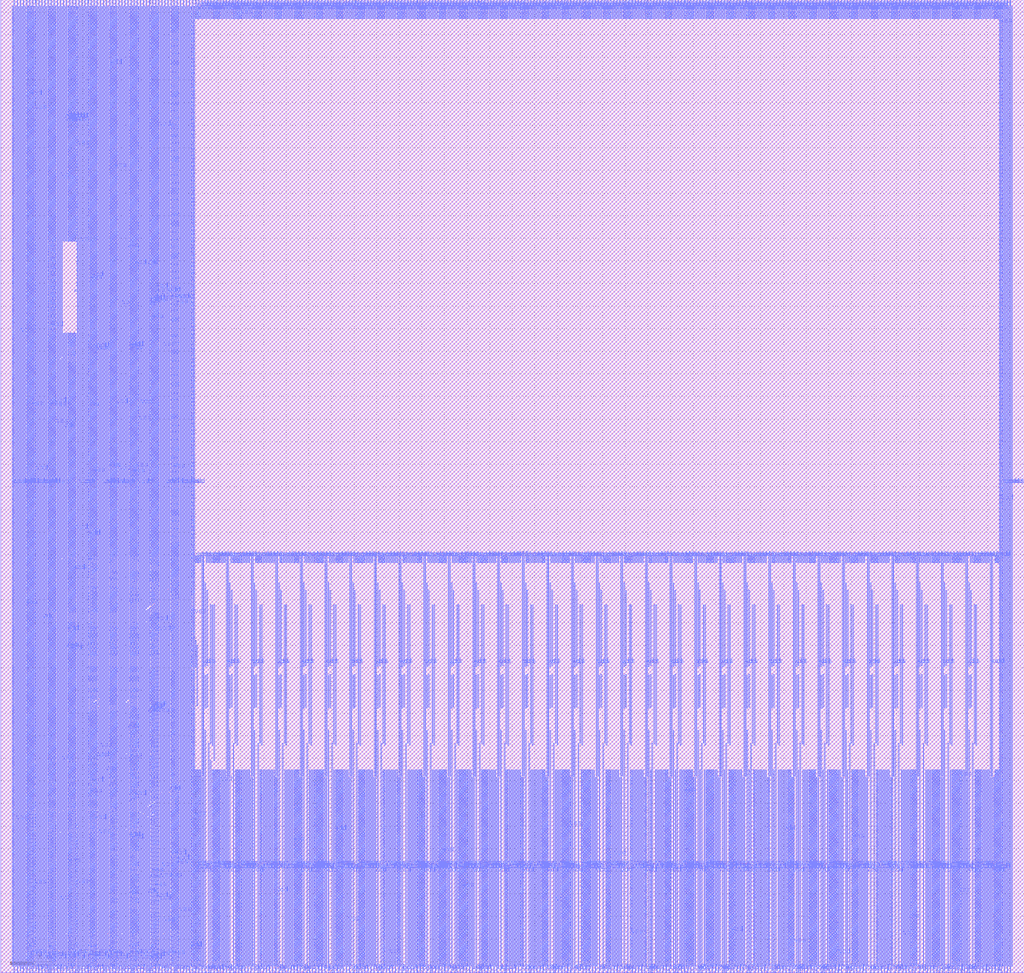
<source format=lef>
VERSION 5.8 ;
BUSBITCHARS "[]" ;
DIVIDERCHAR "/" ;

MACRO sram22_1024x32m8w32
  CLASS BLOCK ;
  ORIGIN 86.345 184.925 ;
  FOREIGN sram22_1024x32m8w32 -86.345 -184.925 ;
  SIZE 452.85 BY 430.37 ;
  SYMMETRY X Y R90 ;
  PIN vdd
    DIRECTION INOUT ;
    USE POWER ;
    PORT
      LAYER met3 ;
        RECT 357.515 244.04 357.845 245.17 ;
        RECT 357.515 239.875 357.845 240.205 ;
        RECT 357.515 238.515 357.845 238.845 ;
        RECT 357.515 237.155 357.845 237.485 ;
        RECT 357.515 235.17 357.845 235.5 ;
        RECT 357.515 232.995 357.845 233.325 ;
        RECT 357.515 231.415 357.845 231.745 ;
        RECT 357.515 230.565 357.845 230.895 ;
        RECT 357.515 228.255 357.845 228.585 ;
        RECT 357.515 227.405 357.845 227.735 ;
        RECT 357.515 225.095 357.845 225.425 ;
        RECT 357.515 224.245 357.845 224.575 ;
        RECT 357.515 221.935 357.845 222.265 ;
        RECT 357.515 221.085 357.845 221.415 ;
        RECT 357.515 218.775 357.845 219.105 ;
        RECT 357.515 217.195 357.845 217.525 ;
        RECT 357.515 216.345 357.845 216.675 ;
        RECT 357.515 214.035 357.845 214.365 ;
        RECT 357.515 213.185 357.845 213.515 ;
        RECT 357.515 210.875 357.845 211.205 ;
        RECT 357.515 210.025 357.845 210.355 ;
        RECT 357.515 207.715 357.845 208.045 ;
        RECT 357.515 206.865 357.845 207.195 ;
        RECT 357.515 204.555 357.845 204.885 ;
        RECT 357.515 202.975 357.845 203.305 ;
        RECT 357.515 202.125 357.845 202.455 ;
        RECT 357.515 199.815 357.845 200.145 ;
        RECT 357.515 198.965 357.845 199.295 ;
        RECT 357.515 196.655 357.845 196.985 ;
        RECT 357.515 195.805 357.845 196.135 ;
        RECT 357.515 193.495 357.845 193.825 ;
        RECT 357.515 192.645 357.845 192.975 ;
        RECT 357.515 190.335 357.845 190.665 ;
        RECT 357.515 188.755 357.845 189.085 ;
        RECT 357.515 187.905 357.845 188.235 ;
        RECT 357.515 185.595 357.845 185.925 ;
        RECT 357.515 184.745 357.845 185.075 ;
        RECT 357.515 182.435 357.845 182.765 ;
        RECT 357.515 181.585 357.845 181.915 ;
        RECT 357.515 179.275 357.845 179.605 ;
        RECT 357.515 178.425 357.845 178.755 ;
        RECT 357.515 176.115 357.845 176.445 ;
        RECT 357.515 174.535 357.845 174.865 ;
        RECT 357.515 173.685 357.845 174.015 ;
        RECT 357.515 171.375 357.845 171.705 ;
        RECT 357.515 170.525 357.845 170.855 ;
        RECT 357.515 168.215 357.845 168.545 ;
        RECT 357.515 167.365 357.845 167.695 ;
        RECT 357.515 165.055 357.845 165.385 ;
        RECT 357.515 164.205 357.845 164.535 ;
        RECT 357.515 161.895 357.845 162.225 ;
        RECT 357.515 160.315 357.845 160.645 ;
        RECT 357.515 159.465 357.845 159.795 ;
        RECT 357.515 157.155 357.845 157.485 ;
        RECT 357.515 156.305 357.845 156.635 ;
        RECT 357.515 153.995 357.845 154.325 ;
        RECT 357.515 153.145 357.845 153.475 ;
        RECT 357.515 150.835 357.845 151.165 ;
        RECT 357.515 149.985 357.845 150.315 ;
        RECT 357.515 147.675 357.845 148.005 ;
        RECT 357.515 146.095 357.845 146.425 ;
        RECT 357.515 145.245 357.845 145.575 ;
        RECT 357.515 142.935 357.845 143.265 ;
        RECT 357.515 142.085 357.845 142.415 ;
        RECT 357.515 139.775 357.845 140.105 ;
        RECT 357.515 138.925 357.845 139.255 ;
        RECT 357.515 136.615 357.845 136.945 ;
        RECT 357.515 135.765 357.845 136.095 ;
        RECT 357.515 133.455 357.845 133.785 ;
        RECT 357.515 131.875 357.845 132.205 ;
        RECT 357.515 131.025 357.845 131.355 ;
        RECT 357.515 128.715 357.845 129.045 ;
        RECT 357.515 127.865 357.845 128.195 ;
        RECT 357.515 125.555 357.845 125.885 ;
        RECT 357.515 124.705 357.845 125.035 ;
        RECT 357.515 122.395 357.845 122.725 ;
        RECT 357.515 121.545 357.845 121.875 ;
        RECT 357.515 119.235 357.845 119.565 ;
        RECT 357.515 117.655 357.845 117.985 ;
        RECT 357.515 116.805 357.845 117.135 ;
        RECT 357.515 114.495 357.845 114.825 ;
        RECT 357.515 113.645 357.845 113.975 ;
        RECT 357.515 111.335 357.845 111.665 ;
        RECT 357.515 110.485 357.845 110.815 ;
        RECT 357.515 108.175 357.845 108.505 ;
        RECT 357.515 107.325 357.845 107.655 ;
        RECT 357.515 105.015 357.845 105.345 ;
        RECT 357.515 103.435 357.845 103.765 ;
        RECT 357.515 102.585 357.845 102.915 ;
        RECT 357.515 100.275 357.845 100.605 ;
        RECT 357.515 99.425 357.845 99.755 ;
        RECT 357.515 97.115 357.845 97.445 ;
        RECT 357.515 96.265 357.845 96.595 ;
        RECT 357.515 93.955 357.845 94.285 ;
        RECT 357.515 93.105 357.845 93.435 ;
        RECT 357.515 90.795 357.845 91.125 ;
        RECT 357.515 89.215 357.845 89.545 ;
        RECT 357.515 88.365 357.845 88.695 ;
        RECT 357.515 86.055 357.845 86.385 ;
        RECT 357.515 85.205 357.845 85.535 ;
        RECT 357.515 82.895 357.845 83.225 ;
        RECT 357.515 82.045 357.845 82.375 ;
        RECT 357.515 79.735 357.845 80.065 ;
        RECT 357.515 78.885 357.845 79.215 ;
        RECT 357.515 76.575 357.845 76.905 ;
        RECT 357.515 74.995 357.845 75.325 ;
        RECT 357.515 74.145 357.845 74.475 ;
        RECT 357.515 71.835 357.845 72.165 ;
        RECT 357.515 70.985 357.845 71.315 ;
        RECT 357.515 68.675 357.845 69.005 ;
        RECT 357.515 67.825 357.845 68.155 ;
        RECT 357.515 65.515 357.845 65.845 ;
        RECT 357.515 64.665 357.845 64.995 ;
        RECT 357.515 62.355 357.845 62.685 ;
        RECT 357.515 60.775 357.845 61.105 ;
        RECT 357.515 59.925 357.845 60.255 ;
        RECT 357.515 57.615 357.845 57.945 ;
        RECT 357.515 56.765 357.845 57.095 ;
        RECT 357.515 54.455 357.845 54.785 ;
        RECT 357.515 53.605 357.845 53.935 ;
        RECT 357.515 51.295 357.845 51.625 ;
        RECT 357.515 50.445 357.845 50.775 ;
        RECT 357.515 48.135 357.845 48.465 ;
        RECT 357.515 46.555 357.845 46.885 ;
        RECT 357.515 45.705 357.845 46.035 ;
        RECT 357.515 43.395 357.845 43.725 ;
        RECT 357.515 42.545 357.845 42.875 ;
        RECT 357.515 40.235 357.845 40.565 ;
        RECT 357.515 39.385 357.845 39.715 ;
        RECT 357.515 37.075 357.845 37.405 ;
        RECT 357.515 36.225 357.845 36.555 ;
        RECT 357.515 33.915 357.845 34.245 ;
        RECT 357.515 32.335 357.845 32.665 ;
        RECT 357.515 31.485 357.845 31.815 ;
        RECT 357.515 29.175 357.845 29.505 ;
        RECT 357.515 28.325 357.845 28.655 ;
        RECT 357.515 26.015 357.845 26.345 ;
        RECT 357.515 25.165 357.845 25.495 ;
        RECT 357.515 22.855 357.845 23.185 ;
        RECT 357.515 22.005 357.845 22.335 ;
        RECT 357.515 19.695 357.845 20.025 ;
        RECT 357.515 18.115 357.845 18.445 ;
        RECT 357.515 17.265 357.845 17.595 ;
        RECT 357.515 14.955 357.845 15.285 ;
        RECT 357.515 14.105 357.845 14.435 ;
        RECT 357.515 11.795 357.845 12.125 ;
        RECT 357.515 10.945 357.845 11.275 ;
        RECT 357.515 8.635 357.845 8.965 ;
        RECT 357.515 7.785 357.845 8.115 ;
        RECT 357.515 5.475 357.845 5.805 ;
        RECT 357.515 3.895 357.845 4.225 ;
        RECT 357.515 3.045 357.845 3.375 ;
        RECT 357.515 0.87 357.845 1.2 ;
        RECT 357.515 -0.845 357.845 -0.515 ;
        RECT 357.515 -2.205 357.845 -1.875 ;
        RECT 357.515 -3.565 357.845 -3.235 ;
        RECT 357.515 -4.925 357.845 -4.595 ;
        RECT 357.515 -6.285 357.845 -5.955 ;
        RECT 357.515 -7.645 357.845 -7.315 ;
        RECT 357.515 -9.005 357.845 -8.675 ;
        RECT 357.515 -10.365 357.845 -10.035 ;
        RECT 357.515 -11.725 357.845 -11.395 ;
        RECT 357.515 -13.085 357.845 -12.755 ;
        RECT 357.515 -14.445 357.845 -14.115 ;
        RECT 357.515 -15.805 357.845 -15.475 ;
        RECT 357.515 -17.165 357.845 -16.835 ;
        RECT 357.515 -18.525 357.845 -18.195 ;
        RECT 357.515 -19.885 357.845 -19.555 ;
        RECT 357.515 -21.245 357.845 -20.915 ;
        RECT 357.515 -22.605 357.845 -22.275 ;
        RECT 357.515 -23.965 357.845 -23.635 ;
        RECT 357.515 -25.325 357.845 -24.995 ;
        RECT 357.515 -26.685 357.845 -26.355 ;
        RECT 357.515 -28.045 357.845 -27.715 ;
        RECT 357.515 -29.405 357.845 -29.075 ;
        RECT 357.515 -30.765 357.845 -30.435 ;
        RECT 357.515 -32.125 357.845 -31.795 ;
        RECT 357.515 -33.485 357.845 -33.155 ;
        RECT 357.515 -34.845 357.845 -34.515 ;
        RECT 357.515 -36.205 357.845 -35.875 ;
        RECT 357.515 -37.565 357.845 -37.235 ;
        RECT 357.515 -38.925 357.845 -38.595 ;
        RECT 357.515 -40.285 357.845 -39.955 ;
        RECT 357.515 -41.645 357.845 -41.315 ;
        RECT 357.515 -43.005 357.845 -42.675 ;
        RECT 357.515 -44.365 357.845 -44.035 ;
        RECT 357.515 -45.725 357.845 -45.395 ;
        RECT 357.515 -47.085 357.845 -46.755 ;
        RECT 357.515 -48.445 357.845 -48.115 ;
        RECT 357.515 -49.805 357.845 -49.475 ;
        RECT 357.515 -51.165 357.845 -50.835 ;
        RECT 357.515 -52.525 357.845 -52.195 ;
        RECT 357.515 -53.885 357.845 -53.555 ;
        RECT 357.515 -55.245 357.845 -54.915 ;
        RECT 357.515 -56.605 357.845 -56.275 ;
        RECT 357.515 -57.965 357.845 -57.635 ;
        RECT 357.515 -59.325 357.845 -58.995 ;
        RECT 357.515 -60.685 357.845 -60.355 ;
        RECT 357.515 -62.045 357.845 -61.715 ;
        RECT 357.515 -63.405 357.845 -63.075 ;
        RECT 357.515 -64.765 357.845 -64.435 ;
        RECT 357.515 -66.125 357.845 -65.795 ;
        RECT 357.515 -67.485 357.845 -67.155 ;
        RECT 357.515 -68.845 357.845 -68.515 ;
        RECT 357.515 -70.205 357.845 -69.875 ;
        RECT 357.515 -71.565 357.845 -71.235 ;
        RECT 357.515 -72.925 357.845 -72.595 ;
        RECT 357.515 -74.285 357.845 -73.955 ;
        RECT 357.515 -75.645 357.845 -75.315 ;
        RECT 357.515 -77.005 357.845 -76.675 ;
        RECT 357.515 -78.365 357.845 -78.035 ;
        RECT 357.515 -79.725 357.845 -79.395 ;
        RECT 357.515 -81.085 357.845 -80.755 ;
        RECT 357.515 -82.445 357.845 -82.115 ;
        RECT 357.515 -83.805 357.845 -83.475 ;
        RECT 357.515 -85.165 357.845 -84.835 ;
        RECT 357.515 -86.525 357.845 -86.195 ;
        RECT 357.515 -87.885 357.845 -87.555 ;
        RECT 357.515 -89.245 357.845 -88.915 ;
        RECT 357.515 -90.605 357.845 -90.275 ;
        RECT 357.515 -91.965 357.845 -91.635 ;
        RECT 357.515 -93.325 357.845 -92.995 ;
        RECT 357.515 -94.685 357.845 -94.355 ;
        RECT 357.515 -96.045 357.845 -95.715 ;
        RECT 357.515 -97.405 357.845 -97.075 ;
        RECT 357.515 -98.765 357.845 -98.435 ;
        RECT 357.515 -100.125 357.845 -99.795 ;
        RECT 357.515 -101.485 357.845 -101.155 ;
        RECT 357.515 -102.845 357.845 -102.515 ;
        RECT 357.515 -104.205 357.845 -103.875 ;
        RECT 357.515 -105.565 357.845 -105.235 ;
        RECT 357.515 -106.925 357.845 -106.595 ;
        RECT 357.515 -108.285 357.845 -107.955 ;
        RECT 357.515 -109.645 357.845 -109.315 ;
        RECT 357.515 -111.005 357.845 -110.675 ;
        RECT 357.515 -112.365 357.845 -112.035 ;
        RECT 357.515 -113.725 357.845 -113.395 ;
        RECT 357.515 -115.085 357.845 -114.755 ;
        RECT 357.515 -116.445 357.845 -116.115 ;
        RECT 357.515 -117.805 357.845 -117.475 ;
        RECT 357.515 -119.165 357.845 -118.835 ;
        RECT 357.515 -120.525 357.845 -120.195 ;
        RECT 357.515 -121.885 357.845 -121.555 ;
        RECT 357.515 -123.245 357.845 -122.915 ;
        RECT 357.515 -124.605 357.845 -124.275 ;
        RECT 357.515 -125.965 357.845 -125.635 ;
        RECT 357.515 -127.325 357.845 -126.995 ;
        RECT 357.515 -128.685 357.845 -128.355 ;
        RECT 357.515 -130.045 357.845 -129.715 ;
        RECT 357.515 -131.405 357.845 -131.075 ;
        RECT 357.515 -132.765 357.845 -132.435 ;
        RECT 357.515 -134.125 357.845 -133.795 ;
        RECT 357.515 -135.485 357.845 -135.155 ;
        RECT 357.515 -136.845 357.845 -136.515 ;
        RECT 357.515 -138.205 357.845 -137.875 ;
        RECT 357.515 -139.565 357.845 -139.235 ;
        RECT 357.515 -140.925 357.845 -140.595 ;
        RECT 357.515 -142.285 357.845 -141.955 ;
        RECT 357.515 -143.645 357.845 -143.315 ;
        RECT 357.515 -145.005 357.845 -144.675 ;
        RECT 357.515 -146.365 357.845 -146.035 ;
        RECT 357.515 -147.725 357.845 -147.395 ;
        RECT 357.515 -149.085 357.845 -148.755 ;
        RECT 357.515 -150.445 357.845 -150.115 ;
        RECT 357.515 -151.805 357.845 -151.475 ;
        RECT 357.515 -153.165 357.845 -152.835 ;
        RECT 357.515 -154.525 357.845 -154.195 ;
        RECT 357.515 -155.885 357.845 -155.555 ;
        RECT 357.515 -157.245 357.845 -156.915 ;
        RECT 357.515 -158.605 357.845 -158.275 ;
        RECT 357.515 -159.965 357.845 -159.635 ;
        RECT 357.515 -161.325 357.845 -160.995 ;
        RECT 357.515 -162.685 357.845 -162.355 ;
        RECT 357.515 -164.045 357.845 -163.715 ;
        RECT 357.515 -165.405 357.845 -165.075 ;
        RECT 357.515 -166.765 357.845 -166.435 ;
        RECT 357.515 -168.125 357.845 -167.795 ;
        RECT 357.515 -169.485 357.845 -169.155 ;
        RECT 357.515 -170.845 357.845 -170.515 ;
        RECT 357.515 -172.205 357.845 -171.875 ;
        RECT 357.515 -173.565 357.845 -173.235 ;
        RECT 357.515 -174.925 357.845 -174.595 ;
        RECT 357.515 -176.285 357.845 -175.955 ;
        RECT 357.515 -177.645 357.845 -177.315 ;
        RECT 357.515 -179.005 357.845 -178.675 ;
        RECT 357.515 -184.65 357.845 -183.52 ;
        RECT 357.52 -184.765 357.84 245.285 ;
    END
    PORT
      LAYER met3 ;
        RECT 358.875 244.04 359.205 245.17 ;
        RECT 358.875 239.875 359.205 240.205 ;
        RECT 358.875 238.515 359.205 238.845 ;
        RECT 358.875 237.155 359.205 237.485 ;
        RECT 358.875 235.17 359.205 235.5 ;
        RECT 358.875 232.995 359.205 233.325 ;
        RECT 358.875 231.415 359.205 231.745 ;
        RECT 358.875 230.565 359.205 230.895 ;
        RECT 358.875 228.255 359.205 228.585 ;
        RECT 358.875 227.405 359.205 227.735 ;
        RECT 358.875 225.095 359.205 225.425 ;
        RECT 358.875 224.245 359.205 224.575 ;
        RECT 358.875 221.935 359.205 222.265 ;
        RECT 358.875 221.085 359.205 221.415 ;
        RECT 358.875 218.775 359.205 219.105 ;
        RECT 358.875 217.195 359.205 217.525 ;
        RECT 358.875 216.345 359.205 216.675 ;
        RECT 358.875 214.035 359.205 214.365 ;
        RECT 358.875 213.185 359.205 213.515 ;
        RECT 358.875 210.875 359.205 211.205 ;
        RECT 358.875 210.025 359.205 210.355 ;
        RECT 358.875 207.715 359.205 208.045 ;
        RECT 358.875 206.865 359.205 207.195 ;
        RECT 358.875 204.555 359.205 204.885 ;
        RECT 358.875 202.975 359.205 203.305 ;
        RECT 358.875 202.125 359.205 202.455 ;
        RECT 358.875 199.815 359.205 200.145 ;
        RECT 358.875 198.965 359.205 199.295 ;
        RECT 358.875 196.655 359.205 196.985 ;
        RECT 358.875 195.805 359.205 196.135 ;
        RECT 358.875 193.495 359.205 193.825 ;
        RECT 358.875 192.645 359.205 192.975 ;
        RECT 358.875 190.335 359.205 190.665 ;
        RECT 358.875 188.755 359.205 189.085 ;
        RECT 358.875 187.905 359.205 188.235 ;
        RECT 358.875 185.595 359.205 185.925 ;
        RECT 358.875 184.745 359.205 185.075 ;
        RECT 358.875 182.435 359.205 182.765 ;
        RECT 358.875 181.585 359.205 181.915 ;
        RECT 358.875 179.275 359.205 179.605 ;
        RECT 358.875 178.425 359.205 178.755 ;
        RECT 358.875 176.115 359.205 176.445 ;
        RECT 358.875 174.535 359.205 174.865 ;
        RECT 358.875 173.685 359.205 174.015 ;
        RECT 358.875 171.375 359.205 171.705 ;
        RECT 358.875 170.525 359.205 170.855 ;
        RECT 358.875 168.215 359.205 168.545 ;
        RECT 358.875 167.365 359.205 167.695 ;
        RECT 358.875 165.055 359.205 165.385 ;
        RECT 358.875 164.205 359.205 164.535 ;
        RECT 358.875 161.895 359.205 162.225 ;
        RECT 358.875 160.315 359.205 160.645 ;
        RECT 358.875 159.465 359.205 159.795 ;
        RECT 358.875 157.155 359.205 157.485 ;
        RECT 358.875 156.305 359.205 156.635 ;
        RECT 358.875 153.995 359.205 154.325 ;
        RECT 358.875 153.145 359.205 153.475 ;
        RECT 358.875 150.835 359.205 151.165 ;
        RECT 358.875 149.985 359.205 150.315 ;
        RECT 358.875 147.675 359.205 148.005 ;
        RECT 358.875 146.095 359.205 146.425 ;
        RECT 358.875 145.245 359.205 145.575 ;
        RECT 358.875 142.935 359.205 143.265 ;
        RECT 358.875 142.085 359.205 142.415 ;
        RECT 358.875 139.775 359.205 140.105 ;
        RECT 358.875 138.925 359.205 139.255 ;
        RECT 358.875 136.615 359.205 136.945 ;
        RECT 358.875 135.765 359.205 136.095 ;
        RECT 358.875 133.455 359.205 133.785 ;
        RECT 358.875 131.875 359.205 132.205 ;
        RECT 358.875 131.025 359.205 131.355 ;
        RECT 358.875 128.715 359.205 129.045 ;
        RECT 358.875 127.865 359.205 128.195 ;
        RECT 358.875 125.555 359.205 125.885 ;
        RECT 358.875 124.705 359.205 125.035 ;
        RECT 358.875 122.395 359.205 122.725 ;
        RECT 358.875 121.545 359.205 121.875 ;
        RECT 358.875 119.235 359.205 119.565 ;
        RECT 358.875 117.655 359.205 117.985 ;
        RECT 358.875 116.805 359.205 117.135 ;
        RECT 358.875 114.495 359.205 114.825 ;
        RECT 358.875 113.645 359.205 113.975 ;
        RECT 358.875 111.335 359.205 111.665 ;
        RECT 358.875 110.485 359.205 110.815 ;
        RECT 358.875 108.175 359.205 108.505 ;
        RECT 358.875 107.325 359.205 107.655 ;
        RECT 358.875 105.015 359.205 105.345 ;
        RECT 358.875 103.435 359.205 103.765 ;
        RECT 358.875 102.585 359.205 102.915 ;
        RECT 358.875 100.275 359.205 100.605 ;
        RECT 358.875 99.425 359.205 99.755 ;
        RECT 358.875 97.115 359.205 97.445 ;
        RECT 358.875 96.265 359.205 96.595 ;
        RECT 358.875 93.955 359.205 94.285 ;
        RECT 358.875 93.105 359.205 93.435 ;
        RECT 358.875 90.795 359.205 91.125 ;
        RECT 358.875 89.215 359.205 89.545 ;
        RECT 358.875 88.365 359.205 88.695 ;
        RECT 358.875 86.055 359.205 86.385 ;
        RECT 358.875 85.205 359.205 85.535 ;
        RECT 358.875 82.895 359.205 83.225 ;
        RECT 358.875 82.045 359.205 82.375 ;
        RECT 358.875 79.735 359.205 80.065 ;
        RECT 358.875 78.885 359.205 79.215 ;
        RECT 358.875 76.575 359.205 76.905 ;
        RECT 358.875 74.995 359.205 75.325 ;
        RECT 358.875 74.145 359.205 74.475 ;
        RECT 358.875 71.835 359.205 72.165 ;
        RECT 358.875 70.985 359.205 71.315 ;
        RECT 358.875 68.675 359.205 69.005 ;
        RECT 358.875 67.825 359.205 68.155 ;
        RECT 358.875 65.515 359.205 65.845 ;
        RECT 358.875 64.665 359.205 64.995 ;
        RECT 358.875 62.355 359.205 62.685 ;
        RECT 358.875 60.775 359.205 61.105 ;
        RECT 358.875 59.925 359.205 60.255 ;
        RECT 358.875 57.615 359.205 57.945 ;
        RECT 358.875 56.765 359.205 57.095 ;
        RECT 358.875 54.455 359.205 54.785 ;
        RECT 358.875 53.605 359.205 53.935 ;
        RECT 358.875 51.295 359.205 51.625 ;
        RECT 358.875 50.445 359.205 50.775 ;
        RECT 358.875 48.135 359.205 48.465 ;
        RECT 358.875 46.555 359.205 46.885 ;
        RECT 358.875 45.705 359.205 46.035 ;
        RECT 358.875 43.395 359.205 43.725 ;
        RECT 358.875 42.545 359.205 42.875 ;
        RECT 358.875 40.235 359.205 40.565 ;
        RECT 358.875 39.385 359.205 39.715 ;
        RECT 358.875 37.075 359.205 37.405 ;
        RECT 358.875 36.225 359.205 36.555 ;
        RECT 358.875 33.915 359.205 34.245 ;
        RECT 358.875 32.335 359.205 32.665 ;
        RECT 358.875 31.485 359.205 31.815 ;
        RECT 358.875 29.175 359.205 29.505 ;
        RECT 358.875 28.325 359.205 28.655 ;
        RECT 358.875 26.015 359.205 26.345 ;
        RECT 358.875 25.165 359.205 25.495 ;
        RECT 358.875 22.855 359.205 23.185 ;
        RECT 358.875 22.005 359.205 22.335 ;
        RECT 358.875 19.695 359.205 20.025 ;
        RECT 358.875 18.115 359.205 18.445 ;
        RECT 358.875 17.265 359.205 17.595 ;
        RECT 358.875 14.955 359.205 15.285 ;
        RECT 358.875 14.105 359.205 14.435 ;
        RECT 358.875 11.795 359.205 12.125 ;
        RECT 358.875 10.945 359.205 11.275 ;
        RECT 358.875 8.635 359.205 8.965 ;
        RECT 358.875 7.785 359.205 8.115 ;
        RECT 358.875 5.475 359.205 5.805 ;
        RECT 358.875 3.895 359.205 4.225 ;
        RECT 358.875 3.045 359.205 3.375 ;
        RECT 358.875 0.87 359.205 1.2 ;
        RECT 358.875 -0.845 359.205 -0.515 ;
        RECT 358.875 -2.205 359.205 -1.875 ;
        RECT 358.875 -3.565 359.205 -3.235 ;
        RECT 358.875 -4.925 359.205 -4.595 ;
        RECT 358.875 -6.285 359.205 -5.955 ;
        RECT 358.875 -7.645 359.205 -7.315 ;
        RECT 358.875 -9.005 359.205 -8.675 ;
        RECT 358.875 -10.365 359.205 -10.035 ;
        RECT 358.875 -11.725 359.205 -11.395 ;
        RECT 358.875 -13.085 359.205 -12.755 ;
        RECT 358.875 -14.445 359.205 -14.115 ;
        RECT 358.875 -15.805 359.205 -15.475 ;
        RECT 358.875 -17.165 359.205 -16.835 ;
        RECT 358.875 -18.525 359.205 -18.195 ;
        RECT 358.875 -19.885 359.205 -19.555 ;
        RECT 358.875 -21.245 359.205 -20.915 ;
        RECT 358.875 -22.605 359.205 -22.275 ;
        RECT 358.875 -23.965 359.205 -23.635 ;
        RECT 358.875 -25.325 359.205 -24.995 ;
        RECT 358.875 -26.685 359.205 -26.355 ;
        RECT 358.875 -28.045 359.205 -27.715 ;
        RECT 358.875 -29.405 359.205 -29.075 ;
        RECT 358.875 -30.765 359.205 -30.435 ;
        RECT 358.875 -32.125 359.205 -31.795 ;
        RECT 358.875 -33.485 359.205 -33.155 ;
        RECT 358.875 -34.845 359.205 -34.515 ;
        RECT 358.875 -36.205 359.205 -35.875 ;
        RECT 358.875 -37.565 359.205 -37.235 ;
        RECT 358.875 -38.925 359.205 -38.595 ;
        RECT 358.875 -40.285 359.205 -39.955 ;
        RECT 358.875 -41.645 359.205 -41.315 ;
        RECT 358.875 -43.005 359.205 -42.675 ;
        RECT 358.875 -44.365 359.205 -44.035 ;
        RECT 358.875 -45.725 359.205 -45.395 ;
        RECT 358.875 -47.085 359.205 -46.755 ;
        RECT 358.875 -48.445 359.205 -48.115 ;
        RECT 358.875 -49.805 359.205 -49.475 ;
        RECT 358.875 -51.165 359.205 -50.835 ;
        RECT 358.875 -52.525 359.205 -52.195 ;
        RECT 358.875 -53.885 359.205 -53.555 ;
        RECT 358.875 -55.245 359.205 -54.915 ;
        RECT 358.875 -56.605 359.205 -56.275 ;
        RECT 358.875 -57.965 359.205 -57.635 ;
        RECT 358.875 -59.325 359.205 -58.995 ;
        RECT 358.875 -60.685 359.205 -60.355 ;
        RECT 358.875 -62.045 359.205 -61.715 ;
        RECT 358.875 -63.405 359.205 -63.075 ;
        RECT 358.875 -64.765 359.205 -64.435 ;
        RECT 358.875 -66.125 359.205 -65.795 ;
        RECT 358.875 -67.485 359.205 -67.155 ;
        RECT 358.875 -68.845 359.205 -68.515 ;
        RECT 358.875 -70.205 359.205 -69.875 ;
        RECT 358.875 -71.565 359.205 -71.235 ;
        RECT 358.875 -72.925 359.205 -72.595 ;
        RECT 358.875 -74.285 359.205 -73.955 ;
        RECT 358.875 -75.645 359.205 -75.315 ;
        RECT 358.875 -77.005 359.205 -76.675 ;
        RECT 358.875 -78.365 359.205 -78.035 ;
        RECT 358.875 -79.725 359.205 -79.395 ;
        RECT 358.875 -81.085 359.205 -80.755 ;
        RECT 358.875 -82.445 359.205 -82.115 ;
        RECT 358.875 -83.805 359.205 -83.475 ;
        RECT 358.875 -85.165 359.205 -84.835 ;
        RECT 358.875 -86.525 359.205 -86.195 ;
        RECT 358.875 -87.885 359.205 -87.555 ;
        RECT 358.875 -89.245 359.205 -88.915 ;
        RECT 358.875 -90.605 359.205 -90.275 ;
        RECT 358.875 -91.965 359.205 -91.635 ;
        RECT 358.875 -93.325 359.205 -92.995 ;
        RECT 358.875 -94.685 359.205 -94.355 ;
        RECT 358.875 -96.045 359.205 -95.715 ;
        RECT 358.875 -97.405 359.205 -97.075 ;
        RECT 358.875 -98.765 359.205 -98.435 ;
        RECT 358.875 -100.125 359.205 -99.795 ;
        RECT 358.875 -101.485 359.205 -101.155 ;
        RECT 358.875 -102.845 359.205 -102.515 ;
        RECT 358.875 -104.205 359.205 -103.875 ;
        RECT 358.875 -105.565 359.205 -105.235 ;
        RECT 358.875 -106.925 359.205 -106.595 ;
        RECT 358.875 -108.285 359.205 -107.955 ;
        RECT 358.875 -109.645 359.205 -109.315 ;
        RECT 358.875 -111.005 359.205 -110.675 ;
        RECT 358.875 -112.365 359.205 -112.035 ;
        RECT 358.875 -113.725 359.205 -113.395 ;
        RECT 358.875 -115.085 359.205 -114.755 ;
        RECT 358.875 -116.445 359.205 -116.115 ;
        RECT 358.875 -117.805 359.205 -117.475 ;
        RECT 358.875 -119.165 359.205 -118.835 ;
        RECT 358.875 -120.525 359.205 -120.195 ;
        RECT 358.875 -121.885 359.205 -121.555 ;
        RECT 358.875 -123.245 359.205 -122.915 ;
        RECT 358.875 -124.605 359.205 -124.275 ;
        RECT 358.875 -125.965 359.205 -125.635 ;
        RECT 358.875 -127.325 359.205 -126.995 ;
        RECT 358.875 -128.685 359.205 -128.355 ;
        RECT 358.875 -130.045 359.205 -129.715 ;
        RECT 358.875 -131.405 359.205 -131.075 ;
        RECT 358.875 -132.765 359.205 -132.435 ;
        RECT 358.875 -134.125 359.205 -133.795 ;
        RECT 358.875 -135.485 359.205 -135.155 ;
        RECT 358.875 -136.845 359.205 -136.515 ;
        RECT 358.875 -138.205 359.205 -137.875 ;
        RECT 358.875 -139.565 359.205 -139.235 ;
        RECT 358.875 -140.925 359.205 -140.595 ;
        RECT 358.875 -142.285 359.205 -141.955 ;
        RECT 358.875 -143.645 359.205 -143.315 ;
        RECT 358.875 -145.005 359.205 -144.675 ;
        RECT 358.875 -146.365 359.205 -146.035 ;
        RECT 358.875 -147.725 359.205 -147.395 ;
        RECT 358.875 -149.085 359.205 -148.755 ;
        RECT 358.875 -150.445 359.205 -150.115 ;
        RECT 358.875 -151.805 359.205 -151.475 ;
        RECT 358.875 -153.165 359.205 -152.835 ;
        RECT 358.875 -154.525 359.205 -154.195 ;
        RECT 358.875 -155.885 359.205 -155.555 ;
        RECT 358.875 -157.245 359.205 -156.915 ;
        RECT 358.875 -158.605 359.205 -158.275 ;
        RECT 358.875 -159.965 359.205 -159.635 ;
        RECT 358.875 -161.325 359.205 -160.995 ;
        RECT 358.875 -162.685 359.205 -162.355 ;
        RECT 358.875 -164.045 359.205 -163.715 ;
        RECT 358.875 -165.405 359.205 -165.075 ;
        RECT 358.875 -166.765 359.205 -166.435 ;
        RECT 358.875 -168.125 359.205 -167.795 ;
        RECT 358.875 -169.485 359.205 -169.155 ;
        RECT 358.875 -170.845 359.205 -170.515 ;
        RECT 358.875 -172.205 359.205 -171.875 ;
        RECT 358.875 -173.565 359.205 -173.235 ;
        RECT 358.875 -174.925 359.205 -174.595 ;
        RECT 358.875 -176.285 359.205 -175.955 ;
        RECT 358.875 -177.645 359.205 -177.315 ;
        RECT 358.875 -179.005 359.205 -178.675 ;
        RECT 358.875 -184.65 359.205 -183.52 ;
        RECT 358.88 -184.765 359.2 245.285 ;
    END
    PORT
      LAYER met3 ;
        RECT 360.235 244.04 360.565 245.17 ;
        RECT 360.235 239.875 360.565 240.205 ;
        RECT 360.235 238.515 360.565 238.845 ;
        RECT 360.235 237.155 360.565 237.485 ;
        RECT 360.235 235.17 360.565 235.5 ;
        RECT 360.235 232.995 360.565 233.325 ;
        RECT 360.235 231.415 360.565 231.745 ;
        RECT 360.235 230.565 360.565 230.895 ;
        RECT 360.235 228.255 360.565 228.585 ;
        RECT 360.235 227.405 360.565 227.735 ;
        RECT 360.235 225.095 360.565 225.425 ;
        RECT 360.235 224.245 360.565 224.575 ;
        RECT 360.235 221.935 360.565 222.265 ;
        RECT 360.235 221.085 360.565 221.415 ;
        RECT 360.235 218.775 360.565 219.105 ;
        RECT 360.235 217.195 360.565 217.525 ;
        RECT 360.235 216.345 360.565 216.675 ;
        RECT 360.235 214.035 360.565 214.365 ;
        RECT 360.235 213.185 360.565 213.515 ;
        RECT 360.235 210.875 360.565 211.205 ;
        RECT 360.235 210.025 360.565 210.355 ;
        RECT 360.235 207.715 360.565 208.045 ;
        RECT 360.235 206.865 360.565 207.195 ;
        RECT 360.235 204.555 360.565 204.885 ;
        RECT 360.235 202.975 360.565 203.305 ;
        RECT 360.235 202.125 360.565 202.455 ;
        RECT 360.235 199.815 360.565 200.145 ;
        RECT 360.235 198.965 360.565 199.295 ;
        RECT 360.235 196.655 360.565 196.985 ;
        RECT 360.235 195.805 360.565 196.135 ;
        RECT 360.235 193.495 360.565 193.825 ;
        RECT 360.235 192.645 360.565 192.975 ;
        RECT 360.235 190.335 360.565 190.665 ;
        RECT 360.235 188.755 360.565 189.085 ;
        RECT 360.235 187.905 360.565 188.235 ;
        RECT 360.235 185.595 360.565 185.925 ;
        RECT 360.235 184.745 360.565 185.075 ;
        RECT 360.235 182.435 360.565 182.765 ;
        RECT 360.235 181.585 360.565 181.915 ;
        RECT 360.235 179.275 360.565 179.605 ;
        RECT 360.235 178.425 360.565 178.755 ;
        RECT 360.235 176.115 360.565 176.445 ;
        RECT 360.235 174.535 360.565 174.865 ;
        RECT 360.235 173.685 360.565 174.015 ;
        RECT 360.235 171.375 360.565 171.705 ;
        RECT 360.235 170.525 360.565 170.855 ;
        RECT 360.235 168.215 360.565 168.545 ;
        RECT 360.235 167.365 360.565 167.695 ;
        RECT 360.235 165.055 360.565 165.385 ;
        RECT 360.235 164.205 360.565 164.535 ;
        RECT 360.235 161.895 360.565 162.225 ;
        RECT 360.235 160.315 360.565 160.645 ;
        RECT 360.235 159.465 360.565 159.795 ;
        RECT 360.235 157.155 360.565 157.485 ;
        RECT 360.235 156.305 360.565 156.635 ;
        RECT 360.235 153.995 360.565 154.325 ;
        RECT 360.235 153.145 360.565 153.475 ;
        RECT 360.235 150.835 360.565 151.165 ;
        RECT 360.235 149.985 360.565 150.315 ;
        RECT 360.235 147.675 360.565 148.005 ;
        RECT 360.235 146.095 360.565 146.425 ;
        RECT 360.235 145.245 360.565 145.575 ;
        RECT 360.235 142.935 360.565 143.265 ;
        RECT 360.235 142.085 360.565 142.415 ;
        RECT 360.235 139.775 360.565 140.105 ;
        RECT 360.235 138.925 360.565 139.255 ;
        RECT 360.235 136.615 360.565 136.945 ;
        RECT 360.235 135.765 360.565 136.095 ;
        RECT 360.235 133.455 360.565 133.785 ;
        RECT 360.235 131.875 360.565 132.205 ;
        RECT 360.235 131.025 360.565 131.355 ;
        RECT 360.235 128.715 360.565 129.045 ;
        RECT 360.235 127.865 360.565 128.195 ;
        RECT 360.235 125.555 360.565 125.885 ;
        RECT 360.235 124.705 360.565 125.035 ;
        RECT 360.235 122.395 360.565 122.725 ;
        RECT 360.235 121.545 360.565 121.875 ;
        RECT 360.235 119.235 360.565 119.565 ;
        RECT 360.235 117.655 360.565 117.985 ;
        RECT 360.235 116.805 360.565 117.135 ;
        RECT 360.235 114.495 360.565 114.825 ;
        RECT 360.235 113.645 360.565 113.975 ;
        RECT 360.235 111.335 360.565 111.665 ;
        RECT 360.235 110.485 360.565 110.815 ;
        RECT 360.235 108.175 360.565 108.505 ;
        RECT 360.235 107.325 360.565 107.655 ;
        RECT 360.235 105.015 360.565 105.345 ;
        RECT 360.235 103.435 360.565 103.765 ;
        RECT 360.235 102.585 360.565 102.915 ;
        RECT 360.235 100.275 360.565 100.605 ;
        RECT 360.235 99.425 360.565 99.755 ;
        RECT 360.235 97.115 360.565 97.445 ;
        RECT 360.235 96.265 360.565 96.595 ;
        RECT 360.235 93.955 360.565 94.285 ;
        RECT 360.235 93.105 360.565 93.435 ;
        RECT 360.235 90.795 360.565 91.125 ;
        RECT 360.235 89.215 360.565 89.545 ;
        RECT 360.235 88.365 360.565 88.695 ;
        RECT 360.235 86.055 360.565 86.385 ;
        RECT 360.235 85.205 360.565 85.535 ;
        RECT 360.235 82.895 360.565 83.225 ;
        RECT 360.235 82.045 360.565 82.375 ;
        RECT 360.235 79.735 360.565 80.065 ;
        RECT 360.235 78.885 360.565 79.215 ;
        RECT 360.235 76.575 360.565 76.905 ;
        RECT 360.235 74.995 360.565 75.325 ;
        RECT 360.235 74.145 360.565 74.475 ;
        RECT 360.235 71.835 360.565 72.165 ;
        RECT 360.235 70.985 360.565 71.315 ;
        RECT 360.235 68.675 360.565 69.005 ;
        RECT 360.235 67.825 360.565 68.155 ;
        RECT 360.235 65.515 360.565 65.845 ;
        RECT 360.235 64.665 360.565 64.995 ;
        RECT 360.235 62.355 360.565 62.685 ;
        RECT 360.235 60.775 360.565 61.105 ;
        RECT 360.235 59.925 360.565 60.255 ;
        RECT 360.235 57.615 360.565 57.945 ;
        RECT 360.235 56.765 360.565 57.095 ;
        RECT 360.235 54.455 360.565 54.785 ;
        RECT 360.235 53.605 360.565 53.935 ;
        RECT 360.235 51.295 360.565 51.625 ;
        RECT 360.235 50.445 360.565 50.775 ;
        RECT 360.235 48.135 360.565 48.465 ;
        RECT 360.235 46.555 360.565 46.885 ;
        RECT 360.235 45.705 360.565 46.035 ;
        RECT 360.235 43.395 360.565 43.725 ;
        RECT 360.235 42.545 360.565 42.875 ;
        RECT 360.235 40.235 360.565 40.565 ;
        RECT 360.235 39.385 360.565 39.715 ;
        RECT 360.235 37.075 360.565 37.405 ;
        RECT 360.235 36.225 360.565 36.555 ;
        RECT 360.235 33.915 360.565 34.245 ;
        RECT 360.235 32.335 360.565 32.665 ;
        RECT 360.235 31.485 360.565 31.815 ;
        RECT 360.235 29.175 360.565 29.505 ;
        RECT 360.235 28.325 360.565 28.655 ;
        RECT 360.235 26.015 360.565 26.345 ;
        RECT 360.235 25.165 360.565 25.495 ;
        RECT 360.235 22.855 360.565 23.185 ;
        RECT 360.235 22.005 360.565 22.335 ;
        RECT 360.235 19.695 360.565 20.025 ;
        RECT 360.235 18.115 360.565 18.445 ;
        RECT 360.235 17.265 360.565 17.595 ;
        RECT 360.235 14.955 360.565 15.285 ;
        RECT 360.235 14.105 360.565 14.435 ;
        RECT 360.235 11.795 360.565 12.125 ;
        RECT 360.235 10.945 360.565 11.275 ;
        RECT 360.235 8.635 360.565 8.965 ;
        RECT 360.235 7.785 360.565 8.115 ;
        RECT 360.235 5.475 360.565 5.805 ;
        RECT 360.235 3.895 360.565 4.225 ;
        RECT 360.235 3.045 360.565 3.375 ;
        RECT 360.235 0.87 360.565 1.2 ;
        RECT 360.235 -0.845 360.565 -0.515 ;
        RECT 360.235 -2.205 360.565 -1.875 ;
        RECT 360.235 -3.565 360.565 -3.235 ;
        RECT 360.235 -4.925 360.565 -4.595 ;
        RECT 360.235 -6.285 360.565 -5.955 ;
        RECT 360.235 -7.645 360.565 -7.315 ;
        RECT 360.235 -9.005 360.565 -8.675 ;
        RECT 360.235 -10.365 360.565 -10.035 ;
        RECT 360.235 -11.725 360.565 -11.395 ;
        RECT 360.235 -13.085 360.565 -12.755 ;
        RECT 360.235 -14.445 360.565 -14.115 ;
        RECT 360.235 -15.805 360.565 -15.475 ;
        RECT 360.235 -17.165 360.565 -16.835 ;
        RECT 360.235 -18.525 360.565 -18.195 ;
        RECT 360.235 -19.885 360.565 -19.555 ;
        RECT 360.235 -21.245 360.565 -20.915 ;
        RECT 360.235 -22.605 360.565 -22.275 ;
        RECT 360.235 -23.965 360.565 -23.635 ;
        RECT 360.235 -25.325 360.565 -24.995 ;
        RECT 360.235 -26.685 360.565 -26.355 ;
        RECT 360.235 -28.045 360.565 -27.715 ;
        RECT 360.235 -29.405 360.565 -29.075 ;
        RECT 360.235 -30.765 360.565 -30.435 ;
        RECT 360.235 -32.125 360.565 -31.795 ;
        RECT 360.235 -33.485 360.565 -33.155 ;
        RECT 360.235 -34.845 360.565 -34.515 ;
        RECT 360.235 -36.205 360.565 -35.875 ;
        RECT 360.235 -37.565 360.565 -37.235 ;
        RECT 360.235 -38.925 360.565 -38.595 ;
        RECT 360.235 -40.285 360.565 -39.955 ;
        RECT 360.235 -41.645 360.565 -41.315 ;
        RECT 360.235 -43.005 360.565 -42.675 ;
        RECT 360.235 -44.365 360.565 -44.035 ;
        RECT 360.235 -45.725 360.565 -45.395 ;
        RECT 360.235 -47.085 360.565 -46.755 ;
        RECT 360.235 -48.445 360.565 -48.115 ;
        RECT 360.235 -49.805 360.565 -49.475 ;
        RECT 360.235 -51.165 360.565 -50.835 ;
        RECT 360.235 -52.525 360.565 -52.195 ;
        RECT 360.235 -53.885 360.565 -53.555 ;
        RECT 360.235 -55.245 360.565 -54.915 ;
        RECT 360.235 -56.605 360.565 -56.275 ;
        RECT 360.235 -57.965 360.565 -57.635 ;
        RECT 360.235 -59.325 360.565 -58.995 ;
        RECT 360.235 -60.685 360.565 -60.355 ;
        RECT 360.235 -62.045 360.565 -61.715 ;
        RECT 360.235 -63.405 360.565 -63.075 ;
        RECT 360.235 -64.765 360.565 -64.435 ;
        RECT 360.235 -66.125 360.565 -65.795 ;
        RECT 360.235 -67.485 360.565 -67.155 ;
        RECT 360.235 -68.845 360.565 -68.515 ;
        RECT 360.235 -70.205 360.565 -69.875 ;
        RECT 360.235 -71.565 360.565 -71.235 ;
        RECT 360.235 -72.925 360.565 -72.595 ;
        RECT 360.235 -74.285 360.565 -73.955 ;
        RECT 360.235 -75.645 360.565 -75.315 ;
        RECT 360.235 -77.005 360.565 -76.675 ;
        RECT 360.235 -78.365 360.565 -78.035 ;
        RECT 360.235 -79.725 360.565 -79.395 ;
        RECT 360.235 -81.085 360.565 -80.755 ;
        RECT 360.235 -82.445 360.565 -82.115 ;
        RECT 360.235 -83.805 360.565 -83.475 ;
        RECT 360.235 -85.165 360.565 -84.835 ;
        RECT 360.235 -86.525 360.565 -86.195 ;
        RECT 360.235 -87.885 360.565 -87.555 ;
        RECT 360.235 -89.245 360.565 -88.915 ;
        RECT 360.235 -90.605 360.565 -90.275 ;
        RECT 360.235 -91.965 360.565 -91.635 ;
        RECT 360.235 -93.325 360.565 -92.995 ;
        RECT 360.235 -94.685 360.565 -94.355 ;
        RECT 360.235 -96.045 360.565 -95.715 ;
        RECT 360.235 -97.405 360.565 -97.075 ;
        RECT 360.235 -98.765 360.565 -98.435 ;
        RECT 360.235 -100.125 360.565 -99.795 ;
        RECT 360.235 -101.485 360.565 -101.155 ;
        RECT 360.235 -102.845 360.565 -102.515 ;
        RECT 360.235 -104.205 360.565 -103.875 ;
        RECT 360.235 -105.565 360.565 -105.235 ;
        RECT 360.235 -106.925 360.565 -106.595 ;
        RECT 360.235 -108.285 360.565 -107.955 ;
        RECT 360.235 -109.645 360.565 -109.315 ;
        RECT 360.235 -111.005 360.565 -110.675 ;
        RECT 360.235 -112.365 360.565 -112.035 ;
        RECT 360.235 -113.725 360.565 -113.395 ;
        RECT 360.235 -115.085 360.565 -114.755 ;
        RECT 360.235 -116.445 360.565 -116.115 ;
        RECT 360.235 -117.805 360.565 -117.475 ;
        RECT 360.235 -119.165 360.565 -118.835 ;
        RECT 360.235 -120.525 360.565 -120.195 ;
        RECT 360.235 -121.885 360.565 -121.555 ;
        RECT 360.235 -123.245 360.565 -122.915 ;
        RECT 360.235 -124.605 360.565 -124.275 ;
        RECT 360.235 -125.965 360.565 -125.635 ;
        RECT 360.235 -127.325 360.565 -126.995 ;
        RECT 360.235 -128.685 360.565 -128.355 ;
        RECT 360.235 -130.045 360.565 -129.715 ;
        RECT 360.235 -131.405 360.565 -131.075 ;
        RECT 360.235 -132.765 360.565 -132.435 ;
        RECT 360.235 -134.125 360.565 -133.795 ;
        RECT 360.235 -135.485 360.565 -135.155 ;
        RECT 360.235 -136.845 360.565 -136.515 ;
        RECT 360.235 -138.205 360.565 -137.875 ;
        RECT 360.235 -139.565 360.565 -139.235 ;
        RECT 360.235 -140.925 360.565 -140.595 ;
        RECT 360.235 -142.285 360.565 -141.955 ;
        RECT 360.235 -143.645 360.565 -143.315 ;
        RECT 360.235 -145.005 360.565 -144.675 ;
        RECT 360.235 -146.365 360.565 -146.035 ;
        RECT 360.235 -147.725 360.565 -147.395 ;
        RECT 360.235 -149.085 360.565 -148.755 ;
        RECT 360.235 -150.445 360.565 -150.115 ;
        RECT 360.235 -151.805 360.565 -151.475 ;
        RECT 360.235 -153.165 360.565 -152.835 ;
        RECT 360.235 -154.525 360.565 -154.195 ;
        RECT 360.235 -155.885 360.565 -155.555 ;
        RECT 360.235 -157.245 360.565 -156.915 ;
        RECT 360.235 -158.605 360.565 -158.275 ;
        RECT 360.235 -159.965 360.565 -159.635 ;
        RECT 360.235 -161.325 360.565 -160.995 ;
        RECT 360.235 -162.685 360.565 -162.355 ;
        RECT 360.235 -164.045 360.565 -163.715 ;
        RECT 360.235 -165.405 360.565 -165.075 ;
        RECT 360.235 -166.765 360.565 -166.435 ;
        RECT 360.235 -168.125 360.565 -167.795 ;
        RECT 360.235 -169.485 360.565 -169.155 ;
        RECT 360.235 -170.845 360.565 -170.515 ;
        RECT 360.235 -172.205 360.565 -171.875 ;
        RECT 360.235 -173.565 360.565 -173.235 ;
        RECT 360.235 -174.925 360.565 -174.595 ;
        RECT 360.235 -176.285 360.565 -175.955 ;
        RECT 360.235 -177.645 360.565 -177.315 ;
        RECT 360.235 -179.005 360.565 -178.675 ;
        RECT 360.235 -184.65 360.565 -183.52 ;
        RECT 360.24 -184.765 360.56 245.285 ;
    END
    PORT
      LAYER met3 ;
        RECT 338.475 244.04 338.805 245.17 ;
        RECT 338.475 239.875 338.805 240.205 ;
        RECT 338.475 238.515 338.805 238.845 ;
        RECT 338.475 237.155 338.805 237.485 ;
        RECT 338.48 237.155 338.8 245.285 ;
    END
    PORT
      LAYER met3 ;
        RECT 338.475 -0.845 338.805 -0.515 ;
        RECT 338.475 -2.205 338.805 -1.875 ;
        RECT 338.475 -3.565 338.805 -3.235 ;
        RECT 338.48 -3.565 338.8 -0.515 ;
    END
    PORT
      LAYER met3 ;
        RECT 338.475 -96.045 338.805 -95.715 ;
        RECT 338.475 -97.405 338.805 -97.075 ;
        RECT 338.475 -98.765 338.805 -98.435 ;
        RECT 338.475 -100.125 338.805 -99.795 ;
        RECT 338.475 -101.485 338.805 -101.155 ;
        RECT 338.475 -102.845 338.805 -102.515 ;
        RECT 338.475 -104.205 338.805 -103.875 ;
        RECT 338.475 -105.565 338.805 -105.235 ;
        RECT 338.475 -106.925 338.805 -106.595 ;
        RECT 338.475 -108.285 338.805 -107.955 ;
        RECT 338.475 -109.645 338.805 -109.315 ;
        RECT 338.475 -111.005 338.805 -110.675 ;
        RECT 338.475 -112.365 338.805 -112.035 ;
        RECT 338.475 -113.725 338.805 -113.395 ;
        RECT 338.475 -115.085 338.805 -114.755 ;
        RECT 338.475 -116.445 338.805 -116.115 ;
        RECT 338.475 -117.805 338.805 -117.475 ;
        RECT 338.475 -119.165 338.805 -118.835 ;
        RECT 338.475 -120.525 338.805 -120.195 ;
        RECT 338.475 -121.885 338.805 -121.555 ;
        RECT 338.475 -123.245 338.805 -122.915 ;
        RECT 338.475 -124.605 338.805 -124.275 ;
        RECT 338.475 -125.965 338.805 -125.635 ;
        RECT 338.475 -127.325 338.805 -126.995 ;
        RECT 338.475 -128.685 338.805 -128.355 ;
        RECT 338.475 -130.045 338.805 -129.715 ;
        RECT 338.475 -131.405 338.805 -131.075 ;
        RECT 338.475 -132.765 338.805 -132.435 ;
        RECT 338.475 -134.125 338.805 -133.795 ;
        RECT 338.475 -135.485 338.805 -135.155 ;
        RECT 338.475 -136.845 338.805 -136.515 ;
        RECT 338.475 -138.205 338.805 -137.875 ;
        RECT 338.475 -139.565 338.805 -139.235 ;
        RECT 338.475 -140.925 338.805 -140.595 ;
        RECT 338.475 -142.285 338.805 -141.955 ;
        RECT 338.475 -143.645 338.805 -143.315 ;
        RECT 338.475 -145.005 338.805 -144.675 ;
        RECT 338.475 -146.365 338.805 -146.035 ;
        RECT 338.475 -147.725 338.805 -147.395 ;
        RECT 338.475 -149.085 338.805 -148.755 ;
        RECT 338.475 -150.445 338.805 -150.115 ;
        RECT 338.475 -151.805 338.805 -151.475 ;
        RECT 338.475 -153.165 338.805 -152.835 ;
        RECT 338.475 -154.525 338.805 -154.195 ;
        RECT 338.475 -155.885 338.805 -155.555 ;
        RECT 338.475 -157.245 338.805 -156.915 ;
        RECT 338.475 -158.605 338.805 -158.275 ;
        RECT 338.475 -159.965 338.805 -159.635 ;
        RECT 338.475 -161.325 338.805 -160.995 ;
        RECT 338.475 -162.685 338.805 -162.355 ;
        RECT 338.475 -164.045 338.805 -163.715 ;
        RECT 338.475 -165.405 338.805 -165.075 ;
        RECT 338.475 -166.765 338.805 -166.435 ;
        RECT 338.475 -168.125 338.805 -167.795 ;
        RECT 338.475 -169.485 338.805 -169.155 ;
        RECT 338.475 -170.845 338.805 -170.515 ;
        RECT 338.475 -172.205 338.805 -171.875 ;
        RECT 338.475 -173.565 338.805 -173.235 ;
        RECT 338.475 -174.925 338.805 -174.595 ;
        RECT 338.475 -176.285 338.805 -175.955 ;
        RECT 338.475 -177.645 338.805 -177.315 ;
        RECT 338.475 -179.005 338.805 -178.675 ;
        RECT 338.475 -184.65 338.805 -183.52 ;
        RECT 338.48 -184.765 338.8 -95.04 ;
    END
    PORT
      LAYER met3 ;
        RECT 339.835 244.04 340.165 245.17 ;
        RECT 339.835 239.875 340.165 240.205 ;
        RECT 339.835 238.515 340.165 238.845 ;
        RECT 339.835 237.155 340.165 237.485 ;
        RECT 339.84 237.155 340.16 245.285 ;
    END
    PORT
      LAYER met3 ;
        RECT 339.835 -0.845 340.165 -0.515 ;
        RECT 339.835 -2.205 340.165 -1.875 ;
        RECT 339.835 -3.565 340.165 -3.235 ;
        RECT 339.84 -3.565 340.16 -0.515 ;
    END
    PORT
      LAYER met3 ;
        RECT 339.835 -96.045 340.165 -95.715 ;
        RECT 339.835 -97.405 340.165 -97.075 ;
        RECT 339.835 -98.765 340.165 -98.435 ;
        RECT 339.835 -100.125 340.165 -99.795 ;
        RECT 339.835 -101.485 340.165 -101.155 ;
        RECT 339.835 -102.845 340.165 -102.515 ;
        RECT 339.835 -104.205 340.165 -103.875 ;
        RECT 339.835 -105.565 340.165 -105.235 ;
        RECT 339.835 -106.925 340.165 -106.595 ;
        RECT 339.835 -108.285 340.165 -107.955 ;
        RECT 339.835 -109.645 340.165 -109.315 ;
        RECT 339.835 -111.005 340.165 -110.675 ;
        RECT 339.835 -112.365 340.165 -112.035 ;
        RECT 339.835 -113.725 340.165 -113.395 ;
        RECT 339.835 -115.085 340.165 -114.755 ;
        RECT 339.835 -116.445 340.165 -116.115 ;
        RECT 339.835 -117.805 340.165 -117.475 ;
        RECT 339.835 -119.165 340.165 -118.835 ;
        RECT 339.835 -120.525 340.165 -120.195 ;
        RECT 339.835 -121.885 340.165 -121.555 ;
        RECT 339.835 -123.245 340.165 -122.915 ;
        RECT 339.835 -124.605 340.165 -124.275 ;
        RECT 339.835 -125.965 340.165 -125.635 ;
        RECT 339.835 -127.325 340.165 -126.995 ;
        RECT 339.835 -128.685 340.165 -128.355 ;
        RECT 339.835 -130.045 340.165 -129.715 ;
        RECT 339.835 -131.405 340.165 -131.075 ;
        RECT 339.835 -132.765 340.165 -132.435 ;
        RECT 339.835 -134.125 340.165 -133.795 ;
        RECT 339.835 -135.485 340.165 -135.155 ;
        RECT 339.835 -136.845 340.165 -136.515 ;
        RECT 339.835 -138.205 340.165 -137.875 ;
        RECT 339.835 -139.565 340.165 -139.235 ;
        RECT 339.835 -140.925 340.165 -140.595 ;
        RECT 339.835 -142.285 340.165 -141.955 ;
        RECT 339.835 -143.645 340.165 -143.315 ;
        RECT 339.835 -145.005 340.165 -144.675 ;
        RECT 339.835 -146.365 340.165 -146.035 ;
        RECT 339.835 -147.725 340.165 -147.395 ;
        RECT 339.835 -149.085 340.165 -148.755 ;
        RECT 339.835 -150.445 340.165 -150.115 ;
        RECT 339.835 -151.805 340.165 -151.475 ;
        RECT 339.835 -153.165 340.165 -152.835 ;
        RECT 339.835 -154.525 340.165 -154.195 ;
        RECT 339.835 -155.885 340.165 -155.555 ;
        RECT 339.835 -157.245 340.165 -156.915 ;
        RECT 339.835 -158.605 340.165 -158.275 ;
        RECT 339.835 -159.965 340.165 -159.635 ;
        RECT 339.835 -161.325 340.165 -160.995 ;
        RECT 339.835 -162.685 340.165 -162.355 ;
        RECT 339.835 -164.045 340.165 -163.715 ;
        RECT 339.835 -165.405 340.165 -165.075 ;
        RECT 339.835 -166.765 340.165 -166.435 ;
        RECT 339.835 -168.125 340.165 -167.795 ;
        RECT 339.835 -169.485 340.165 -169.155 ;
        RECT 339.835 -170.845 340.165 -170.515 ;
        RECT 339.835 -172.205 340.165 -171.875 ;
        RECT 339.835 -173.565 340.165 -173.235 ;
        RECT 339.835 -174.925 340.165 -174.595 ;
        RECT 339.835 -176.285 340.165 -175.955 ;
        RECT 339.835 -177.645 340.165 -177.315 ;
        RECT 339.835 -179.005 340.165 -178.675 ;
        RECT 339.835 -184.65 340.165 -183.52 ;
        RECT 339.84 -184.765 340.16 -95.04 ;
    END
    PORT
      LAYER met3 ;
        RECT 340.56 -98.075 340.89 -0.51 ;
    END
    PORT
      LAYER met3 ;
        RECT 341.195 244.04 341.525 245.17 ;
        RECT 341.195 239.875 341.525 240.205 ;
        RECT 341.195 238.515 341.525 238.845 ;
        RECT 341.195 237.155 341.525 237.485 ;
        RECT 341.2 237.155 341.52 245.285 ;
    END
    PORT
      LAYER met3 ;
        RECT 341.195 -98.765 341.525 -98.435 ;
        RECT 341.195 -100.125 341.525 -99.795 ;
        RECT 341.195 -101.485 341.525 -101.155 ;
        RECT 341.195 -102.845 341.525 -102.515 ;
        RECT 341.195 -104.205 341.525 -103.875 ;
        RECT 341.195 -105.565 341.525 -105.235 ;
        RECT 341.195 -106.925 341.525 -106.595 ;
        RECT 341.195 -108.285 341.525 -107.955 ;
        RECT 341.195 -109.645 341.525 -109.315 ;
        RECT 341.195 -111.005 341.525 -110.675 ;
        RECT 341.195 -112.365 341.525 -112.035 ;
        RECT 341.195 -113.725 341.525 -113.395 ;
        RECT 341.195 -115.085 341.525 -114.755 ;
        RECT 341.195 -116.445 341.525 -116.115 ;
        RECT 341.195 -117.805 341.525 -117.475 ;
        RECT 341.195 -119.165 341.525 -118.835 ;
        RECT 341.195 -120.525 341.525 -120.195 ;
        RECT 341.195 -121.885 341.525 -121.555 ;
        RECT 341.195 -123.245 341.525 -122.915 ;
        RECT 341.195 -124.605 341.525 -124.275 ;
        RECT 341.195 -125.965 341.525 -125.635 ;
        RECT 341.195 -127.325 341.525 -126.995 ;
        RECT 341.195 -128.685 341.525 -128.355 ;
        RECT 341.195 -130.045 341.525 -129.715 ;
        RECT 341.195 -131.405 341.525 -131.075 ;
        RECT 341.195 -132.765 341.525 -132.435 ;
        RECT 341.195 -134.125 341.525 -133.795 ;
        RECT 341.195 -135.485 341.525 -135.155 ;
        RECT 341.195 -136.845 341.525 -136.515 ;
        RECT 341.195 -138.205 341.525 -137.875 ;
        RECT 341.195 -139.565 341.525 -139.235 ;
        RECT 341.195 -140.925 341.525 -140.595 ;
        RECT 341.195 -142.285 341.525 -141.955 ;
        RECT 341.195 -143.645 341.525 -143.315 ;
        RECT 341.195 -145.005 341.525 -144.675 ;
        RECT 341.195 -146.365 341.525 -146.035 ;
        RECT 341.195 -147.725 341.525 -147.395 ;
        RECT 341.195 -149.085 341.525 -148.755 ;
        RECT 341.195 -150.445 341.525 -150.115 ;
        RECT 341.195 -151.805 341.525 -151.475 ;
        RECT 341.195 -153.165 341.525 -152.835 ;
        RECT 341.195 -154.525 341.525 -154.195 ;
        RECT 341.195 -155.885 341.525 -155.555 ;
        RECT 341.195 -157.245 341.525 -156.915 ;
        RECT 341.195 -158.605 341.525 -158.275 ;
        RECT 341.195 -159.965 341.525 -159.635 ;
        RECT 341.195 -161.325 341.525 -160.995 ;
        RECT 341.195 -162.685 341.525 -162.355 ;
        RECT 341.195 -164.045 341.525 -163.715 ;
        RECT 341.195 -165.405 341.525 -165.075 ;
        RECT 341.195 -166.765 341.525 -166.435 ;
        RECT 341.195 -168.125 341.525 -167.795 ;
        RECT 341.195 -169.485 341.525 -169.155 ;
        RECT 341.195 -170.845 341.525 -170.515 ;
        RECT 341.195 -172.205 341.525 -171.875 ;
        RECT 341.195 -173.565 341.525 -173.235 ;
        RECT 341.195 -174.925 341.525 -174.595 ;
        RECT 341.195 -176.285 341.525 -175.955 ;
        RECT 341.195 -177.645 341.525 -177.315 ;
        RECT 341.195 -179.005 341.525 -178.675 ;
        RECT 341.195 -184.65 341.525 -183.52 ;
        RECT 341.2 -184.765 341.52 -98.435 ;
    END
    PORT
      LAYER met3 ;
        RECT 342.555 244.04 342.885 245.17 ;
        RECT 342.555 239.875 342.885 240.205 ;
        RECT 342.555 238.515 342.885 238.845 ;
        RECT 342.555 237.155 342.885 237.485 ;
        RECT 342.56 237.155 342.88 245.285 ;
    END
    PORT
      LAYER met3 ;
        RECT 342.555 -0.845 342.885 -0.515 ;
        RECT 342.555 -2.205 342.885 -1.875 ;
        RECT 342.555 -3.565 342.885 -3.235 ;
        RECT 342.56 -3.565 342.88 -0.515 ;
    END
    PORT
      LAYER met3 ;
        RECT 343.915 244.04 344.245 245.17 ;
        RECT 343.915 239.875 344.245 240.205 ;
        RECT 343.915 238.515 344.245 238.845 ;
        RECT 343.915 237.155 344.245 237.485 ;
        RECT 343.92 237.155 344.24 245.285 ;
    END
    PORT
      LAYER met3 ;
        RECT 343.915 -0.845 344.245 -0.515 ;
        RECT 343.915 -2.205 344.245 -1.875 ;
        RECT 343.915 -3.565 344.245 -3.235 ;
        RECT 343.92 -3.565 344.24 -0.515 ;
    END
    PORT
      LAYER met3 ;
        RECT 345.275 244.04 345.605 245.17 ;
        RECT 345.275 239.875 345.605 240.205 ;
        RECT 345.275 238.515 345.605 238.845 ;
        RECT 345.275 237.155 345.605 237.485 ;
        RECT 345.28 237.155 345.6 245.285 ;
    END
    PORT
      LAYER met3 ;
        RECT 345.275 -0.845 345.605 -0.515 ;
        RECT 345.275 -2.205 345.605 -1.875 ;
        RECT 345.275 -3.565 345.605 -3.235 ;
        RECT 345.28 -3.565 345.6 -0.515 ;
    END
    PORT
      LAYER met3 ;
        RECT 345.275 -96.045 345.605 -95.715 ;
        RECT 345.275 -97.405 345.605 -97.075 ;
        RECT 345.275 -98.765 345.605 -98.435 ;
        RECT 345.275 -100.125 345.605 -99.795 ;
        RECT 345.275 -101.485 345.605 -101.155 ;
        RECT 345.275 -102.845 345.605 -102.515 ;
        RECT 345.275 -104.205 345.605 -103.875 ;
        RECT 345.275 -105.565 345.605 -105.235 ;
        RECT 345.275 -106.925 345.605 -106.595 ;
        RECT 345.275 -108.285 345.605 -107.955 ;
        RECT 345.275 -109.645 345.605 -109.315 ;
        RECT 345.275 -111.005 345.605 -110.675 ;
        RECT 345.275 -112.365 345.605 -112.035 ;
        RECT 345.275 -113.725 345.605 -113.395 ;
        RECT 345.275 -115.085 345.605 -114.755 ;
        RECT 345.275 -116.445 345.605 -116.115 ;
        RECT 345.275 -117.805 345.605 -117.475 ;
        RECT 345.275 -119.165 345.605 -118.835 ;
        RECT 345.275 -120.525 345.605 -120.195 ;
        RECT 345.275 -121.885 345.605 -121.555 ;
        RECT 345.275 -123.245 345.605 -122.915 ;
        RECT 345.275 -124.605 345.605 -124.275 ;
        RECT 345.275 -125.965 345.605 -125.635 ;
        RECT 345.275 -127.325 345.605 -126.995 ;
        RECT 345.275 -128.685 345.605 -128.355 ;
        RECT 345.275 -130.045 345.605 -129.715 ;
        RECT 345.275 -131.405 345.605 -131.075 ;
        RECT 345.275 -132.765 345.605 -132.435 ;
        RECT 345.275 -134.125 345.605 -133.795 ;
        RECT 345.275 -135.485 345.605 -135.155 ;
        RECT 345.275 -136.845 345.605 -136.515 ;
        RECT 345.275 -138.205 345.605 -137.875 ;
        RECT 345.275 -139.565 345.605 -139.235 ;
        RECT 345.275 -140.925 345.605 -140.595 ;
        RECT 345.275 -142.285 345.605 -141.955 ;
        RECT 345.275 -143.645 345.605 -143.315 ;
        RECT 345.275 -145.005 345.605 -144.675 ;
        RECT 345.275 -146.365 345.605 -146.035 ;
        RECT 345.275 -147.725 345.605 -147.395 ;
        RECT 345.275 -149.085 345.605 -148.755 ;
        RECT 345.275 -150.445 345.605 -150.115 ;
        RECT 345.275 -151.805 345.605 -151.475 ;
        RECT 345.275 -153.165 345.605 -152.835 ;
        RECT 345.275 -154.525 345.605 -154.195 ;
        RECT 345.275 -155.885 345.605 -155.555 ;
        RECT 345.275 -157.245 345.605 -156.915 ;
        RECT 345.275 -158.605 345.605 -158.275 ;
        RECT 345.275 -159.965 345.605 -159.635 ;
        RECT 345.275 -161.325 345.605 -160.995 ;
        RECT 345.275 -162.685 345.605 -162.355 ;
        RECT 345.275 -164.045 345.605 -163.715 ;
        RECT 345.275 -165.405 345.605 -165.075 ;
        RECT 345.275 -166.765 345.605 -166.435 ;
        RECT 345.275 -168.125 345.605 -167.795 ;
        RECT 345.275 -169.485 345.605 -169.155 ;
        RECT 345.275 -170.845 345.605 -170.515 ;
        RECT 345.275 -172.205 345.605 -171.875 ;
        RECT 345.275 -173.565 345.605 -173.235 ;
        RECT 345.275 -174.925 345.605 -174.595 ;
        RECT 345.275 -176.285 345.605 -175.955 ;
        RECT 345.275 -177.645 345.605 -177.315 ;
        RECT 345.275 -179.005 345.605 -178.675 ;
        RECT 345.275 -184.65 345.605 -183.52 ;
        RECT 345.28 -184.765 345.6 -95.04 ;
    END
    PORT
      LAYER met3 ;
        RECT 346.635 244.04 346.965 245.17 ;
        RECT 346.635 239.875 346.965 240.205 ;
        RECT 346.635 238.515 346.965 238.845 ;
        RECT 346.635 237.155 346.965 237.485 ;
        RECT 346.64 237.155 346.96 245.285 ;
    END
    PORT
      LAYER met3 ;
        RECT 346.635 -0.845 346.965 -0.515 ;
        RECT 346.635 -2.205 346.965 -1.875 ;
        RECT 346.635 -3.565 346.965 -3.235 ;
        RECT 346.64 -3.565 346.96 -0.515 ;
    END
    PORT
      LAYER met3 ;
        RECT 346.635 -96.045 346.965 -95.715 ;
        RECT 346.635 -97.405 346.965 -97.075 ;
        RECT 346.635 -98.765 346.965 -98.435 ;
        RECT 346.635 -100.125 346.965 -99.795 ;
        RECT 346.635 -101.485 346.965 -101.155 ;
        RECT 346.635 -102.845 346.965 -102.515 ;
        RECT 346.635 -104.205 346.965 -103.875 ;
        RECT 346.635 -105.565 346.965 -105.235 ;
        RECT 346.635 -106.925 346.965 -106.595 ;
        RECT 346.635 -108.285 346.965 -107.955 ;
        RECT 346.635 -109.645 346.965 -109.315 ;
        RECT 346.635 -111.005 346.965 -110.675 ;
        RECT 346.635 -112.365 346.965 -112.035 ;
        RECT 346.635 -113.725 346.965 -113.395 ;
        RECT 346.635 -115.085 346.965 -114.755 ;
        RECT 346.635 -116.445 346.965 -116.115 ;
        RECT 346.635 -117.805 346.965 -117.475 ;
        RECT 346.635 -119.165 346.965 -118.835 ;
        RECT 346.635 -120.525 346.965 -120.195 ;
        RECT 346.635 -121.885 346.965 -121.555 ;
        RECT 346.635 -123.245 346.965 -122.915 ;
        RECT 346.635 -124.605 346.965 -124.275 ;
        RECT 346.635 -125.965 346.965 -125.635 ;
        RECT 346.635 -127.325 346.965 -126.995 ;
        RECT 346.635 -128.685 346.965 -128.355 ;
        RECT 346.635 -130.045 346.965 -129.715 ;
        RECT 346.635 -131.405 346.965 -131.075 ;
        RECT 346.635 -132.765 346.965 -132.435 ;
        RECT 346.635 -134.125 346.965 -133.795 ;
        RECT 346.635 -135.485 346.965 -135.155 ;
        RECT 346.635 -136.845 346.965 -136.515 ;
        RECT 346.635 -138.205 346.965 -137.875 ;
        RECT 346.635 -139.565 346.965 -139.235 ;
        RECT 346.635 -140.925 346.965 -140.595 ;
        RECT 346.635 -142.285 346.965 -141.955 ;
        RECT 346.635 -143.645 346.965 -143.315 ;
        RECT 346.635 -145.005 346.965 -144.675 ;
        RECT 346.635 -146.365 346.965 -146.035 ;
        RECT 346.635 -147.725 346.965 -147.395 ;
        RECT 346.635 -149.085 346.965 -148.755 ;
        RECT 346.635 -150.445 346.965 -150.115 ;
        RECT 346.635 -151.805 346.965 -151.475 ;
        RECT 346.635 -153.165 346.965 -152.835 ;
        RECT 346.635 -154.525 346.965 -154.195 ;
        RECT 346.635 -155.885 346.965 -155.555 ;
        RECT 346.635 -157.245 346.965 -156.915 ;
        RECT 346.635 -158.605 346.965 -158.275 ;
        RECT 346.635 -159.965 346.965 -159.635 ;
        RECT 346.635 -161.325 346.965 -160.995 ;
        RECT 346.635 -162.685 346.965 -162.355 ;
        RECT 346.635 -164.045 346.965 -163.715 ;
        RECT 346.635 -165.405 346.965 -165.075 ;
        RECT 346.635 -166.765 346.965 -166.435 ;
        RECT 346.635 -168.125 346.965 -167.795 ;
        RECT 346.635 -169.485 346.965 -169.155 ;
        RECT 346.635 -170.845 346.965 -170.515 ;
        RECT 346.635 -172.205 346.965 -171.875 ;
        RECT 346.635 -173.565 346.965 -173.235 ;
        RECT 346.635 -174.925 346.965 -174.595 ;
        RECT 346.635 -176.285 346.965 -175.955 ;
        RECT 346.635 -177.645 346.965 -177.315 ;
        RECT 346.635 -179.005 346.965 -178.675 ;
        RECT 346.635 -184.65 346.965 -183.52 ;
        RECT 346.64 -184.765 346.96 -95.04 ;
    END
    PORT
      LAYER met3 ;
        RECT 347.995 244.04 348.325 245.17 ;
        RECT 347.995 239.875 348.325 240.205 ;
        RECT 347.995 238.515 348.325 238.845 ;
        RECT 347.995 237.155 348.325 237.485 ;
        RECT 348 237.155 348.32 245.285 ;
    END
    PORT
      LAYER met3 ;
        RECT 347.995 -0.845 348.325 -0.515 ;
        RECT 347.995 -2.205 348.325 -1.875 ;
        RECT 347.995 -3.565 348.325 -3.235 ;
        RECT 348 -3.565 348.32 -0.515 ;
    END
    PORT
      LAYER met3 ;
        RECT 347.995 -96.045 348.325 -95.715 ;
        RECT 347.995 -97.405 348.325 -97.075 ;
        RECT 347.995 -98.765 348.325 -98.435 ;
        RECT 347.995 -100.125 348.325 -99.795 ;
        RECT 347.995 -101.485 348.325 -101.155 ;
        RECT 347.995 -102.845 348.325 -102.515 ;
        RECT 347.995 -104.205 348.325 -103.875 ;
        RECT 347.995 -105.565 348.325 -105.235 ;
        RECT 347.995 -106.925 348.325 -106.595 ;
        RECT 347.995 -108.285 348.325 -107.955 ;
        RECT 347.995 -109.645 348.325 -109.315 ;
        RECT 347.995 -111.005 348.325 -110.675 ;
        RECT 347.995 -112.365 348.325 -112.035 ;
        RECT 347.995 -113.725 348.325 -113.395 ;
        RECT 347.995 -115.085 348.325 -114.755 ;
        RECT 347.995 -116.445 348.325 -116.115 ;
        RECT 347.995 -117.805 348.325 -117.475 ;
        RECT 347.995 -119.165 348.325 -118.835 ;
        RECT 347.995 -120.525 348.325 -120.195 ;
        RECT 347.995 -121.885 348.325 -121.555 ;
        RECT 347.995 -123.245 348.325 -122.915 ;
        RECT 347.995 -124.605 348.325 -124.275 ;
        RECT 347.995 -125.965 348.325 -125.635 ;
        RECT 347.995 -127.325 348.325 -126.995 ;
        RECT 347.995 -128.685 348.325 -128.355 ;
        RECT 347.995 -130.045 348.325 -129.715 ;
        RECT 347.995 -131.405 348.325 -131.075 ;
        RECT 347.995 -132.765 348.325 -132.435 ;
        RECT 347.995 -134.125 348.325 -133.795 ;
        RECT 347.995 -135.485 348.325 -135.155 ;
        RECT 347.995 -136.845 348.325 -136.515 ;
        RECT 347.995 -138.205 348.325 -137.875 ;
        RECT 347.995 -139.565 348.325 -139.235 ;
        RECT 347.995 -140.925 348.325 -140.595 ;
        RECT 347.995 -142.285 348.325 -141.955 ;
        RECT 347.995 -143.645 348.325 -143.315 ;
        RECT 347.995 -145.005 348.325 -144.675 ;
        RECT 347.995 -146.365 348.325 -146.035 ;
        RECT 347.995 -147.725 348.325 -147.395 ;
        RECT 347.995 -149.085 348.325 -148.755 ;
        RECT 347.995 -150.445 348.325 -150.115 ;
        RECT 347.995 -151.805 348.325 -151.475 ;
        RECT 347.995 -153.165 348.325 -152.835 ;
        RECT 347.995 -154.525 348.325 -154.195 ;
        RECT 347.995 -155.885 348.325 -155.555 ;
        RECT 347.995 -157.245 348.325 -156.915 ;
        RECT 347.995 -158.605 348.325 -158.275 ;
        RECT 347.995 -159.965 348.325 -159.635 ;
        RECT 347.995 -161.325 348.325 -160.995 ;
        RECT 347.995 -162.685 348.325 -162.355 ;
        RECT 347.995 -164.045 348.325 -163.715 ;
        RECT 347.995 -165.405 348.325 -165.075 ;
        RECT 347.995 -166.765 348.325 -166.435 ;
        RECT 347.995 -168.125 348.325 -167.795 ;
        RECT 347.995 -169.485 348.325 -169.155 ;
        RECT 347.995 -170.845 348.325 -170.515 ;
        RECT 347.995 -172.205 348.325 -171.875 ;
        RECT 347.995 -173.565 348.325 -173.235 ;
        RECT 347.995 -174.925 348.325 -174.595 ;
        RECT 347.995 -176.285 348.325 -175.955 ;
        RECT 347.995 -177.645 348.325 -177.315 ;
        RECT 347.995 -179.005 348.325 -178.675 ;
        RECT 347.995 -184.65 348.325 -183.52 ;
        RECT 348 -184.765 348.32 -95.04 ;
    END
    PORT
      LAYER met3 ;
        RECT 349.355 244.04 349.685 245.17 ;
        RECT 349.355 239.875 349.685 240.205 ;
        RECT 349.355 238.515 349.685 238.845 ;
        RECT 349.355 237.155 349.685 237.485 ;
        RECT 349.36 237.155 349.68 245.285 ;
    END
    PORT
      LAYER met3 ;
        RECT 349.355 -0.845 349.685 -0.515 ;
        RECT 349.355 -2.205 349.685 -1.875 ;
        RECT 349.355 -3.565 349.685 -3.235 ;
        RECT 349.36 -3.565 349.68 -0.515 ;
    END
    PORT
      LAYER met3 ;
        RECT 349.355 -96.045 349.685 -95.715 ;
        RECT 349.355 -97.405 349.685 -97.075 ;
        RECT 349.355 -98.765 349.685 -98.435 ;
        RECT 349.355 -100.125 349.685 -99.795 ;
        RECT 349.355 -101.485 349.685 -101.155 ;
        RECT 349.355 -102.845 349.685 -102.515 ;
        RECT 349.355 -104.205 349.685 -103.875 ;
        RECT 349.355 -105.565 349.685 -105.235 ;
        RECT 349.355 -106.925 349.685 -106.595 ;
        RECT 349.355 -108.285 349.685 -107.955 ;
        RECT 349.355 -109.645 349.685 -109.315 ;
        RECT 349.355 -111.005 349.685 -110.675 ;
        RECT 349.355 -112.365 349.685 -112.035 ;
        RECT 349.355 -113.725 349.685 -113.395 ;
        RECT 349.355 -115.085 349.685 -114.755 ;
        RECT 349.355 -116.445 349.685 -116.115 ;
        RECT 349.355 -117.805 349.685 -117.475 ;
        RECT 349.355 -119.165 349.685 -118.835 ;
        RECT 349.355 -120.525 349.685 -120.195 ;
        RECT 349.355 -121.885 349.685 -121.555 ;
        RECT 349.355 -123.245 349.685 -122.915 ;
        RECT 349.355 -124.605 349.685 -124.275 ;
        RECT 349.355 -125.965 349.685 -125.635 ;
        RECT 349.355 -127.325 349.685 -126.995 ;
        RECT 349.355 -128.685 349.685 -128.355 ;
        RECT 349.355 -130.045 349.685 -129.715 ;
        RECT 349.355 -131.405 349.685 -131.075 ;
        RECT 349.355 -132.765 349.685 -132.435 ;
        RECT 349.355 -134.125 349.685 -133.795 ;
        RECT 349.355 -135.485 349.685 -135.155 ;
        RECT 349.355 -136.845 349.685 -136.515 ;
        RECT 349.355 -138.205 349.685 -137.875 ;
        RECT 349.355 -139.565 349.685 -139.235 ;
        RECT 349.355 -140.925 349.685 -140.595 ;
        RECT 349.355 -142.285 349.685 -141.955 ;
        RECT 349.355 -143.645 349.685 -143.315 ;
        RECT 349.355 -145.005 349.685 -144.675 ;
        RECT 349.355 -146.365 349.685 -146.035 ;
        RECT 349.355 -147.725 349.685 -147.395 ;
        RECT 349.355 -149.085 349.685 -148.755 ;
        RECT 349.355 -150.445 349.685 -150.115 ;
        RECT 349.355 -151.805 349.685 -151.475 ;
        RECT 349.355 -153.165 349.685 -152.835 ;
        RECT 349.355 -154.525 349.685 -154.195 ;
        RECT 349.355 -155.885 349.685 -155.555 ;
        RECT 349.355 -157.245 349.685 -156.915 ;
        RECT 349.355 -158.605 349.685 -158.275 ;
        RECT 349.355 -159.965 349.685 -159.635 ;
        RECT 349.355 -161.325 349.685 -160.995 ;
        RECT 349.355 -162.685 349.685 -162.355 ;
        RECT 349.355 -164.045 349.685 -163.715 ;
        RECT 349.355 -165.405 349.685 -165.075 ;
        RECT 349.355 -166.765 349.685 -166.435 ;
        RECT 349.355 -168.125 349.685 -167.795 ;
        RECT 349.355 -169.485 349.685 -169.155 ;
        RECT 349.355 -170.845 349.685 -170.515 ;
        RECT 349.355 -172.205 349.685 -171.875 ;
        RECT 349.355 -173.565 349.685 -173.235 ;
        RECT 349.355 -174.925 349.685 -174.595 ;
        RECT 349.355 -176.285 349.685 -175.955 ;
        RECT 349.355 -177.645 349.685 -177.315 ;
        RECT 349.355 -179.005 349.685 -178.675 ;
        RECT 349.355 -184.65 349.685 -183.52 ;
        RECT 349.36 -184.765 349.68 -95.04 ;
    END
    PORT
      LAYER met3 ;
        RECT 350.715 244.04 351.045 245.17 ;
        RECT 350.715 239.875 351.045 240.205 ;
        RECT 350.715 238.515 351.045 238.845 ;
        RECT 350.715 237.155 351.045 237.485 ;
        RECT 350.72 237.155 351.04 245.285 ;
    END
    PORT
      LAYER met3 ;
        RECT 350.715 -0.845 351.045 -0.515 ;
        RECT 350.715 -2.205 351.045 -1.875 ;
        RECT 350.715 -3.565 351.045 -3.235 ;
        RECT 350.72 -3.565 351.04 -0.515 ;
    END
    PORT
      LAYER met3 ;
        RECT 350.715 -96.045 351.045 -95.715 ;
        RECT 350.715 -97.405 351.045 -97.075 ;
        RECT 350.715 -98.765 351.045 -98.435 ;
        RECT 350.715 -100.125 351.045 -99.795 ;
        RECT 350.715 -101.485 351.045 -101.155 ;
        RECT 350.715 -102.845 351.045 -102.515 ;
        RECT 350.715 -104.205 351.045 -103.875 ;
        RECT 350.715 -105.565 351.045 -105.235 ;
        RECT 350.715 -106.925 351.045 -106.595 ;
        RECT 350.715 -108.285 351.045 -107.955 ;
        RECT 350.715 -109.645 351.045 -109.315 ;
        RECT 350.715 -111.005 351.045 -110.675 ;
        RECT 350.715 -112.365 351.045 -112.035 ;
        RECT 350.715 -113.725 351.045 -113.395 ;
        RECT 350.715 -115.085 351.045 -114.755 ;
        RECT 350.715 -116.445 351.045 -116.115 ;
        RECT 350.715 -117.805 351.045 -117.475 ;
        RECT 350.715 -119.165 351.045 -118.835 ;
        RECT 350.715 -120.525 351.045 -120.195 ;
        RECT 350.715 -121.885 351.045 -121.555 ;
        RECT 350.715 -123.245 351.045 -122.915 ;
        RECT 350.715 -124.605 351.045 -124.275 ;
        RECT 350.715 -125.965 351.045 -125.635 ;
        RECT 350.715 -127.325 351.045 -126.995 ;
        RECT 350.715 -128.685 351.045 -128.355 ;
        RECT 350.715 -130.045 351.045 -129.715 ;
        RECT 350.715 -131.405 351.045 -131.075 ;
        RECT 350.715 -132.765 351.045 -132.435 ;
        RECT 350.715 -134.125 351.045 -133.795 ;
        RECT 350.715 -135.485 351.045 -135.155 ;
        RECT 350.715 -136.845 351.045 -136.515 ;
        RECT 350.715 -138.205 351.045 -137.875 ;
        RECT 350.715 -139.565 351.045 -139.235 ;
        RECT 350.715 -140.925 351.045 -140.595 ;
        RECT 350.715 -142.285 351.045 -141.955 ;
        RECT 350.715 -143.645 351.045 -143.315 ;
        RECT 350.715 -145.005 351.045 -144.675 ;
        RECT 350.715 -146.365 351.045 -146.035 ;
        RECT 350.715 -147.725 351.045 -147.395 ;
        RECT 350.715 -149.085 351.045 -148.755 ;
        RECT 350.715 -150.445 351.045 -150.115 ;
        RECT 350.715 -151.805 351.045 -151.475 ;
        RECT 350.715 -153.165 351.045 -152.835 ;
        RECT 350.715 -154.525 351.045 -154.195 ;
        RECT 350.715 -155.885 351.045 -155.555 ;
        RECT 350.715 -157.245 351.045 -156.915 ;
        RECT 350.715 -158.605 351.045 -158.275 ;
        RECT 350.715 -159.965 351.045 -159.635 ;
        RECT 350.715 -161.325 351.045 -160.995 ;
        RECT 350.715 -162.685 351.045 -162.355 ;
        RECT 350.715 -164.045 351.045 -163.715 ;
        RECT 350.715 -165.405 351.045 -165.075 ;
        RECT 350.715 -166.765 351.045 -166.435 ;
        RECT 350.715 -168.125 351.045 -167.795 ;
        RECT 350.715 -169.485 351.045 -169.155 ;
        RECT 350.715 -170.845 351.045 -170.515 ;
        RECT 350.715 -172.205 351.045 -171.875 ;
        RECT 350.715 -173.565 351.045 -173.235 ;
        RECT 350.715 -174.925 351.045 -174.595 ;
        RECT 350.715 -176.285 351.045 -175.955 ;
        RECT 350.715 -177.645 351.045 -177.315 ;
        RECT 350.715 -179.005 351.045 -178.675 ;
        RECT 350.715 -184.65 351.045 -183.52 ;
        RECT 350.72 -184.765 351.04 -95.04 ;
    END
    PORT
      LAYER met3 ;
        RECT 352.075 244.04 352.405 245.17 ;
        RECT 352.075 239.875 352.405 240.205 ;
        RECT 352.075 238.515 352.405 238.845 ;
        RECT 352.075 237.155 352.405 237.485 ;
        RECT 352.08 237.155 352.4 245.285 ;
    END
    PORT
      LAYER met3 ;
        RECT 352.075 -98.765 352.405 -98.435 ;
        RECT 352.075 -100.125 352.405 -99.795 ;
        RECT 352.075 -101.485 352.405 -101.155 ;
        RECT 352.075 -102.845 352.405 -102.515 ;
        RECT 352.075 -104.205 352.405 -103.875 ;
        RECT 352.075 -105.565 352.405 -105.235 ;
        RECT 352.075 -106.925 352.405 -106.595 ;
        RECT 352.075 -108.285 352.405 -107.955 ;
        RECT 352.075 -109.645 352.405 -109.315 ;
        RECT 352.075 -111.005 352.405 -110.675 ;
        RECT 352.075 -112.365 352.405 -112.035 ;
        RECT 352.075 -113.725 352.405 -113.395 ;
        RECT 352.075 -115.085 352.405 -114.755 ;
        RECT 352.075 -116.445 352.405 -116.115 ;
        RECT 352.075 -117.805 352.405 -117.475 ;
        RECT 352.075 -119.165 352.405 -118.835 ;
        RECT 352.075 -120.525 352.405 -120.195 ;
        RECT 352.075 -121.885 352.405 -121.555 ;
        RECT 352.075 -123.245 352.405 -122.915 ;
        RECT 352.075 -124.605 352.405 -124.275 ;
        RECT 352.075 -125.965 352.405 -125.635 ;
        RECT 352.075 -127.325 352.405 -126.995 ;
        RECT 352.075 -128.685 352.405 -128.355 ;
        RECT 352.075 -130.045 352.405 -129.715 ;
        RECT 352.075 -131.405 352.405 -131.075 ;
        RECT 352.075 -132.765 352.405 -132.435 ;
        RECT 352.075 -134.125 352.405 -133.795 ;
        RECT 352.075 -135.485 352.405 -135.155 ;
        RECT 352.075 -136.845 352.405 -136.515 ;
        RECT 352.075 -138.205 352.405 -137.875 ;
        RECT 352.075 -139.565 352.405 -139.235 ;
        RECT 352.075 -140.925 352.405 -140.595 ;
        RECT 352.075 -142.285 352.405 -141.955 ;
        RECT 352.075 -143.645 352.405 -143.315 ;
        RECT 352.075 -145.005 352.405 -144.675 ;
        RECT 352.075 -146.365 352.405 -146.035 ;
        RECT 352.075 -147.725 352.405 -147.395 ;
        RECT 352.075 -149.085 352.405 -148.755 ;
        RECT 352.075 -150.445 352.405 -150.115 ;
        RECT 352.075 -151.805 352.405 -151.475 ;
        RECT 352.075 -153.165 352.405 -152.835 ;
        RECT 352.075 -154.525 352.405 -154.195 ;
        RECT 352.075 -155.885 352.405 -155.555 ;
        RECT 352.075 -157.245 352.405 -156.915 ;
        RECT 352.075 -158.605 352.405 -158.275 ;
        RECT 352.075 -159.965 352.405 -159.635 ;
        RECT 352.075 -161.325 352.405 -160.995 ;
        RECT 352.075 -162.685 352.405 -162.355 ;
        RECT 352.075 -164.045 352.405 -163.715 ;
        RECT 352.075 -165.405 352.405 -165.075 ;
        RECT 352.075 -166.765 352.405 -166.435 ;
        RECT 352.075 -168.125 352.405 -167.795 ;
        RECT 352.075 -169.485 352.405 -169.155 ;
        RECT 352.075 -170.845 352.405 -170.515 ;
        RECT 352.075 -172.205 352.405 -171.875 ;
        RECT 352.075 -173.565 352.405 -173.235 ;
        RECT 352.075 -174.925 352.405 -174.595 ;
        RECT 352.075 -176.285 352.405 -175.955 ;
        RECT 352.075 -177.645 352.405 -177.315 ;
        RECT 352.075 -179.005 352.405 -178.675 ;
        RECT 352.075 -184.65 352.405 -183.52 ;
        RECT 352.08 -184.765 352.4 -98.435 ;
    END
    PORT
      LAYER met3 ;
        RECT 352.11 -98.075 352.44 -0.51 ;
    END
    PORT
      LAYER met3 ;
        RECT 353.435 244.04 353.765 245.17 ;
        RECT 353.435 239.875 353.765 240.205 ;
        RECT 353.435 238.515 353.765 238.845 ;
        RECT 353.435 237.155 353.765 237.485 ;
        RECT 353.44 237.155 353.76 245.285 ;
    END
    PORT
      LAYER met3 ;
        RECT 353.435 -0.845 353.765 -0.515 ;
        RECT 353.435 -2.205 353.765 -1.875 ;
        RECT 353.435 -3.565 353.765 -3.235 ;
        RECT 353.44 -3.565 353.76 -0.515 ;
    END
    PORT
      LAYER met3 ;
        RECT 353.435 -96.045 353.765 -95.715 ;
        RECT 353.435 -97.405 353.765 -97.075 ;
        RECT 353.435 -98.765 353.765 -98.435 ;
        RECT 353.435 -100.125 353.765 -99.795 ;
        RECT 353.435 -101.485 353.765 -101.155 ;
        RECT 353.435 -102.845 353.765 -102.515 ;
        RECT 353.435 -104.205 353.765 -103.875 ;
        RECT 353.435 -105.565 353.765 -105.235 ;
        RECT 353.435 -106.925 353.765 -106.595 ;
        RECT 353.435 -108.285 353.765 -107.955 ;
        RECT 353.435 -109.645 353.765 -109.315 ;
        RECT 353.435 -111.005 353.765 -110.675 ;
        RECT 353.435 -112.365 353.765 -112.035 ;
        RECT 353.435 -113.725 353.765 -113.395 ;
        RECT 353.435 -115.085 353.765 -114.755 ;
        RECT 353.435 -116.445 353.765 -116.115 ;
        RECT 353.435 -117.805 353.765 -117.475 ;
        RECT 353.435 -119.165 353.765 -118.835 ;
        RECT 353.435 -120.525 353.765 -120.195 ;
        RECT 353.435 -121.885 353.765 -121.555 ;
        RECT 353.435 -123.245 353.765 -122.915 ;
        RECT 353.435 -124.605 353.765 -124.275 ;
        RECT 353.435 -125.965 353.765 -125.635 ;
        RECT 353.435 -127.325 353.765 -126.995 ;
        RECT 353.435 -128.685 353.765 -128.355 ;
        RECT 353.435 -130.045 353.765 -129.715 ;
        RECT 353.435 -131.405 353.765 -131.075 ;
        RECT 353.435 -132.765 353.765 -132.435 ;
        RECT 353.435 -134.125 353.765 -133.795 ;
        RECT 353.435 -135.485 353.765 -135.155 ;
        RECT 353.435 -136.845 353.765 -136.515 ;
        RECT 353.435 -138.205 353.765 -137.875 ;
        RECT 353.435 -139.565 353.765 -139.235 ;
        RECT 353.435 -140.925 353.765 -140.595 ;
        RECT 353.435 -142.285 353.765 -141.955 ;
        RECT 353.435 -143.645 353.765 -143.315 ;
        RECT 353.435 -145.005 353.765 -144.675 ;
        RECT 353.435 -146.365 353.765 -146.035 ;
        RECT 353.435 -147.725 353.765 -147.395 ;
        RECT 353.435 -149.085 353.765 -148.755 ;
        RECT 353.435 -150.445 353.765 -150.115 ;
        RECT 353.435 -151.805 353.765 -151.475 ;
        RECT 353.435 -153.165 353.765 -152.835 ;
        RECT 353.435 -154.525 353.765 -154.195 ;
        RECT 353.435 -155.885 353.765 -155.555 ;
        RECT 353.435 -157.245 353.765 -156.915 ;
        RECT 353.435 -158.605 353.765 -158.275 ;
        RECT 353.435 -159.965 353.765 -159.635 ;
        RECT 353.435 -161.325 353.765 -160.995 ;
        RECT 353.435 -162.685 353.765 -162.355 ;
        RECT 353.435 -164.045 353.765 -163.715 ;
        RECT 353.435 -165.405 353.765 -165.075 ;
        RECT 353.435 -166.765 353.765 -166.435 ;
        RECT 353.435 -168.125 353.765 -167.795 ;
        RECT 353.435 -169.485 353.765 -169.155 ;
        RECT 353.435 -170.845 353.765 -170.515 ;
        RECT 353.435 -172.205 353.765 -171.875 ;
        RECT 353.435 -173.565 353.765 -173.235 ;
        RECT 353.435 -174.925 353.765 -174.595 ;
        RECT 353.435 -176.285 353.765 -175.955 ;
        RECT 353.435 -177.645 353.765 -177.315 ;
        RECT 353.435 -179.005 353.765 -178.675 ;
        RECT 353.435 -184.65 353.765 -183.52 ;
        RECT 353.44 -184.765 353.76 -95.04 ;
    END
    PORT
      LAYER met3 ;
        RECT 354.795 244.04 355.125 245.17 ;
        RECT 354.795 239.875 355.125 240.205 ;
        RECT 354.795 238.515 355.125 238.845 ;
        RECT 354.795 237.155 355.125 237.485 ;
        RECT 354.8 237.155 355.12 245.285 ;
    END
    PORT
      LAYER met3 ;
        RECT 354.795 -0.845 355.125 -0.515 ;
        RECT 354.795 -2.205 355.125 -1.875 ;
        RECT 354.795 -3.565 355.125 -3.235 ;
        RECT 354.8 -3.565 355.12 -0.515 ;
    END
    PORT
      LAYER met3 ;
        RECT 354.795 -96.045 355.125 -95.715 ;
        RECT 354.795 -97.405 355.125 -97.075 ;
        RECT 354.795 -98.765 355.125 -98.435 ;
        RECT 354.795 -100.125 355.125 -99.795 ;
        RECT 354.795 -101.485 355.125 -101.155 ;
        RECT 354.795 -102.845 355.125 -102.515 ;
        RECT 354.795 -104.205 355.125 -103.875 ;
        RECT 354.795 -105.565 355.125 -105.235 ;
        RECT 354.795 -106.925 355.125 -106.595 ;
        RECT 354.795 -108.285 355.125 -107.955 ;
        RECT 354.795 -109.645 355.125 -109.315 ;
        RECT 354.795 -111.005 355.125 -110.675 ;
        RECT 354.795 -112.365 355.125 -112.035 ;
        RECT 354.795 -113.725 355.125 -113.395 ;
        RECT 354.795 -115.085 355.125 -114.755 ;
        RECT 354.795 -116.445 355.125 -116.115 ;
        RECT 354.795 -117.805 355.125 -117.475 ;
        RECT 354.795 -119.165 355.125 -118.835 ;
        RECT 354.795 -120.525 355.125 -120.195 ;
        RECT 354.795 -121.885 355.125 -121.555 ;
        RECT 354.795 -123.245 355.125 -122.915 ;
        RECT 354.795 -124.605 355.125 -124.275 ;
        RECT 354.795 -125.965 355.125 -125.635 ;
        RECT 354.795 -127.325 355.125 -126.995 ;
        RECT 354.795 -128.685 355.125 -128.355 ;
        RECT 354.795 -130.045 355.125 -129.715 ;
        RECT 354.795 -131.405 355.125 -131.075 ;
        RECT 354.795 -132.765 355.125 -132.435 ;
        RECT 354.795 -134.125 355.125 -133.795 ;
        RECT 354.795 -135.485 355.125 -135.155 ;
        RECT 354.795 -136.845 355.125 -136.515 ;
        RECT 354.795 -138.205 355.125 -137.875 ;
        RECT 354.795 -139.565 355.125 -139.235 ;
        RECT 354.795 -140.925 355.125 -140.595 ;
        RECT 354.795 -142.285 355.125 -141.955 ;
        RECT 354.795 -143.645 355.125 -143.315 ;
        RECT 354.795 -145.005 355.125 -144.675 ;
        RECT 354.795 -146.365 355.125 -146.035 ;
        RECT 354.795 -147.725 355.125 -147.395 ;
        RECT 354.795 -149.085 355.125 -148.755 ;
        RECT 354.795 -150.445 355.125 -150.115 ;
        RECT 354.795 -151.805 355.125 -151.475 ;
        RECT 354.795 -153.165 355.125 -152.835 ;
        RECT 354.795 -154.525 355.125 -154.195 ;
        RECT 354.795 -155.885 355.125 -155.555 ;
        RECT 354.795 -157.245 355.125 -156.915 ;
        RECT 354.795 -158.605 355.125 -158.275 ;
        RECT 354.795 -159.965 355.125 -159.635 ;
        RECT 354.795 -161.325 355.125 -160.995 ;
        RECT 354.795 -162.685 355.125 -162.355 ;
        RECT 354.795 -164.045 355.125 -163.715 ;
        RECT 354.795 -165.405 355.125 -165.075 ;
        RECT 354.795 -166.765 355.125 -166.435 ;
        RECT 354.795 -168.125 355.125 -167.795 ;
        RECT 354.795 -169.485 355.125 -169.155 ;
        RECT 354.795 -170.845 355.125 -170.515 ;
        RECT 354.795 -172.205 355.125 -171.875 ;
        RECT 354.795 -173.565 355.125 -173.235 ;
        RECT 354.795 -174.925 355.125 -174.595 ;
        RECT 354.795 -176.285 355.125 -175.955 ;
        RECT 354.795 -177.645 355.125 -177.315 ;
        RECT 354.795 -179.005 355.125 -178.675 ;
        RECT 354.795 -184.65 355.125 -183.52 ;
        RECT 354.8 -184.765 355.12 -95.04 ;
    END
    PORT
      LAYER met3 ;
        RECT 356.155 22.005 356.485 22.335 ;
        RECT 356.155 19.695 356.485 20.025 ;
        RECT 356.155 18.115 356.485 18.445 ;
        RECT 356.155 17.265 356.485 17.595 ;
        RECT 356.155 14.955 356.485 15.285 ;
        RECT 356.155 14.105 356.485 14.435 ;
        RECT 356.155 11.795 356.485 12.125 ;
        RECT 356.155 10.945 356.485 11.275 ;
        RECT 356.155 8.635 356.485 8.965 ;
        RECT 356.155 7.785 356.485 8.115 ;
        RECT 356.155 5.475 356.485 5.805 ;
        RECT 356.155 3.895 356.485 4.225 ;
        RECT 356.155 3.045 356.485 3.375 ;
        RECT 356.155 0.87 356.485 1.2 ;
        RECT 356.155 -0.845 356.485 -0.515 ;
        RECT 356.155 -2.205 356.485 -1.875 ;
        RECT 356.155 -3.565 356.485 -3.235 ;
        RECT 356.155 -4.925 356.485 -4.595 ;
        RECT 356.155 -6.285 356.485 -5.955 ;
        RECT 356.155 -7.645 356.485 -7.315 ;
        RECT 356.155 -9.005 356.485 -8.675 ;
        RECT 356.155 -10.365 356.485 -10.035 ;
        RECT 356.155 -11.725 356.485 -11.395 ;
        RECT 356.155 -13.085 356.485 -12.755 ;
        RECT 356.155 -14.445 356.485 -14.115 ;
        RECT 356.155 -15.805 356.485 -15.475 ;
        RECT 356.155 -17.165 356.485 -16.835 ;
        RECT 356.155 -18.525 356.485 -18.195 ;
        RECT 356.155 -19.885 356.485 -19.555 ;
        RECT 356.155 -21.245 356.485 -20.915 ;
        RECT 356.155 -22.605 356.485 -22.275 ;
        RECT 356.155 -23.965 356.485 -23.635 ;
        RECT 356.155 -25.325 356.485 -24.995 ;
        RECT 356.155 -26.685 356.485 -26.355 ;
        RECT 356.155 -28.045 356.485 -27.715 ;
        RECT 356.155 -29.405 356.485 -29.075 ;
        RECT 356.155 -30.765 356.485 -30.435 ;
        RECT 356.155 -32.125 356.485 -31.795 ;
        RECT 356.155 -33.485 356.485 -33.155 ;
        RECT 356.155 -34.845 356.485 -34.515 ;
        RECT 356.155 -36.205 356.485 -35.875 ;
        RECT 356.155 -37.565 356.485 -37.235 ;
        RECT 356.155 -38.925 356.485 -38.595 ;
        RECT 356.155 -40.285 356.485 -39.955 ;
        RECT 356.155 -41.645 356.485 -41.315 ;
        RECT 356.155 -43.005 356.485 -42.675 ;
        RECT 356.155 -44.365 356.485 -44.035 ;
        RECT 356.155 -45.725 356.485 -45.395 ;
        RECT 356.155 -47.085 356.485 -46.755 ;
        RECT 356.155 -48.445 356.485 -48.115 ;
        RECT 356.155 -49.805 356.485 -49.475 ;
        RECT 356.155 -51.165 356.485 -50.835 ;
        RECT 356.155 -52.525 356.485 -52.195 ;
        RECT 356.155 -53.885 356.485 -53.555 ;
        RECT 356.155 -55.245 356.485 -54.915 ;
        RECT 356.155 -56.605 356.485 -56.275 ;
        RECT 356.155 -57.965 356.485 -57.635 ;
        RECT 356.155 -59.325 356.485 -58.995 ;
        RECT 356.155 -60.685 356.485 -60.355 ;
        RECT 356.155 -62.045 356.485 -61.715 ;
        RECT 356.155 -63.405 356.485 -63.075 ;
        RECT 356.155 -64.765 356.485 -64.435 ;
        RECT 356.155 -66.125 356.485 -65.795 ;
        RECT 356.155 -67.485 356.485 -67.155 ;
        RECT 356.155 -68.845 356.485 -68.515 ;
        RECT 356.155 -70.205 356.485 -69.875 ;
        RECT 356.155 -71.565 356.485 -71.235 ;
        RECT 356.155 -72.925 356.485 -72.595 ;
        RECT 356.155 -74.285 356.485 -73.955 ;
        RECT 356.155 -75.645 356.485 -75.315 ;
        RECT 356.155 -77.005 356.485 -76.675 ;
        RECT 356.155 -78.365 356.485 -78.035 ;
        RECT 356.155 -79.725 356.485 -79.395 ;
        RECT 356.155 -81.085 356.485 -80.755 ;
        RECT 356.155 -82.445 356.485 -82.115 ;
        RECT 356.155 -83.805 356.485 -83.475 ;
        RECT 356.155 -85.165 356.485 -84.835 ;
        RECT 356.155 -86.525 356.485 -86.195 ;
        RECT 356.155 -87.885 356.485 -87.555 ;
        RECT 356.155 -89.245 356.485 -88.915 ;
        RECT 356.155 -90.605 356.485 -90.275 ;
        RECT 356.155 -91.965 356.485 -91.635 ;
        RECT 356.155 -93.325 356.485 -92.995 ;
        RECT 356.155 -94.685 356.485 -94.355 ;
        RECT 356.155 -96.045 356.485 -95.715 ;
        RECT 356.155 -97.405 356.485 -97.075 ;
        RECT 356.155 -98.765 356.485 -98.435 ;
        RECT 356.155 -100.125 356.485 -99.795 ;
        RECT 356.155 -101.485 356.485 -101.155 ;
        RECT 356.155 -102.845 356.485 -102.515 ;
        RECT 356.155 -104.205 356.485 -103.875 ;
        RECT 356.155 -105.565 356.485 -105.235 ;
        RECT 356.155 -106.925 356.485 -106.595 ;
        RECT 356.155 -108.285 356.485 -107.955 ;
        RECT 356.155 -109.645 356.485 -109.315 ;
        RECT 356.155 -111.005 356.485 -110.675 ;
        RECT 356.155 -112.365 356.485 -112.035 ;
        RECT 356.155 -113.725 356.485 -113.395 ;
        RECT 356.155 -115.085 356.485 -114.755 ;
        RECT 356.155 -116.445 356.485 -116.115 ;
        RECT 356.155 -117.805 356.485 -117.475 ;
        RECT 356.155 -119.165 356.485 -118.835 ;
        RECT 356.155 -120.525 356.485 -120.195 ;
        RECT 356.155 -121.885 356.485 -121.555 ;
        RECT 356.155 -123.245 356.485 -122.915 ;
        RECT 356.155 -124.605 356.485 -124.275 ;
        RECT 356.155 -125.965 356.485 -125.635 ;
        RECT 356.155 -127.325 356.485 -126.995 ;
        RECT 356.155 -128.685 356.485 -128.355 ;
        RECT 356.155 -130.045 356.485 -129.715 ;
        RECT 356.155 -131.405 356.485 -131.075 ;
        RECT 356.155 -132.765 356.485 -132.435 ;
        RECT 356.155 -134.125 356.485 -133.795 ;
        RECT 356.155 -135.485 356.485 -135.155 ;
        RECT 356.155 -136.845 356.485 -136.515 ;
        RECT 356.155 -138.205 356.485 -137.875 ;
        RECT 356.155 -139.565 356.485 -139.235 ;
        RECT 356.155 -140.925 356.485 -140.595 ;
        RECT 356.155 -142.285 356.485 -141.955 ;
        RECT 356.155 -143.645 356.485 -143.315 ;
        RECT 356.155 -145.005 356.485 -144.675 ;
        RECT 356.155 -146.365 356.485 -146.035 ;
        RECT 356.155 -147.725 356.485 -147.395 ;
        RECT 356.155 -149.085 356.485 -148.755 ;
        RECT 356.155 -150.445 356.485 -150.115 ;
        RECT 356.155 -151.805 356.485 -151.475 ;
        RECT 356.155 -153.165 356.485 -152.835 ;
        RECT 356.155 -154.525 356.485 -154.195 ;
        RECT 356.155 -155.885 356.485 -155.555 ;
        RECT 356.155 -157.245 356.485 -156.915 ;
        RECT 356.155 -158.605 356.485 -158.275 ;
        RECT 356.155 -159.965 356.485 -159.635 ;
        RECT 356.155 -161.325 356.485 -160.995 ;
        RECT 356.155 -162.685 356.485 -162.355 ;
        RECT 356.155 -164.045 356.485 -163.715 ;
        RECT 356.155 -165.405 356.485 -165.075 ;
        RECT 356.155 -166.765 356.485 -166.435 ;
        RECT 356.155 -168.125 356.485 -167.795 ;
        RECT 356.155 -169.485 356.485 -169.155 ;
        RECT 356.155 -170.845 356.485 -170.515 ;
        RECT 356.155 -172.205 356.485 -171.875 ;
        RECT 356.155 -173.565 356.485 -173.235 ;
        RECT 356.155 -174.925 356.485 -174.595 ;
        RECT 356.155 -176.285 356.485 -175.955 ;
        RECT 356.155 -177.645 356.485 -177.315 ;
        RECT 356.155 -179.005 356.485 -178.675 ;
        RECT 356.155 -184.65 356.485 -183.52 ;
        RECT 356.16 -184.765 356.48 245.285 ;
        RECT 356.155 244.04 356.485 245.17 ;
        RECT 356.155 239.875 356.485 240.205 ;
        RECT 356.155 238.515 356.485 238.845 ;
        RECT 356.155 237.155 356.485 237.485 ;
        RECT 356.155 235.17 356.485 235.5 ;
        RECT 356.155 232.995 356.485 233.325 ;
        RECT 356.155 231.415 356.485 231.745 ;
        RECT 356.155 230.565 356.485 230.895 ;
        RECT 356.155 228.255 356.485 228.585 ;
        RECT 356.155 227.405 356.485 227.735 ;
        RECT 356.155 225.095 356.485 225.425 ;
        RECT 356.155 224.245 356.485 224.575 ;
        RECT 356.155 221.935 356.485 222.265 ;
        RECT 356.155 221.085 356.485 221.415 ;
        RECT 356.155 218.775 356.485 219.105 ;
        RECT 356.155 217.195 356.485 217.525 ;
        RECT 356.155 216.345 356.485 216.675 ;
        RECT 356.155 214.035 356.485 214.365 ;
        RECT 356.155 213.185 356.485 213.515 ;
        RECT 356.155 210.875 356.485 211.205 ;
        RECT 356.155 210.025 356.485 210.355 ;
        RECT 356.155 207.715 356.485 208.045 ;
        RECT 356.155 206.865 356.485 207.195 ;
        RECT 356.155 204.555 356.485 204.885 ;
        RECT 356.155 202.975 356.485 203.305 ;
        RECT 356.155 202.125 356.485 202.455 ;
        RECT 356.155 199.815 356.485 200.145 ;
        RECT 356.155 198.965 356.485 199.295 ;
        RECT 356.155 196.655 356.485 196.985 ;
        RECT 356.155 195.805 356.485 196.135 ;
        RECT 356.155 193.495 356.485 193.825 ;
        RECT 356.155 192.645 356.485 192.975 ;
        RECT 356.155 190.335 356.485 190.665 ;
        RECT 356.155 188.755 356.485 189.085 ;
        RECT 356.155 187.905 356.485 188.235 ;
        RECT 356.155 185.595 356.485 185.925 ;
        RECT 356.155 184.745 356.485 185.075 ;
        RECT 356.155 182.435 356.485 182.765 ;
        RECT 356.155 181.585 356.485 181.915 ;
        RECT 356.155 179.275 356.485 179.605 ;
        RECT 356.155 178.425 356.485 178.755 ;
        RECT 356.155 176.115 356.485 176.445 ;
        RECT 356.155 174.535 356.485 174.865 ;
        RECT 356.155 173.685 356.485 174.015 ;
        RECT 356.155 171.375 356.485 171.705 ;
        RECT 356.155 170.525 356.485 170.855 ;
        RECT 356.155 168.215 356.485 168.545 ;
        RECT 356.155 167.365 356.485 167.695 ;
        RECT 356.155 165.055 356.485 165.385 ;
        RECT 356.155 164.205 356.485 164.535 ;
        RECT 356.155 161.895 356.485 162.225 ;
        RECT 356.155 160.315 356.485 160.645 ;
        RECT 356.155 159.465 356.485 159.795 ;
        RECT 356.155 157.155 356.485 157.485 ;
        RECT 356.155 156.305 356.485 156.635 ;
        RECT 356.155 153.995 356.485 154.325 ;
        RECT 356.155 153.145 356.485 153.475 ;
        RECT 356.155 150.835 356.485 151.165 ;
        RECT 356.155 149.985 356.485 150.315 ;
        RECT 356.155 147.675 356.485 148.005 ;
        RECT 356.155 146.095 356.485 146.425 ;
        RECT 356.155 145.245 356.485 145.575 ;
        RECT 356.155 142.935 356.485 143.265 ;
        RECT 356.155 142.085 356.485 142.415 ;
        RECT 356.155 139.775 356.485 140.105 ;
        RECT 356.155 138.925 356.485 139.255 ;
        RECT 356.155 136.615 356.485 136.945 ;
        RECT 356.155 135.765 356.485 136.095 ;
        RECT 356.155 133.455 356.485 133.785 ;
        RECT 356.155 131.875 356.485 132.205 ;
        RECT 356.155 131.025 356.485 131.355 ;
        RECT 356.155 128.715 356.485 129.045 ;
        RECT 356.155 127.865 356.485 128.195 ;
        RECT 356.155 125.555 356.485 125.885 ;
        RECT 356.155 124.705 356.485 125.035 ;
        RECT 356.155 122.395 356.485 122.725 ;
        RECT 356.155 121.545 356.485 121.875 ;
        RECT 356.155 119.235 356.485 119.565 ;
        RECT 356.155 117.655 356.485 117.985 ;
        RECT 356.155 116.805 356.485 117.135 ;
        RECT 356.155 114.495 356.485 114.825 ;
        RECT 356.155 113.645 356.485 113.975 ;
        RECT 356.155 111.335 356.485 111.665 ;
        RECT 356.155 110.485 356.485 110.815 ;
        RECT 356.155 108.175 356.485 108.505 ;
        RECT 356.155 107.325 356.485 107.655 ;
        RECT 356.155 105.015 356.485 105.345 ;
        RECT 356.155 103.435 356.485 103.765 ;
        RECT 356.155 102.585 356.485 102.915 ;
        RECT 356.155 100.275 356.485 100.605 ;
        RECT 356.155 99.425 356.485 99.755 ;
        RECT 356.155 97.115 356.485 97.445 ;
        RECT 356.155 96.265 356.485 96.595 ;
        RECT 356.155 93.955 356.485 94.285 ;
        RECT 356.155 93.105 356.485 93.435 ;
        RECT 356.155 90.795 356.485 91.125 ;
        RECT 356.155 89.215 356.485 89.545 ;
        RECT 356.155 88.365 356.485 88.695 ;
        RECT 356.155 86.055 356.485 86.385 ;
        RECT 356.155 85.205 356.485 85.535 ;
        RECT 356.155 82.895 356.485 83.225 ;
        RECT 356.155 82.045 356.485 82.375 ;
        RECT 356.155 79.735 356.485 80.065 ;
        RECT 356.155 78.885 356.485 79.215 ;
        RECT 356.155 76.575 356.485 76.905 ;
        RECT 356.155 74.995 356.485 75.325 ;
        RECT 356.155 74.145 356.485 74.475 ;
        RECT 356.155 71.835 356.485 72.165 ;
        RECT 356.155 70.985 356.485 71.315 ;
        RECT 356.155 68.675 356.485 69.005 ;
        RECT 356.155 67.825 356.485 68.155 ;
        RECT 356.155 65.515 356.485 65.845 ;
        RECT 356.155 64.665 356.485 64.995 ;
        RECT 356.155 62.355 356.485 62.685 ;
        RECT 356.155 60.775 356.485 61.105 ;
        RECT 356.155 59.925 356.485 60.255 ;
        RECT 356.155 57.615 356.485 57.945 ;
        RECT 356.155 56.765 356.485 57.095 ;
        RECT 356.155 54.455 356.485 54.785 ;
        RECT 356.155 53.605 356.485 53.935 ;
        RECT 356.155 51.295 356.485 51.625 ;
        RECT 356.155 50.445 356.485 50.775 ;
        RECT 356.155 48.135 356.485 48.465 ;
        RECT 356.155 46.555 356.485 46.885 ;
        RECT 356.155 45.705 356.485 46.035 ;
        RECT 356.155 43.395 356.485 43.725 ;
        RECT 356.155 42.545 356.485 42.875 ;
        RECT 356.155 40.235 356.485 40.565 ;
        RECT 356.155 39.385 356.485 39.715 ;
        RECT 356.155 37.075 356.485 37.405 ;
        RECT 356.155 36.225 356.485 36.555 ;
        RECT 356.155 33.915 356.485 34.245 ;
        RECT 356.155 32.335 356.485 32.665 ;
        RECT 356.155 31.485 356.485 31.815 ;
        RECT 356.155 29.175 356.485 29.505 ;
        RECT 356.155 28.325 356.485 28.655 ;
        RECT 356.155 26.015 356.485 26.345 ;
        RECT 356.155 25.165 356.485 25.495 ;
        RECT 356.155 22.855 356.485 23.185 ;
    END
    PORT
      LAYER met3 ;
        RECT 313.995 244.04 314.325 245.17 ;
        RECT 313.995 239.875 314.325 240.205 ;
        RECT 313.995 238.515 314.325 238.845 ;
        RECT 313.995 237.155 314.325 237.485 ;
        RECT 314 237.155 314.32 245.285 ;
    END
    PORT
      LAYER met3 ;
        RECT 313.995 -0.845 314.325 -0.515 ;
        RECT 313.995 -2.205 314.325 -1.875 ;
        RECT 313.995 -3.565 314.325 -3.235 ;
        RECT 314 -3.565 314.32 -0.515 ;
    END
    PORT
      LAYER met3 ;
        RECT 313.995 -96.045 314.325 -95.715 ;
        RECT 313.995 -97.405 314.325 -97.075 ;
        RECT 313.995 -98.765 314.325 -98.435 ;
        RECT 313.995 -100.125 314.325 -99.795 ;
        RECT 313.995 -101.485 314.325 -101.155 ;
        RECT 313.995 -102.845 314.325 -102.515 ;
        RECT 313.995 -104.205 314.325 -103.875 ;
        RECT 313.995 -105.565 314.325 -105.235 ;
        RECT 313.995 -106.925 314.325 -106.595 ;
        RECT 313.995 -108.285 314.325 -107.955 ;
        RECT 313.995 -109.645 314.325 -109.315 ;
        RECT 313.995 -111.005 314.325 -110.675 ;
        RECT 313.995 -112.365 314.325 -112.035 ;
        RECT 313.995 -113.725 314.325 -113.395 ;
        RECT 313.995 -115.085 314.325 -114.755 ;
        RECT 313.995 -116.445 314.325 -116.115 ;
        RECT 313.995 -117.805 314.325 -117.475 ;
        RECT 313.995 -119.165 314.325 -118.835 ;
        RECT 313.995 -120.525 314.325 -120.195 ;
        RECT 313.995 -121.885 314.325 -121.555 ;
        RECT 313.995 -123.245 314.325 -122.915 ;
        RECT 313.995 -124.605 314.325 -124.275 ;
        RECT 313.995 -125.965 314.325 -125.635 ;
        RECT 313.995 -127.325 314.325 -126.995 ;
        RECT 313.995 -128.685 314.325 -128.355 ;
        RECT 313.995 -130.045 314.325 -129.715 ;
        RECT 313.995 -131.405 314.325 -131.075 ;
        RECT 313.995 -132.765 314.325 -132.435 ;
        RECT 313.995 -134.125 314.325 -133.795 ;
        RECT 313.995 -135.485 314.325 -135.155 ;
        RECT 313.995 -136.845 314.325 -136.515 ;
        RECT 313.995 -138.205 314.325 -137.875 ;
        RECT 313.995 -139.565 314.325 -139.235 ;
        RECT 313.995 -140.925 314.325 -140.595 ;
        RECT 313.995 -142.285 314.325 -141.955 ;
        RECT 313.995 -143.645 314.325 -143.315 ;
        RECT 313.995 -145.005 314.325 -144.675 ;
        RECT 313.995 -146.365 314.325 -146.035 ;
        RECT 313.995 -147.725 314.325 -147.395 ;
        RECT 313.995 -149.085 314.325 -148.755 ;
        RECT 313.995 -150.445 314.325 -150.115 ;
        RECT 313.995 -151.805 314.325 -151.475 ;
        RECT 313.995 -153.165 314.325 -152.835 ;
        RECT 313.995 -154.525 314.325 -154.195 ;
        RECT 313.995 -155.885 314.325 -155.555 ;
        RECT 313.995 -157.245 314.325 -156.915 ;
        RECT 313.995 -158.605 314.325 -158.275 ;
        RECT 313.995 -159.965 314.325 -159.635 ;
        RECT 313.995 -161.325 314.325 -160.995 ;
        RECT 313.995 -162.685 314.325 -162.355 ;
        RECT 313.995 -164.045 314.325 -163.715 ;
        RECT 313.995 -165.405 314.325 -165.075 ;
        RECT 313.995 -166.765 314.325 -166.435 ;
        RECT 313.995 -168.125 314.325 -167.795 ;
        RECT 313.995 -169.485 314.325 -169.155 ;
        RECT 313.995 -170.845 314.325 -170.515 ;
        RECT 313.995 -172.205 314.325 -171.875 ;
        RECT 313.995 -173.565 314.325 -173.235 ;
        RECT 313.995 -174.925 314.325 -174.595 ;
        RECT 313.995 -176.285 314.325 -175.955 ;
        RECT 313.995 -177.645 314.325 -177.315 ;
        RECT 313.995 -179.005 314.325 -178.675 ;
        RECT 313.995 -184.65 314.325 -183.52 ;
        RECT 314 -184.765 314.32 -95.04 ;
    END
    PORT
      LAYER met3 ;
        RECT 315.355 244.04 315.685 245.17 ;
        RECT 315.355 239.875 315.685 240.205 ;
        RECT 315.355 238.515 315.685 238.845 ;
        RECT 315.355 237.155 315.685 237.485 ;
        RECT 315.36 237.155 315.68 245.285 ;
    END
    PORT
      LAYER met3 ;
        RECT 315.355 -0.845 315.685 -0.515 ;
        RECT 315.355 -2.205 315.685 -1.875 ;
        RECT 315.355 -3.565 315.685 -3.235 ;
        RECT 315.36 -3.565 315.68 -0.515 ;
    END
    PORT
      LAYER met3 ;
        RECT 315.355 -96.045 315.685 -95.715 ;
        RECT 315.355 -97.405 315.685 -97.075 ;
        RECT 315.355 -98.765 315.685 -98.435 ;
        RECT 315.355 -100.125 315.685 -99.795 ;
        RECT 315.355 -101.485 315.685 -101.155 ;
        RECT 315.355 -102.845 315.685 -102.515 ;
        RECT 315.355 -104.205 315.685 -103.875 ;
        RECT 315.355 -105.565 315.685 -105.235 ;
        RECT 315.355 -106.925 315.685 -106.595 ;
        RECT 315.355 -108.285 315.685 -107.955 ;
        RECT 315.355 -109.645 315.685 -109.315 ;
        RECT 315.355 -111.005 315.685 -110.675 ;
        RECT 315.355 -112.365 315.685 -112.035 ;
        RECT 315.355 -113.725 315.685 -113.395 ;
        RECT 315.355 -115.085 315.685 -114.755 ;
        RECT 315.355 -116.445 315.685 -116.115 ;
        RECT 315.355 -117.805 315.685 -117.475 ;
        RECT 315.355 -119.165 315.685 -118.835 ;
        RECT 315.355 -120.525 315.685 -120.195 ;
        RECT 315.355 -121.885 315.685 -121.555 ;
        RECT 315.355 -123.245 315.685 -122.915 ;
        RECT 315.355 -124.605 315.685 -124.275 ;
        RECT 315.355 -125.965 315.685 -125.635 ;
        RECT 315.355 -127.325 315.685 -126.995 ;
        RECT 315.355 -128.685 315.685 -128.355 ;
        RECT 315.355 -130.045 315.685 -129.715 ;
        RECT 315.355 -131.405 315.685 -131.075 ;
        RECT 315.355 -132.765 315.685 -132.435 ;
        RECT 315.355 -134.125 315.685 -133.795 ;
        RECT 315.355 -135.485 315.685 -135.155 ;
        RECT 315.355 -136.845 315.685 -136.515 ;
        RECT 315.355 -138.205 315.685 -137.875 ;
        RECT 315.355 -139.565 315.685 -139.235 ;
        RECT 315.355 -140.925 315.685 -140.595 ;
        RECT 315.355 -142.285 315.685 -141.955 ;
        RECT 315.355 -143.645 315.685 -143.315 ;
        RECT 315.355 -145.005 315.685 -144.675 ;
        RECT 315.355 -146.365 315.685 -146.035 ;
        RECT 315.355 -147.725 315.685 -147.395 ;
        RECT 315.355 -149.085 315.685 -148.755 ;
        RECT 315.355 -150.445 315.685 -150.115 ;
        RECT 315.355 -151.805 315.685 -151.475 ;
        RECT 315.355 -153.165 315.685 -152.835 ;
        RECT 315.355 -154.525 315.685 -154.195 ;
        RECT 315.355 -155.885 315.685 -155.555 ;
        RECT 315.355 -157.245 315.685 -156.915 ;
        RECT 315.355 -158.605 315.685 -158.275 ;
        RECT 315.355 -159.965 315.685 -159.635 ;
        RECT 315.355 -161.325 315.685 -160.995 ;
        RECT 315.355 -162.685 315.685 -162.355 ;
        RECT 315.355 -164.045 315.685 -163.715 ;
        RECT 315.355 -165.405 315.685 -165.075 ;
        RECT 315.355 -166.765 315.685 -166.435 ;
        RECT 315.355 -168.125 315.685 -167.795 ;
        RECT 315.355 -169.485 315.685 -169.155 ;
        RECT 315.355 -170.845 315.685 -170.515 ;
        RECT 315.355 -172.205 315.685 -171.875 ;
        RECT 315.355 -173.565 315.685 -173.235 ;
        RECT 315.355 -174.925 315.685 -174.595 ;
        RECT 315.355 -176.285 315.685 -175.955 ;
        RECT 315.355 -177.645 315.685 -177.315 ;
        RECT 315.355 -179.005 315.685 -178.675 ;
        RECT 315.355 -184.65 315.685 -183.52 ;
        RECT 315.36 -184.765 315.68 -95.04 ;
    END
    PORT
      LAYER met3 ;
        RECT 316.715 244.04 317.045 245.17 ;
        RECT 316.715 239.875 317.045 240.205 ;
        RECT 316.715 238.515 317.045 238.845 ;
        RECT 316.715 237.155 317.045 237.485 ;
        RECT 316.72 237.155 317.04 245.285 ;
    END
    PORT
      LAYER met3 ;
        RECT 316.715 -0.845 317.045 -0.515 ;
        RECT 316.715 -2.205 317.045 -1.875 ;
        RECT 316.715 -3.565 317.045 -3.235 ;
        RECT 316.72 -3.565 317.04 -0.515 ;
    END
    PORT
      LAYER met3 ;
        RECT 316.715 -96.045 317.045 -95.715 ;
        RECT 316.715 -97.405 317.045 -97.075 ;
        RECT 316.715 -98.765 317.045 -98.435 ;
        RECT 316.715 -100.125 317.045 -99.795 ;
        RECT 316.715 -101.485 317.045 -101.155 ;
        RECT 316.715 -102.845 317.045 -102.515 ;
        RECT 316.715 -104.205 317.045 -103.875 ;
        RECT 316.715 -105.565 317.045 -105.235 ;
        RECT 316.715 -106.925 317.045 -106.595 ;
        RECT 316.715 -108.285 317.045 -107.955 ;
        RECT 316.715 -109.645 317.045 -109.315 ;
        RECT 316.715 -111.005 317.045 -110.675 ;
        RECT 316.715 -112.365 317.045 -112.035 ;
        RECT 316.715 -113.725 317.045 -113.395 ;
        RECT 316.715 -115.085 317.045 -114.755 ;
        RECT 316.715 -116.445 317.045 -116.115 ;
        RECT 316.715 -117.805 317.045 -117.475 ;
        RECT 316.715 -119.165 317.045 -118.835 ;
        RECT 316.715 -120.525 317.045 -120.195 ;
        RECT 316.715 -121.885 317.045 -121.555 ;
        RECT 316.715 -123.245 317.045 -122.915 ;
        RECT 316.715 -124.605 317.045 -124.275 ;
        RECT 316.715 -125.965 317.045 -125.635 ;
        RECT 316.715 -127.325 317.045 -126.995 ;
        RECT 316.715 -128.685 317.045 -128.355 ;
        RECT 316.715 -130.045 317.045 -129.715 ;
        RECT 316.715 -131.405 317.045 -131.075 ;
        RECT 316.715 -132.765 317.045 -132.435 ;
        RECT 316.715 -134.125 317.045 -133.795 ;
        RECT 316.715 -135.485 317.045 -135.155 ;
        RECT 316.715 -136.845 317.045 -136.515 ;
        RECT 316.715 -138.205 317.045 -137.875 ;
        RECT 316.715 -139.565 317.045 -139.235 ;
        RECT 316.715 -140.925 317.045 -140.595 ;
        RECT 316.715 -142.285 317.045 -141.955 ;
        RECT 316.715 -143.645 317.045 -143.315 ;
        RECT 316.715 -145.005 317.045 -144.675 ;
        RECT 316.715 -146.365 317.045 -146.035 ;
        RECT 316.715 -147.725 317.045 -147.395 ;
        RECT 316.715 -149.085 317.045 -148.755 ;
        RECT 316.715 -150.445 317.045 -150.115 ;
        RECT 316.715 -151.805 317.045 -151.475 ;
        RECT 316.715 -153.165 317.045 -152.835 ;
        RECT 316.715 -154.525 317.045 -154.195 ;
        RECT 316.715 -155.885 317.045 -155.555 ;
        RECT 316.715 -157.245 317.045 -156.915 ;
        RECT 316.715 -158.605 317.045 -158.275 ;
        RECT 316.715 -159.965 317.045 -159.635 ;
        RECT 316.715 -161.325 317.045 -160.995 ;
        RECT 316.715 -162.685 317.045 -162.355 ;
        RECT 316.715 -164.045 317.045 -163.715 ;
        RECT 316.715 -165.405 317.045 -165.075 ;
        RECT 316.715 -166.765 317.045 -166.435 ;
        RECT 316.715 -168.125 317.045 -167.795 ;
        RECT 316.715 -169.485 317.045 -169.155 ;
        RECT 316.715 -170.845 317.045 -170.515 ;
        RECT 316.715 -172.205 317.045 -171.875 ;
        RECT 316.715 -173.565 317.045 -173.235 ;
        RECT 316.715 -174.925 317.045 -174.595 ;
        RECT 316.715 -176.285 317.045 -175.955 ;
        RECT 316.715 -177.645 317.045 -177.315 ;
        RECT 316.715 -179.005 317.045 -178.675 ;
        RECT 316.715 -184.65 317.045 -183.52 ;
        RECT 316.72 -184.765 317.04 -95.04 ;
    END
    PORT
      LAYER met3 ;
        RECT 318.075 244.04 318.405 245.17 ;
        RECT 318.075 239.875 318.405 240.205 ;
        RECT 318.075 238.515 318.405 238.845 ;
        RECT 318.075 237.155 318.405 237.485 ;
        RECT 318.08 237.155 318.4 245.285 ;
    END
    PORT
      LAYER met3 ;
        RECT 318.075 -0.845 318.405 -0.515 ;
        RECT 318.075 -2.205 318.405 -1.875 ;
        RECT 318.075 -3.565 318.405 -3.235 ;
        RECT 318.08 -3.565 318.4 -0.515 ;
    END
    PORT
      LAYER met3 ;
        RECT 318.075 -96.045 318.405 -95.715 ;
        RECT 318.075 -97.405 318.405 -97.075 ;
        RECT 318.075 -98.765 318.405 -98.435 ;
        RECT 318.075 -100.125 318.405 -99.795 ;
        RECT 318.075 -101.485 318.405 -101.155 ;
        RECT 318.075 -102.845 318.405 -102.515 ;
        RECT 318.075 -104.205 318.405 -103.875 ;
        RECT 318.075 -105.565 318.405 -105.235 ;
        RECT 318.075 -106.925 318.405 -106.595 ;
        RECT 318.075 -108.285 318.405 -107.955 ;
        RECT 318.075 -109.645 318.405 -109.315 ;
        RECT 318.075 -111.005 318.405 -110.675 ;
        RECT 318.075 -112.365 318.405 -112.035 ;
        RECT 318.075 -113.725 318.405 -113.395 ;
        RECT 318.075 -115.085 318.405 -114.755 ;
        RECT 318.075 -116.445 318.405 -116.115 ;
        RECT 318.075 -117.805 318.405 -117.475 ;
        RECT 318.075 -119.165 318.405 -118.835 ;
        RECT 318.075 -120.525 318.405 -120.195 ;
        RECT 318.075 -121.885 318.405 -121.555 ;
        RECT 318.075 -123.245 318.405 -122.915 ;
        RECT 318.075 -124.605 318.405 -124.275 ;
        RECT 318.075 -125.965 318.405 -125.635 ;
        RECT 318.075 -127.325 318.405 -126.995 ;
        RECT 318.075 -128.685 318.405 -128.355 ;
        RECT 318.075 -130.045 318.405 -129.715 ;
        RECT 318.075 -131.405 318.405 -131.075 ;
        RECT 318.075 -132.765 318.405 -132.435 ;
        RECT 318.075 -134.125 318.405 -133.795 ;
        RECT 318.075 -135.485 318.405 -135.155 ;
        RECT 318.075 -136.845 318.405 -136.515 ;
        RECT 318.075 -138.205 318.405 -137.875 ;
        RECT 318.075 -139.565 318.405 -139.235 ;
        RECT 318.075 -140.925 318.405 -140.595 ;
        RECT 318.075 -142.285 318.405 -141.955 ;
        RECT 318.075 -143.645 318.405 -143.315 ;
        RECT 318.075 -145.005 318.405 -144.675 ;
        RECT 318.075 -146.365 318.405 -146.035 ;
        RECT 318.075 -147.725 318.405 -147.395 ;
        RECT 318.075 -149.085 318.405 -148.755 ;
        RECT 318.075 -150.445 318.405 -150.115 ;
        RECT 318.075 -151.805 318.405 -151.475 ;
        RECT 318.075 -153.165 318.405 -152.835 ;
        RECT 318.075 -154.525 318.405 -154.195 ;
        RECT 318.075 -155.885 318.405 -155.555 ;
        RECT 318.075 -157.245 318.405 -156.915 ;
        RECT 318.075 -158.605 318.405 -158.275 ;
        RECT 318.075 -159.965 318.405 -159.635 ;
        RECT 318.075 -161.325 318.405 -160.995 ;
        RECT 318.075 -162.685 318.405 -162.355 ;
        RECT 318.075 -164.045 318.405 -163.715 ;
        RECT 318.075 -165.405 318.405 -165.075 ;
        RECT 318.075 -166.765 318.405 -166.435 ;
        RECT 318.075 -168.125 318.405 -167.795 ;
        RECT 318.075 -169.485 318.405 -169.155 ;
        RECT 318.075 -170.845 318.405 -170.515 ;
        RECT 318.075 -172.205 318.405 -171.875 ;
        RECT 318.075 -173.565 318.405 -173.235 ;
        RECT 318.075 -174.925 318.405 -174.595 ;
        RECT 318.075 -176.285 318.405 -175.955 ;
        RECT 318.075 -177.645 318.405 -177.315 ;
        RECT 318.075 -179.005 318.405 -178.675 ;
        RECT 318.075 -184.65 318.405 -183.52 ;
        RECT 318.08 -184.765 318.4 -95.04 ;
    END
    PORT
      LAYER met3 ;
        RECT 318.76 -98.075 319.09 -0.51 ;
    END
    PORT
      LAYER met3 ;
        RECT 319.435 244.04 319.765 245.17 ;
        RECT 319.435 239.875 319.765 240.205 ;
        RECT 319.435 238.515 319.765 238.845 ;
        RECT 319.435 237.155 319.765 237.485 ;
        RECT 319.44 237.155 319.76 245.285 ;
    END
    PORT
      LAYER met3 ;
        RECT 320.795 244.04 321.125 245.17 ;
        RECT 320.795 239.875 321.125 240.205 ;
        RECT 320.795 238.515 321.125 238.845 ;
        RECT 320.795 237.155 321.125 237.485 ;
        RECT 320.8 237.155 321.12 245.285 ;
    END
    PORT
      LAYER met3 ;
        RECT 320.795 -0.845 321.125 -0.515 ;
        RECT 320.795 -2.205 321.125 -1.875 ;
        RECT 320.795 -3.565 321.125 -3.235 ;
        RECT 320.8 -3.565 321.12 -0.515 ;
    END
    PORT
      LAYER met3 ;
        RECT 322.155 244.04 322.485 245.17 ;
        RECT 322.155 239.875 322.485 240.205 ;
        RECT 322.155 238.515 322.485 238.845 ;
        RECT 322.155 237.155 322.485 237.485 ;
        RECT 322.16 237.155 322.48 245.285 ;
    END
    PORT
      LAYER met3 ;
        RECT 322.155 -0.845 322.485 -0.515 ;
        RECT 322.155 -2.205 322.485 -1.875 ;
        RECT 322.155 -3.565 322.485 -3.235 ;
        RECT 322.16 -3.565 322.48 -0.515 ;
    END
    PORT
      LAYER met3 ;
        RECT 323.515 244.04 323.845 245.17 ;
        RECT 323.515 239.875 323.845 240.205 ;
        RECT 323.515 238.515 323.845 238.845 ;
        RECT 323.515 237.155 323.845 237.485 ;
        RECT 323.52 237.155 323.84 245.285 ;
    END
    PORT
      LAYER met3 ;
        RECT 323.515 -0.845 323.845 -0.515 ;
        RECT 323.515 -2.205 323.845 -1.875 ;
        RECT 323.515 -3.565 323.845 -3.235 ;
        RECT 323.52 -3.565 323.84 -0.515 ;
    END
    PORT
      LAYER met3 ;
        RECT 323.515 -96.045 323.845 -95.715 ;
        RECT 323.515 -97.405 323.845 -97.075 ;
        RECT 323.515 -98.765 323.845 -98.435 ;
        RECT 323.515 -100.125 323.845 -99.795 ;
        RECT 323.515 -101.485 323.845 -101.155 ;
        RECT 323.515 -102.845 323.845 -102.515 ;
        RECT 323.515 -104.205 323.845 -103.875 ;
        RECT 323.515 -105.565 323.845 -105.235 ;
        RECT 323.515 -106.925 323.845 -106.595 ;
        RECT 323.515 -108.285 323.845 -107.955 ;
        RECT 323.515 -109.645 323.845 -109.315 ;
        RECT 323.515 -111.005 323.845 -110.675 ;
        RECT 323.515 -112.365 323.845 -112.035 ;
        RECT 323.515 -113.725 323.845 -113.395 ;
        RECT 323.515 -115.085 323.845 -114.755 ;
        RECT 323.515 -116.445 323.845 -116.115 ;
        RECT 323.515 -117.805 323.845 -117.475 ;
        RECT 323.515 -119.165 323.845 -118.835 ;
        RECT 323.515 -120.525 323.845 -120.195 ;
        RECT 323.515 -121.885 323.845 -121.555 ;
        RECT 323.515 -123.245 323.845 -122.915 ;
        RECT 323.515 -124.605 323.845 -124.275 ;
        RECT 323.515 -125.965 323.845 -125.635 ;
        RECT 323.515 -127.325 323.845 -126.995 ;
        RECT 323.515 -128.685 323.845 -128.355 ;
        RECT 323.515 -130.045 323.845 -129.715 ;
        RECT 323.515 -131.405 323.845 -131.075 ;
        RECT 323.515 -132.765 323.845 -132.435 ;
        RECT 323.515 -134.125 323.845 -133.795 ;
        RECT 323.515 -135.485 323.845 -135.155 ;
        RECT 323.515 -136.845 323.845 -136.515 ;
        RECT 323.515 -138.205 323.845 -137.875 ;
        RECT 323.515 -139.565 323.845 -139.235 ;
        RECT 323.515 -140.925 323.845 -140.595 ;
        RECT 323.515 -142.285 323.845 -141.955 ;
        RECT 323.515 -143.645 323.845 -143.315 ;
        RECT 323.515 -145.005 323.845 -144.675 ;
        RECT 323.515 -146.365 323.845 -146.035 ;
        RECT 323.515 -147.725 323.845 -147.395 ;
        RECT 323.515 -149.085 323.845 -148.755 ;
        RECT 323.515 -150.445 323.845 -150.115 ;
        RECT 323.515 -151.805 323.845 -151.475 ;
        RECT 323.515 -153.165 323.845 -152.835 ;
        RECT 323.515 -154.525 323.845 -154.195 ;
        RECT 323.515 -155.885 323.845 -155.555 ;
        RECT 323.515 -157.245 323.845 -156.915 ;
        RECT 323.515 -158.605 323.845 -158.275 ;
        RECT 323.515 -159.965 323.845 -159.635 ;
        RECT 323.515 -161.325 323.845 -160.995 ;
        RECT 323.515 -162.685 323.845 -162.355 ;
        RECT 323.515 -164.045 323.845 -163.715 ;
        RECT 323.515 -165.405 323.845 -165.075 ;
        RECT 323.515 -166.765 323.845 -166.435 ;
        RECT 323.515 -168.125 323.845 -167.795 ;
        RECT 323.515 -169.485 323.845 -169.155 ;
        RECT 323.515 -170.845 323.845 -170.515 ;
        RECT 323.515 -172.205 323.845 -171.875 ;
        RECT 323.515 -173.565 323.845 -173.235 ;
        RECT 323.515 -174.925 323.845 -174.595 ;
        RECT 323.515 -176.285 323.845 -175.955 ;
        RECT 323.515 -177.645 323.845 -177.315 ;
        RECT 323.515 -179.005 323.845 -178.675 ;
        RECT 323.515 -184.65 323.845 -183.52 ;
        RECT 323.52 -184.765 323.84 -95.04 ;
    END
    PORT
      LAYER met3 ;
        RECT 324.875 244.04 325.205 245.17 ;
        RECT 324.875 239.875 325.205 240.205 ;
        RECT 324.875 238.515 325.205 238.845 ;
        RECT 324.875 237.155 325.205 237.485 ;
        RECT 324.88 237.155 325.2 245.285 ;
    END
    PORT
      LAYER met3 ;
        RECT 324.875 -0.845 325.205 -0.515 ;
        RECT 324.875 -2.205 325.205 -1.875 ;
        RECT 324.875 -3.565 325.205 -3.235 ;
        RECT 324.88 -3.565 325.2 -0.515 ;
    END
    PORT
      LAYER met3 ;
        RECT 324.875 -96.045 325.205 -95.715 ;
        RECT 324.875 -97.405 325.205 -97.075 ;
        RECT 324.875 -98.765 325.205 -98.435 ;
        RECT 324.875 -100.125 325.205 -99.795 ;
        RECT 324.875 -101.485 325.205 -101.155 ;
        RECT 324.875 -102.845 325.205 -102.515 ;
        RECT 324.875 -104.205 325.205 -103.875 ;
        RECT 324.875 -105.565 325.205 -105.235 ;
        RECT 324.875 -106.925 325.205 -106.595 ;
        RECT 324.875 -108.285 325.205 -107.955 ;
        RECT 324.875 -109.645 325.205 -109.315 ;
        RECT 324.875 -111.005 325.205 -110.675 ;
        RECT 324.875 -112.365 325.205 -112.035 ;
        RECT 324.875 -113.725 325.205 -113.395 ;
        RECT 324.875 -115.085 325.205 -114.755 ;
        RECT 324.875 -116.445 325.205 -116.115 ;
        RECT 324.875 -117.805 325.205 -117.475 ;
        RECT 324.875 -119.165 325.205 -118.835 ;
        RECT 324.875 -120.525 325.205 -120.195 ;
        RECT 324.875 -121.885 325.205 -121.555 ;
        RECT 324.875 -123.245 325.205 -122.915 ;
        RECT 324.875 -124.605 325.205 -124.275 ;
        RECT 324.875 -125.965 325.205 -125.635 ;
        RECT 324.875 -127.325 325.205 -126.995 ;
        RECT 324.875 -128.685 325.205 -128.355 ;
        RECT 324.875 -130.045 325.205 -129.715 ;
        RECT 324.875 -131.405 325.205 -131.075 ;
        RECT 324.875 -132.765 325.205 -132.435 ;
        RECT 324.875 -134.125 325.205 -133.795 ;
        RECT 324.875 -135.485 325.205 -135.155 ;
        RECT 324.875 -136.845 325.205 -136.515 ;
        RECT 324.875 -138.205 325.205 -137.875 ;
        RECT 324.875 -139.565 325.205 -139.235 ;
        RECT 324.875 -140.925 325.205 -140.595 ;
        RECT 324.875 -142.285 325.205 -141.955 ;
        RECT 324.875 -143.645 325.205 -143.315 ;
        RECT 324.875 -145.005 325.205 -144.675 ;
        RECT 324.875 -146.365 325.205 -146.035 ;
        RECT 324.875 -147.725 325.205 -147.395 ;
        RECT 324.875 -149.085 325.205 -148.755 ;
        RECT 324.875 -150.445 325.205 -150.115 ;
        RECT 324.875 -151.805 325.205 -151.475 ;
        RECT 324.875 -153.165 325.205 -152.835 ;
        RECT 324.875 -154.525 325.205 -154.195 ;
        RECT 324.875 -155.885 325.205 -155.555 ;
        RECT 324.875 -157.245 325.205 -156.915 ;
        RECT 324.875 -158.605 325.205 -158.275 ;
        RECT 324.875 -159.965 325.205 -159.635 ;
        RECT 324.875 -161.325 325.205 -160.995 ;
        RECT 324.875 -162.685 325.205 -162.355 ;
        RECT 324.875 -164.045 325.205 -163.715 ;
        RECT 324.875 -165.405 325.205 -165.075 ;
        RECT 324.875 -166.765 325.205 -166.435 ;
        RECT 324.875 -168.125 325.205 -167.795 ;
        RECT 324.875 -169.485 325.205 -169.155 ;
        RECT 324.875 -170.845 325.205 -170.515 ;
        RECT 324.875 -172.205 325.205 -171.875 ;
        RECT 324.875 -173.565 325.205 -173.235 ;
        RECT 324.875 -174.925 325.205 -174.595 ;
        RECT 324.875 -176.285 325.205 -175.955 ;
        RECT 324.875 -177.645 325.205 -177.315 ;
        RECT 324.875 -179.005 325.205 -178.675 ;
        RECT 324.875 -184.65 325.205 -183.52 ;
        RECT 324.88 -184.765 325.2 -95.04 ;
    END
    PORT
      LAYER met3 ;
        RECT 326.235 244.04 326.565 245.17 ;
        RECT 326.235 239.875 326.565 240.205 ;
        RECT 326.235 238.515 326.565 238.845 ;
        RECT 326.235 237.155 326.565 237.485 ;
        RECT 326.24 237.155 326.56 245.285 ;
    END
    PORT
      LAYER met3 ;
        RECT 326.235 -0.845 326.565 -0.515 ;
        RECT 326.235 -2.205 326.565 -1.875 ;
        RECT 326.235 -3.565 326.565 -3.235 ;
        RECT 326.24 -3.565 326.56 -0.515 ;
    END
    PORT
      LAYER met3 ;
        RECT 326.235 -96.045 326.565 -95.715 ;
        RECT 326.235 -97.405 326.565 -97.075 ;
        RECT 326.235 -98.765 326.565 -98.435 ;
        RECT 326.235 -100.125 326.565 -99.795 ;
        RECT 326.235 -101.485 326.565 -101.155 ;
        RECT 326.235 -102.845 326.565 -102.515 ;
        RECT 326.235 -104.205 326.565 -103.875 ;
        RECT 326.235 -105.565 326.565 -105.235 ;
        RECT 326.235 -106.925 326.565 -106.595 ;
        RECT 326.235 -108.285 326.565 -107.955 ;
        RECT 326.235 -109.645 326.565 -109.315 ;
        RECT 326.235 -111.005 326.565 -110.675 ;
        RECT 326.235 -112.365 326.565 -112.035 ;
        RECT 326.235 -113.725 326.565 -113.395 ;
        RECT 326.235 -115.085 326.565 -114.755 ;
        RECT 326.235 -116.445 326.565 -116.115 ;
        RECT 326.235 -117.805 326.565 -117.475 ;
        RECT 326.235 -119.165 326.565 -118.835 ;
        RECT 326.235 -120.525 326.565 -120.195 ;
        RECT 326.235 -121.885 326.565 -121.555 ;
        RECT 326.235 -123.245 326.565 -122.915 ;
        RECT 326.235 -124.605 326.565 -124.275 ;
        RECT 326.235 -125.965 326.565 -125.635 ;
        RECT 326.235 -127.325 326.565 -126.995 ;
        RECT 326.235 -128.685 326.565 -128.355 ;
        RECT 326.235 -130.045 326.565 -129.715 ;
        RECT 326.235 -131.405 326.565 -131.075 ;
        RECT 326.235 -132.765 326.565 -132.435 ;
        RECT 326.235 -134.125 326.565 -133.795 ;
        RECT 326.235 -135.485 326.565 -135.155 ;
        RECT 326.235 -136.845 326.565 -136.515 ;
        RECT 326.235 -138.205 326.565 -137.875 ;
        RECT 326.235 -139.565 326.565 -139.235 ;
        RECT 326.235 -140.925 326.565 -140.595 ;
        RECT 326.235 -142.285 326.565 -141.955 ;
        RECT 326.235 -143.645 326.565 -143.315 ;
        RECT 326.235 -145.005 326.565 -144.675 ;
        RECT 326.235 -146.365 326.565 -146.035 ;
        RECT 326.235 -147.725 326.565 -147.395 ;
        RECT 326.235 -149.085 326.565 -148.755 ;
        RECT 326.235 -150.445 326.565 -150.115 ;
        RECT 326.235 -151.805 326.565 -151.475 ;
        RECT 326.235 -153.165 326.565 -152.835 ;
        RECT 326.235 -154.525 326.565 -154.195 ;
        RECT 326.235 -155.885 326.565 -155.555 ;
        RECT 326.235 -157.245 326.565 -156.915 ;
        RECT 326.235 -158.605 326.565 -158.275 ;
        RECT 326.235 -159.965 326.565 -159.635 ;
        RECT 326.235 -161.325 326.565 -160.995 ;
        RECT 326.235 -162.685 326.565 -162.355 ;
        RECT 326.235 -164.045 326.565 -163.715 ;
        RECT 326.235 -165.405 326.565 -165.075 ;
        RECT 326.235 -166.765 326.565 -166.435 ;
        RECT 326.235 -168.125 326.565 -167.795 ;
        RECT 326.235 -169.485 326.565 -169.155 ;
        RECT 326.235 -170.845 326.565 -170.515 ;
        RECT 326.235 -172.205 326.565 -171.875 ;
        RECT 326.235 -173.565 326.565 -173.235 ;
        RECT 326.235 -174.925 326.565 -174.595 ;
        RECT 326.235 -176.285 326.565 -175.955 ;
        RECT 326.235 -177.645 326.565 -177.315 ;
        RECT 326.235 -179.005 326.565 -178.675 ;
        RECT 326.235 -184.65 326.565 -183.52 ;
        RECT 326.24 -184.765 326.56 -95.04 ;
    END
    PORT
      LAYER met3 ;
        RECT 327.595 244.04 327.925 245.17 ;
        RECT 327.595 239.875 327.925 240.205 ;
        RECT 327.595 238.515 327.925 238.845 ;
        RECT 327.595 237.155 327.925 237.485 ;
        RECT 327.6 237.155 327.92 245.285 ;
    END
    PORT
      LAYER met3 ;
        RECT 327.595 -0.845 327.925 -0.515 ;
        RECT 327.595 -2.205 327.925 -1.875 ;
        RECT 327.595 -3.565 327.925 -3.235 ;
        RECT 327.6 -3.565 327.92 -0.515 ;
    END
    PORT
      LAYER met3 ;
        RECT 327.595 -96.045 327.925 -95.715 ;
        RECT 327.595 -97.405 327.925 -97.075 ;
        RECT 327.595 -98.765 327.925 -98.435 ;
        RECT 327.595 -100.125 327.925 -99.795 ;
        RECT 327.595 -101.485 327.925 -101.155 ;
        RECT 327.595 -102.845 327.925 -102.515 ;
        RECT 327.595 -104.205 327.925 -103.875 ;
        RECT 327.595 -105.565 327.925 -105.235 ;
        RECT 327.595 -106.925 327.925 -106.595 ;
        RECT 327.595 -108.285 327.925 -107.955 ;
        RECT 327.595 -109.645 327.925 -109.315 ;
        RECT 327.595 -111.005 327.925 -110.675 ;
        RECT 327.595 -112.365 327.925 -112.035 ;
        RECT 327.595 -113.725 327.925 -113.395 ;
        RECT 327.595 -115.085 327.925 -114.755 ;
        RECT 327.595 -116.445 327.925 -116.115 ;
        RECT 327.595 -117.805 327.925 -117.475 ;
        RECT 327.595 -119.165 327.925 -118.835 ;
        RECT 327.595 -120.525 327.925 -120.195 ;
        RECT 327.595 -121.885 327.925 -121.555 ;
        RECT 327.595 -123.245 327.925 -122.915 ;
        RECT 327.595 -124.605 327.925 -124.275 ;
        RECT 327.595 -125.965 327.925 -125.635 ;
        RECT 327.595 -127.325 327.925 -126.995 ;
        RECT 327.595 -128.685 327.925 -128.355 ;
        RECT 327.595 -130.045 327.925 -129.715 ;
        RECT 327.595 -131.405 327.925 -131.075 ;
        RECT 327.595 -132.765 327.925 -132.435 ;
        RECT 327.595 -134.125 327.925 -133.795 ;
        RECT 327.595 -135.485 327.925 -135.155 ;
        RECT 327.595 -136.845 327.925 -136.515 ;
        RECT 327.595 -138.205 327.925 -137.875 ;
        RECT 327.595 -139.565 327.925 -139.235 ;
        RECT 327.595 -140.925 327.925 -140.595 ;
        RECT 327.595 -142.285 327.925 -141.955 ;
        RECT 327.595 -143.645 327.925 -143.315 ;
        RECT 327.595 -145.005 327.925 -144.675 ;
        RECT 327.595 -146.365 327.925 -146.035 ;
        RECT 327.595 -147.725 327.925 -147.395 ;
        RECT 327.595 -149.085 327.925 -148.755 ;
        RECT 327.595 -150.445 327.925 -150.115 ;
        RECT 327.595 -151.805 327.925 -151.475 ;
        RECT 327.595 -153.165 327.925 -152.835 ;
        RECT 327.595 -154.525 327.925 -154.195 ;
        RECT 327.595 -155.885 327.925 -155.555 ;
        RECT 327.595 -157.245 327.925 -156.915 ;
        RECT 327.595 -158.605 327.925 -158.275 ;
        RECT 327.595 -159.965 327.925 -159.635 ;
        RECT 327.595 -161.325 327.925 -160.995 ;
        RECT 327.595 -162.685 327.925 -162.355 ;
        RECT 327.595 -164.045 327.925 -163.715 ;
        RECT 327.595 -165.405 327.925 -165.075 ;
        RECT 327.595 -166.765 327.925 -166.435 ;
        RECT 327.595 -168.125 327.925 -167.795 ;
        RECT 327.595 -169.485 327.925 -169.155 ;
        RECT 327.595 -170.845 327.925 -170.515 ;
        RECT 327.595 -172.205 327.925 -171.875 ;
        RECT 327.595 -173.565 327.925 -173.235 ;
        RECT 327.595 -174.925 327.925 -174.595 ;
        RECT 327.595 -176.285 327.925 -175.955 ;
        RECT 327.595 -177.645 327.925 -177.315 ;
        RECT 327.595 -179.005 327.925 -178.675 ;
        RECT 327.595 -184.65 327.925 -183.52 ;
        RECT 327.6 -184.765 327.92 -95.04 ;
    END
    PORT
      LAYER met3 ;
        RECT 328.955 244.04 329.285 245.17 ;
        RECT 328.955 239.875 329.285 240.205 ;
        RECT 328.955 238.515 329.285 238.845 ;
        RECT 328.955 237.155 329.285 237.485 ;
        RECT 328.96 237.155 329.28 245.285 ;
    END
    PORT
      LAYER met3 ;
        RECT 328.955 -0.845 329.285 -0.515 ;
        RECT 328.955 -2.205 329.285 -1.875 ;
        RECT 328.955 -3.565 329.285 -3.235 ;
        RECT 328.96 -3.565 329.28 -0.515 ;
    END
    PORT
      LAYER met3 ;
        RECT 328.955 -96.045 329.285 -95.715 ;
        RECT 328.955 -97.405 329.285 -97.075 ;
        RECT 328.955 -98.765 329.285 -98.435 ;
        RECT 328.955 -100.125 329.285 -99.795 ;
        RECT 328.955 -101.485 329.285 -101.155 ;
        RECT 328.955 -102.845 329.285 -102.515 ;
        RECT 328.955 -104.205 329.285 -103.875 ;
        RECT 328.955 -105.565 329.285 -105.235 ;
        RECT 328.955 -106.925 329.285 -106.595 ;
        RECT 328.955 -108.285 329.285 -107.955 ;
        RECT 328.955 -109.645 329.285 -109.315 ;
        RECT 328.955 -111.005 329.285 -110.675 ;
        RECT 328.955 -112.365 329.285 -112.035 ;
        RECT 328.955 -113.725 329.285 -113.395 ;
        RECT 328.955 -115.085 329.285 -114.755 ;
        RECT 328.955 -116.445 329.285 -116.115 ;
        RECT 328.955 -117.805 329.285 -117.475 ;
        RECT 328.955 -119.165 329.285 -118.835 ;
        RECT 328.955 -120.525 329.285 -120.195 ;
        RECT 328.955 -121.885 329.285 -121.555 ;
        RECT 328.955 -123.245 329.285 -122.915 ;
        RECT 328.955 -124.605 329.285 -124.275 ;
        RECT 328.955 -125.965 329.285 -125.635 ;
        RECT 328.955 -127.325 329.285 -126.995 ;
        RECT 328.955 -128.685 329.285 -128.355 ;
        RECT 328.955 -130.045 329.285 -129.715 ;
        RECT 328.955 -131.405 329.285 -131.075 ;
        RECT 328.955 -132.765 329.285 -132.435 ;
        RECT 328.955 -134.125 329.285 -133.795 ;
        RECT 328.955 -135.485 329.285 -135.155 ;
        RECT 328.955 -136.845 329.285 -136.515 ;
        RECT 328.955 -138.205 329.285 -137.875 ;
        RECT 328.955 -139.565 329.285 -139.235 ;
        RECT 328.955 -140.925 329.285 -140.595 ;
        RECT 328.955 -142.285 329.285 -141.955 ;
        RECT 328.955 -143.645 329.285 -143.315 ;
        RECT 328.955 -145.005 329.285 -144.675 ;
        RECT 328.955 -146.365 329.285 -146.035 ;
        RECT 328.955 -147.725 329.285 -147.395 ;
        RECT 328.955 -149.085 329.285 -148.755 ;
        RECT 328.955 -150.445 329.285 -150.115 ;
        RECT 328.955 -151.805 329.285 -151.475 ;
        RECT 328.955 -153.165 329.285 -152.835 ;
        RECT 328.955 -154.525 329.285 -154.195 ;
        RECT 328.955 -155.885 329.285 -155.555 ;
        RECT 328.955 -157.245 329.285 -156.915 ;
        RECT 328.955 -158.605 329.285 -158.275 ;
        RECT 328.955 -159.965 329.285 -159.635 ;
        RECT 328.955 -161.325 329.285 -160.995 ;
        RECT 328.955 -162.685 329.285 -162.355 ;
        RECT 328.955 -164.045 329.285 -163.715 ;
        RECT 328.955 -165.405 329.285 -165.075 ;
        RECT 328.955 -166.765 329.285 -166.435 ;
        RECT 328.955 -168.125 329.285 -167.795 ;
        RECT 328.955 -169.485 329.285 -169.155 ;
        RECT 328.955 -170.845 329.285 -170.515 ;
        RECT 328.955 -172.205 329.285 -171.875 ;
        RECT 328.955 -173.565 329.285 -173.235 ;
        RECT 328.955 -174.925 329.285 -174.595 ;
        RECT 328.955 -176.285 329.285 -175.955 ;
        RECT 328.955 -177.645 329.285 -177.315 ;
        RECT 328.955 -179.005 329.285 -178.675 ;
        RECT 328.955 -184.65 329.285 -183.52 ;
        RECT 328.96 -184.765 329.28 -95.04 ;
    END
    PORT
      LAYER met3 ;
        RECT 329.66 -98.075 329.99 -0.51 ;
    END
    PORT
      LAYER met3 ;
        RECT 330.315 244.04 330.645 245.17 ;
        RECT 330.315 239.875 330.645 240.205 ;
        RECT 330.315 238.515 330.645 238.845 ;
        RECT 330.315 237.155 330.645 237.485 ;
        RECT 330.32 237.155 330.64 245.285 ;
    END
    PORT
      LAYER met3 ;
        RECT 330.315 -98.765 330.645 -98.435 ;
        RECT 330.315 -100.125 330.645 -99.795 ;
        RECT 330.315 -101.485 330.645 -101.155 ;
        RECT 330.315 -102.845 330.645 -102.515 ;
        RECT 330.315 -104.205 330.645 -103.875 ;
        RECT 330.315 -105.565 330.645 -105.235 ;
        RECT 330.315 -106.925 330.645 -106.595 ;
        RECT 330.315 -108.285 330.645 -107.955 ;
        RECT 330.315 -109.645 330.645 -109.315 ;
        RECT 330.315 -111.005 330.645 -110.675 ;
        RECT 330.315 -112.365 330.645 -112.035 ;
        RECT 330.315 -113.725 330.645 -113.395 ;
        RECT 330.315 -115.085 330.645 -114.755 ;
        RECT 330.315 -116.445 330.645 -116.115 ;
        RECT 330.315 -117.805 330.645 -117.475 ;
        RECT 330.315 -119.165 330.645 -118.835 ;
        RECT 330.315 -120.525 330.645 -120.195 ;
        RECT 330.315 -121.885 330.645 -121.555 ;
        RECT 330.315 -123.245 330.645 -122.915 ;
        RECT 330.315 -124.605 330.645 -124.275 ;
        RECT 330.315 -125.965 330.645 -125.635 ;
        RECT 330.315 -127.325 330.645 -126.995 ;
        RECT 330.315 -128.685 330.645 -128.355 ;
        RECT 330.315 -130.045 330.645 -129.715 ;
        RECT 330.315 -131.405 330.645 -131.075 ;
        RECT 330.315 -132.765 330.645 -132.435 ;
        RECT 330.315 -134.125 330.645 -133.795 ;
        RECT 330.315 -135.485 330.645 -135.155 ;
        RECT 330.315 -136.845 330.645 -136.515 ;
        RECT 330.315 -138.205 330.645 -137.875 ;
        RECT 330.315 -139.565 330.645 -139.235 ;
        RECT 330.315 -140.925 330.645 -140.595 ;
        RECT 330.315 -142.285 330.645 -141.955 ;
        RECT 330.315 -143.645 330.645 -143.315 ;
        RECT 330.315 -145.005 330.645 -144.675 ;
        RECT 330.315 -146.365 330.645 -146.035 ;
        RECT 330.315 -147.725 330.645 -147.395 ;
        RECT 330.315 -149.085 330.645 -148.755 ;
        RECT 330.315 -150.445 330.645 -150.115 ;
        RECT 330.315 -151.805 330.645 -151.475 ;
        RECT 330.315 -153.165 330.645 -152.835 ;
        RECT 330.315 -154.525 330.645 -154.195 ;
        RECT 330.315 -155.885 330.645 -155.555 ;
        RECT 330.315 -157.245 330.645 -156.915 ;
        RECT 330.315 -158.605 330.645 -158.275 ;
        RECT 330.315 -159.965 330.645 -159.635 ;
        RECT 330.315 -161.325 330.645 -160.995 ;
        RECT 330.315 -162.685 330.645 -162.355 ;
        RECT 330.315 -164.045 330.645 -163.715 ;
        RECT 330.315 -165.405 330.645 -165.075 ;
        RECT 330.315 -166.765 330.645 -166.435 ;
        RECT 330.315 -168.125 330.645 -167.795 ;
        RECT 330.315 -169.485 330.645 -169.155 ;
        RECT 330.315 -170.845 330.645 -170.515 ;
        RECT 330.315 -172.205 330.645 -171.875 ;
        RECT 330.315 -173.565 330.645 -173.235 ;
        RECT 330.315 -174.925 330.645 -174.595 ;
        RECT 330.315 -176.285 330.645 -175.955 ;
        RECT 330.315 -177.645 330.645 -177.315 ;
        RECT 330.315 -179.005 330.645 -178.675 ;
        RECT 330.315 -184.65 330.645 -183.52 ;
        RECT 330.32 -184.765 330.64 -98.435 ;
    END
    PORT
      LAYER met3 ;
        RECT 331.675 244.04 332.005 245.17 ;
        RECT 331.675 239.875 332.005 240.205 ;
        RECT 331.675 238.515 332.005 238.845 ;
        RECT 331.675 237.155 332.005 237.485 ;
        RECT 331.68 237.155 332 245.285 ;
    END
    PORT
      LAYER met3 ;
        RECT 331.675 -0.845 332.005 -0.515 ;
        RECT 331.675 -2.205 332.005 -1.875 ;
        RECT 331.675 -3.565 332.005 -3.235 ;
        RECT 331.68 -3.565 332 -0.515 ;
    END
    PORT
      LAYER met3 ;
        RECT 333.035 244.04 333.365 245.17 ;
        RECT 333.035 239.875 333.365 240.205 ;
        RECT 333.035 238.515 333.365 238.845 ;
        RECT 333.035 237.155 333.365 237.485 ;
        RECT 333.04 237.155 333.36 245.285 ;
    END
    PORT
      LAYER met3 ;
        RECT 333.035 -0.845 333.365 -0.515 ;
        RECT 333.035 -2.205 333.365 -1.875 ;
        RECT 333.035 -3.565 333.365 -3.235 ;
        RECT 333.04 -3.565 333.36 -0.515 ;
    END
    PORT
      LAYER met3 ;
        RECT 334.395 244.04 334.725 245.17 ;
        RECT 334.395 239.875 334.725 240.205 ;
        RECT 334.395 238.515 334.725 238.845 ;
        RECT 334.395 237.155 334.725 237.485 ;
        RECT 334.4 237.155 334.72 245.285 ;
    END
    PORT
      LAYER met3 ;
        RECT 334.395 -0.845 334.725 -0.515 ;
        RECT 334.395 -2.205 334.725 -1.875 ;
        RECT 334.395 -3.565 334.725 -3.235 ;
        RECT 334.4 -3.565 334.72 -0.515 ;
    END
    PORT
      LAYER met3 ;
        RECT 334.395 -96.045 334.725 -95.715 ;
        RECT 334.395 -97.405 334.725 -97.075 ;
        RECT 334.395 -98.765 334.725 -98.435 ;
        RECT 334.395 -100.125 334.725 -99.795 ;
        RECT 334.395 -101.485 334.725 -101.155 ;
        RECT 334.395 -102.845 334.725 -102.515 ;
        RECT 334.395 -104.205 334.725 -103.875 ;
        RECT 334.395 -105.565 334.725 -105.235 ;
        RECT 334.395 -106.925 334.725 -106.595 ;
        RECT 334.395 -108.285 334.725 -107.955 ;
        RECT 334.395 -109.645 334.725 -109.315 ;
        RECT 334.395 -111.005 334.725 -110.675 ;
        RECT 334.395 -112.365 334.725 -112.035 ;
        RECT 334.395 -113.725 334.725 -113.395 ;
        RECT 334.395 -115.085 334.725 -114.755 ;
        RECT 334.395 -116.445 334.725 -116.115 ;
        RECT 334.395 -117.805 334.725 -117.475 ;
        RECT 334.395 -119.165 334.725 -118.835 ;
        RECT 334.395 -120.525 334.725 -120.195 ;
        RECT 334.395 -121.885 334.725 -121.555 ;
        RECT 334.395 -123.245 334.725 -122.915 ;
        RECT 334.395 -124.605 334.725 -124.275 ;
        RECT 334.395 -125.965 334.725 -125.635 ;
        RECT 334.395 -127.325 334.725 -126.995 ;
        RECT 334.395 -128.685 334.725 -128.355 ;
        RECT 334.395 -130.045 334.725 -129.715 ;
        RECT 334.395 -131.405 334.725 -131.075 ;
        RECT 334.395 -132.765 334.725 -132.435 ;
        RECT 334.395 -134.125 334.725 -133.795 ;
        RECT 334.395 -135.485 334.725 -135.155 ;
        RECT 334.395 -136.845 334.725 -136.515 ;
        RECT 334.395 -138.205 334.725 -137.875 ;
        RECT 334.395 -139.565 334.725 -139.235 ;
        RECT 334.395 -140.925 334.725 -140.595 ;
        RECT 334.395 -142.285 334.725 -141.955 ;
        RECT 334.395 -143.645 334.725 -143.315 ;
        RECT 334.395 -145.005 334.725 -144.675 ;
        RECT 334.395 -146.365 334.725 -146.035 ;
        RECT 334.395 -147.725 334.725 -147.395 ;
        RECT 334.395 -149.085 334.725 -148.755 ;
        RECT 334.395 -150.445 334.725 -150.115 ;
        RECT 334.395 -151.805 334.725 -151.475 ;
        RECT 334.395 -153.165 334.725 -152.835 ;
        RECT 334.395 -154.525 334.725 -154.195 ;
        RECT 334.395 -155.885 334.725 -155.555 ;
        RECT 334.395 -157.245 334.725 -156.915 ;
        RECT 334.395 -158.605 334.725 -158.275 ;
        RECT 334.395 -159.965 334.725 -159.635 ;
        RECT 334.395 -161.325 334.725 -160.995 ;
        RECT 334.395 -162.685 334.725 -162.355 ;
        RECT 334.395 -164.045 334.725 -163.715 ;
        RECT 334.395 -165.405 334.725 -165.075 ;
        RECT 334.395 -166.765 334.725 -166.435 ;
        RECT 334.395 -168.125 334.725 -167.795 ;
        RECT 334.395 -169.485 334.725 -169.155 ;
        RECT 334.395 -170.845 334.725 -170.515 ;
        RECT 334.395 -172.205 334.725 -171.875 ;
        RECT 334.395 -173.565 334.725 -173.235 ;
        RECT 334.395 -174.925 334.725 -174.595 ;
        RECT 334.395 -176.285 334.725 -175.955 ;
        RECT 334.395 -177.645 334.725 -177.315 ;
        RECT 334.395 -179.005 334.725 -178.675 ;
        RECT 334.395 -184.65 334.725 -183.52 ;
        RECT 334.4 -184.765 334.72 -95.04 ;
    END
    PORT
      LAYER met3 ;
        RECT 335.755 244.04 336.085 245.17 ;
        RECT 335.755 239.875 336.085 240.205 ;
        RECT 335.755 238.515 336.085 238.845 ;
        RECT 335.755 237.155 336.085 237.485 ;
        RECT 335.76 237.155 336.08 245.285 ;
    END
    PORT
      LAYER met3 ;
        RECT 335.755 -0.845 336.085 -0.515 ;
        RECT 335.755 -2.205 336.085 -1.875 ;
        RECT 335.755 -3.565 336.085 -3.235 ;
        RECT 335.76 -3.565 336.08 -0.515 ;
    END
    PORT
      LAYER met3 ;
        RECT 335.755 -96.045 336.085 -95.715 ;
        RECT 335.755 -97.405 336.085 -97.075 ;
        RECT 335.755 -98.765 336.085 -98.435 ;
        RECT 335.755 -100.125 336.085 -99.795 ;
        RECT 335.755 -101.485 336.085 -101.155 ;
        RECT 335.755 -102.845 336.085 -102.515 ;
        RECT 335.755 -104.205 336.085 -103.875 ;
        RECT 335.755 -105.565 336.085 -105.235 ;
        RECT 335.755 -106.925 336.085 -106.595 ;
        RECT 335.755 -108.285 336.085 -107.955 ;
        RECT 335.755 -109.645 336.085 -109.315 ;
        RECT 335.755 -111.005 336.085 -110.675 ;
        RECT 335.755 -112.365 336.085 -112.035 ;
        RECT 335.755 -113.725 336.085 -113.395 ;
        RECT 335.755 -115.085 336.085 -114.755 ;
        RECT 335.755 -116.445 336.085 -116.115 ;
        RECT 335.755 -117.805 336.085 -117.475 ;
        RECT 335.755 -119.165 336.085 -118.835 ;
        RECT 335.755 -120.525 336.085 -120.195 ;
        RECT 335.755 -121.885 336.085 -121.555 ;
        RECT 335.755 -123.245 336.085 -122.915 ;
        RECT 335.755 -124.605 336.085 -124.275 ;
        RECT 335.755 -125.965 336.085 -125.635 ;
        RECT 335.755 -127.325 336.085 -126.995 ;
        RECT 335.755 -128.685 336.085 -128.355 ;
        RECT 335.755 -130.045 336.085 -129.715 ;
        RECT 335.755 -131.405 336.085 -131.075 ;
        RECT 335.755 -132.765 336.085 -132.435 ;
        RECT 335.755 -134.125 336.085 -133.795 ;
        RECT 335.755 -135.485 336.085 -135.155 ;
        RECT 335.755 -136.845 336.085 -136.515 ;
        RECT 335.755 -138.205 336.085 -137.875 ;
        RECT 335.755 -139.565 336.085 -139.235 ;
        RECT 335.755 -140.925 336.085 -140.595 ;
        RECT 335.755 -142.285 336.085 -141.955 ;
        RECT 335.755 -143.645 336.085 -143.315 ;
        RECT 335.755 -145.005 336.085 -144.675 ;
        RECT 335.755 -146.365 336.085 -146.035 ;
        RECT 335.755 -147.725 336.085 -147.395 ;
        RECT 335.755 -149.085 336.085 -148.755 ;
        RECT 335.755 -150.445 336.085 -150.115 ;
        RECT 335.755 -151.805 336.085 -151.475 ;
        RECT 335.755 -153.165 336.085 -152.835 ;
        RECT 335.755 -154.525 336.085 -154.195 ;
        RECT 335.755 -155.885 336.085 -155.555 ;
        RECT 335.755 -157.245 336.085 -156.915 ;
        RECT 335.755 -158.605 336.085 -158.275 ;
        RECT 335.755 -159.965 336.085 -159.635 ;
        RECT 335.755 -161.325 336.085 -160.995 ;
        RECT 335.755 -162.685 336.085 -162.355 ;
        RECT 335.755 -164.045 336.085 -163.715 ;
        RECT 335.755 -165.405 336.085 -165.075 ;
        RECT 335.755 -166.765 336.085 -166.435 ;
        RECT 335.755 -168.125 336.085 -167.795 ;
        RECT 335.755 -169.485 336.085 -169.155 ;
        RECT 335.755 -170.845 336.085 -170.515 ;
        RECT 335.755 -172.205 336.085 -171.875 ;
        RECT 335.755 -173.565 336.085 -173.235 ;
        RECT 335.755 -174.925 336.085 -174.595 ;
        RECT 335.755 -176.285 336.085 -175.955 ;
        RECT 335.755 -177.645 336.085 -177.315 ;
        RECT 335.755 -179.005 336.085 -178.675 ;
        RECT 335.755 -184.65 336.085 -183.52 ;
        RECT 335.76 -184.765 336.08 -95.04 ;
    END
    PORT
      LAYER met3 ;
        RECT 337.115 244.04 337.445 245.17 ;
        RECT 337.115 239.875 337.445 240.205 ;
        RECT 337.115 238.515 337.445 238.845 ;
        RECT 337.115 237.155 337.445 237.485 ;
        RECT 337.12 237.155 337.44 245.285 ;
    END
    PORT
      LAYER met3 ;
        RECT 337.115 -0.845 337.445 -0.515 ;
        RECT 337.115 -2.205 337.445 -1.875 ;
        RECT 337.115 -3.565 337.445 -3.235 ;
        RECT 337.12 -3.565 337.44 -0.515 ;
    END
    PORT
      LAYER met3 ;
        RECT 337.115 -151.805 337.445 -151.475 ;
        RECT 337.115 -153.165 337.445 -152.835 ;
        RECT 337.115 -154.525 337.445 -154.195 ;
        RECT 337.115 -155.885 337.445 -155.555 ;
        RECT 337.115 -157.245 337.445 -156.915 ;
        RECT 337.115 -158.605 337.445 -158.275 ;
        RECT 337.115 -159.965 337.445 -159.635 ;
        RECT 337.115 -161.325 337.445 -160.995 ;
        RECT 337.115 -162.685 337.445 -162.355 ;
        RECT 337.115 -164.045 337.445 -163.715 ;
        RECT 337.115 -165.405 337.445 -165.075 ;
        RECT 337.115 -166.765 337.445 -166.435 ;
        RECT 337.115 -168.125 337.445 -167.795 ;
        RECT 337.115 -169.485 337.445 -169.155 ;
        RECT 337.115 -170.845 337.445 -170.515 ;
        RECT 337.115 -172.205 337.445 -171.875 ;
        RECT 337.115 -173.565 337.445 -173.235 ;
        RECT 337.115 -174.925 337.445 -174.595 ;
        RECT 337.115 -176.285 337.445 -175.955 ;
        RECT 337.115 -177.645 337.445 -177.315 ;
        RECT 337.115 -179.005 337.445 -178.675 ;
        RECT 337.115 -184.65 337.445 -183.52 ;
        RECT 337.12 -184.765 337.44 -95.04 ;
        RECT 337.115 -96.045 337.445 -95.715 ;
        RECT 337.115 -97.405 337.445 -97.075 ;
        RECT 337.115 -98.765 337.445 -98.435 ;
        RECT 337.115 -100.125 337.445 -99.795 ;
        RECT 337.115 -101.485 337.445 -101.155 ;
        RECT 337.115 -102.845 337.445 -102.515 ;
        RECT 337.115 -104.205 337.445 -103.875 ;
        RECT 337.115 -105.565 337.445 -105.235 ;
        RECT 337.115 -106.925 337.445 -106.595 ;
        RECT 337.115 -108.285 337.445 -107.955 ;
        RECT 337.115 -109.645 337.445 -109.315 ;
        RECT 337.115 -111.005 337.445 -110.675 ;
        RECT 337.115 -112.365 337.445 -112.035 ;
        RECT 337.115 -113.725 337.445 -113.395 ;
        RECT 337.115 -115.085 337.445 -114.755 ;
        RECT 337.115 -116.445 337.445 -116.115 ;
        RECT 337.115 -117.805 337.445 -117.475 ;
        RECT 337.115 -119.165 337.445 -118.835 ;
        RECT 337.115 -120.525 337.445 -120.195 ;
        RECT 337.115 -121.885 337.445 -121.555 ;
        RECT 337.115 -123.245 337.445 -122.915 ;
        RECT 337.115 -124.605 337.445 -124.275 ;
        RECT 337.115 -125.965 337.445 -125.635 ;
        RECT 337.115 -127.325 337.445 -126.995 ;
        RECT 337.115 -128.685 337.445 -128.355 ;
        RECT 337.115 -130.045 337.445 -129.715 ;
        RECT 337.115 -131.405 337.445 -131.075 ;
        RECT 337.115 -132.765 337.445 -132.435 ;
        RECT 337.115 -134.125 337.445 -133.795 ;
        RECT 337.115 -135.485 337.445 -135.155 ;
        RECT 337.115 -136.845 337.445 -136.515 ;
        RECT 337.115 -138.205 337.445 -137.875 ;
        RECT 337.115 -139.565 337.445 -139.235 ;
        RECT 337.115 -140.925 337.445 -140.595 ;
        RECT 337.115 -142.285 337.445 -141.955 ;
        RECT 337.115 -143.645 337.445 -143.315 ;
        RECT 337.115 -145.005 337.445 -144.675 ;
        RECT 337.115 -146.365 337.445 -146.035 ;
        RECT 337.115 -147.725 337.445 -147.395 ;
        RECT 337.115 -149.085 337.445 -148.755 ;
        RECT 337.115 -150.445 337.445 -150.115 ;
    END
    PORT
      LAYER met3 ;
        RECT 285.435 244.04 285.765 245.17 ;
        RECT 285.435 239.875 285.765 240.205 ;
        RECT 285.435 238.515 285.765 238.845 ;
        RECT 285.435 237.155 285.765 237.485 ;
        RECT 285.44 237.155 285.76 245.285 ;
    END
    PORT
      LAYER met3 ;
        RECT 285.435 -98.765 285.765 -98.435 ;
        RECT 285.435 -100.125 285.765 -99.795 ;
        RECT 285.435 -101.485 285.765 -101.155 ;
        RECT 285.435 -102.845 285.765 -102.515 ;
        RECT 285.435 -104.205 285.765 -103.875 ;
        RECT 285.435 -105.565 285.765 -105.235 ;
        RECT 285.435 -106.925 285.765 -106.595 ;
        RECT 285.435 -108.285 285.765 -107.955 ;
        RECT 285.435 -109.645 285.765 -109.315 ;
        RECT 285.435 -111.005 285.765 -110.675 ;
        RECT 285.435 -112.365 285.765 -112.035 ;
        RECT 285.435 -113.725 285.765 -113.395 ;
        RECT 285.435 -115.085 285.765 -114.755 ;
        RECT 285.435 -116.445 285.765 -116.115 ;
        RECT 285.435 -117.805 285.765 -117.475 ;
        RECT 285.435 -119.165 285.765 -118.835 ;
        RECT 285.435 -120.525 285.765 -120.195 ;
        RECT 285.435 -121.885 285.765 -121.555 ;
        RECT 285.435 -123.245 285.765 -122.915 ;
        RECT 285.435 -124.605 285.765 -124.275 ;
        RECT 285.435 -125.965 285.765 -125.635 ;
        RECT 285.435 -127.325 285.765 -126.995 ;
        RECT 285.435 -128.685 285.765 -128.355 ;
        RECT 285.435 -130.045 285.765 -129.715 ;
        RECT 285.435 -131.405 285.765 -131.075 ;
        RECT 285.435 -132.765 285.765 -132.435 ;
        RECT 285.435 -134.125 285.765 -133.795 ;
        RECT 285.435 -135.485 285.765 -135.155 ;
        RECT 285.435 -136.845 285.765 -136.515 ;
        RECT 285.435 -138.205 285.765 -137.875 ;
        RECT 285.435 -139.565 285.765 -139.235 ;
        RECT 285.435 -140.925 285.765 -140.595 ;
        RECT 285.435 -142.285 285.765 -141.955 ;
        RECT 285.435 -143.645 285.765 -143.315 ;
        RECT 285.435 -145.005 285.765 -144.675 ;
        RECT 285.435 -146.365 285.765 -146.035 ;
        RECT 285.435 -147.725 285.765 -147.395 ;
        RECT 285.435 -149.085 285.765 -148.755 ;
        RECT 285.435 -150.445 285.765 -150.115 ;
        RECT 285.435 -151.805 285.765 -151.475 ;
        RECT 285.435 -153.165 285.765 -152.835 ;
        RECT 285.435 -154.525 285.765 -154.195 ;
        RECT 285.435 -155.885 285.765 -155.555 ;
        RECT 285.435 -157.245 285.765 -156.915 ;
        RECT 285.435 -158.605 285.765 -158.275 ;
        RECT 285.435 -159.965 285.765 -159.635 ;
        RECT 285.435 -161.325 285.765 -160.995 ;
        RECT 285.435 -162.685 285.765 -162.355 ;
        RECT 285.435 -164.045 285.765 -163.715 ;
        RECT 285.435 -165.405 285.765 -165.075 ;
        RECT 285.435 -166.765 285.765 -166.435 ;
        RECT 285.435 -168.125 285.765 -167.795 ;
        RECT 285.435 -169.485 285.765 -169.155 ;
        RECT 285.435 -170.845 285.765 -170.515 ;
        RECT 285.435 -172.205 285.765 -171.875 ;
        RECT 285.435 -173.565 285.765 -173.235 ;
        RECT 285.435 -174.925 285.765 -174.595 ;
        RECT 285.435 -176.285 285.765 -175.955 ;
        RECT 285.435 -177.645 285.765 -177.315 ;
        RECT 285.435 -179.005 285.765 -178.675 ;
        RECT 285.435 -184.65 285.765 -183.52 ;
        RECT 285.44 -184.765 285.76 -98.435 ;
    END
    PORT
      LAYER met3 ;
        RECT 286.06 -98.075 286.39 -0.51 ;
    END
    PORT
      LAYER met3 ;
        RECT 286.795 244.04 287.125 245.17 ;
        RECT 286.795 239.875 287.125 240.205 ;
        RECT 286.795 238.515 287.125 238.845 ;
        RECT 286.795 237.155 287.125 237.485 ;
        RECT 286.8 237.155 287.12 245.285 ;
    END
    PORT
      LAYER met3 ;
        RECT 288.155 244.04 288.485 245.17 ;
        RECT 288.155 239.875 288.485 240.205 ;
        RECT 288.155 238.515 288.485 238.845 ;
        RECT 288.155 237.155 288.485 237.485 ;
        RECT 288.16 237.155 288.48 245.285 ;
    END
    PORT
      LAYER met3 ;
        RECT 288.155 -0.845 288.485 -0.515 ;
        RECT 288.155 -2.205 288.485 -1.875 ;
        RECT 288.155 -3.565 288.485 -3.235 ;
        RECT 288.16 -3.565 288.48 -0.515 ;
    END
    PORT
      LAYER met3 ;
        RECT 288.155 -96.045 288.485 -95.715 ;
        RECT 288.155 -97.405 288.485 -97.075 ;
        RECT 288.155 -98.765 288.485 -98.435 ;
        RECT 288.155 -100.125 288.485 -99.795 ;
        RECT 288.155 -101.485 288.485 -101.155 ;
        RECT 288.155 -102.845 288.485 -102.515 ;
        RECT 288.155 -104.205 288.485 -103.875 ;
        RECT 288.155 -105.565 288.485 -105.235 ;
        RECT 288.155 -106.925 288.485 -106.595 ;
        RECT 288.155 -108.285 288.485 -107.955 ;
        RECT 288.155 -109.645 288.485 -109.315 ;
        RECT 288.155 -111.005 288.485 -110.675 ;
        RECT 288.155 -112.365 288.485 -112.035 ;
        RECT 288.155 -113.725 288.485 -113.395 ;
        RECT 288.155 -115.085 288.485 -114.755 ;
        RECT 288.155 -116.445 288.485 -116.115 ;
        RECT 288.155 -117.805 288.485 -117.475 ;
        RECT 288.155 -119.165 288.485 -118.835 ;
        RECT 288.155 -120.525 288.485 -120.195 ;
        RECT 288.155 -121.885 288.485 -121.555 ;
        RECT 288.155 -123.245 288.485 -122.915 ;
        RECT 288.155 -124.605 288.485 -124.275 ;
        RECT 288.155 -125.965 288.485 -125.635 ;
        RECT 288.155 -127.325 288.485 -126.995 ;
        RECT 288.155 -128.685 288.485 -128.355 ;
        RECT 288.155 -130.045 288.485 -129.715 ;
        RECT 288.155 -131.405 288.485 -131.075 ;
        RECT 288.155 -132.765 288.485 -132.435 ;
        RECT 288.155 -134.125 288.485 -133.795 ;
        RECT 288.155 -135.485 288.485 -135.155 ;
        RECT 288.155 -136.845 288.485 -136.515 ;
        RECT 288.155 -138.205 288.485 -137.875 ;
        RECT 288.155 -139.565 288.485 -139.235 ;
        RECT 288.155 -140.925 288.485 -140.595 ;
        RECT 288.155 -142.285 288.485 -141.955 ;
        RECT 288.155 -143.645 288.485 -143.315 ;
        RECT 288.155 -145.005 288.485 -144.675 ;
        RECT 288.155 -146.365 288.485 -146.035 ;
        RECT 288.155 -147.725 288.485 -147.395 ;
        RECT 288.155 -149.085 288.485 -148.755 ;
        RECT 288.155 -150.445 288.485 -150.115 ;
        RECT 288.155 -151.805 288.485 -151.475 ;
        RECT 288.155 -153.165 288.485 -152.835 ;
        RECT 288.155 -154.525 288.485 -154.195 ;
        RECT 288.155 -155.885 288.485 -155.555 ;
        RECT 288.155 -157.245 288.485 -156.915 ;
        RECT 288.155 -158.605 288.485 -158.275 ;
        RECT 288.155 -159.965 288.485 -159.635 ;
        RECT 288.155 -161.325 288.485 -160.995 ;
        RECT 288.155 -162.685 288.485 -162.355 ;
        RECT 288.155 -164.045 288.485 -163.715 ;
        RECT 288.155 -165.405 288.485 -165.075 ;
        RECT 288.155 -166.765 288.485 -166.435 ;
        RECT 288.155 -168.125 288.485 -167.795 ;
        RECT 288.155 -169.485 288.485 -169.155 ;
        RECT 288.155 -170.845 288.485 -170.515 ;
        RECT 288.155 -172.205 288.485 -171.875 ;
        RECT 288.155 -173.565 288.485 -173.235 ;
        RECT 288.155 -174.925 288.485 -174.595 ;
        RECT 288.155 -176.285 288.485 -175.955 ;
        RECT 288.155 -177.645 288.485 -177.315 ;
        RECT 288.155 -179.005 288.485 -178.675 ;
        RECT 288.155 -184.65 288.485 -183.52 ;
        RECT 288.16 -184.765 288.48 -95.04 ;
    END
    PORT
      LAYER met3 ;
        RECT 289.515 244.04 289.845 245.17 ;
        RECT 289.515 239.875 289.845 240.205 ;
        RECT 289.515 238.515 289.845 238.845 ;
        RECT 289.515 237.155 289.845 237.485 ;
        RECT 289.52 237.155 289.84 245.285 ;
    END
    PORT
      LAYER met3 ;
        RECT 289.515 -0.845 289.845 -0.515 ;
        RECT 289.515 -2.205 289.845 -1.875 ;
        RECT 289.515 -3.565 289.845 -3.235 ;
        RECT 289.52 -3.565 289.84 -0.515 ;
    END
    PORT
      LAYER met3 ;
        RECT 290.875 244.04 291.205 245.17 ;
        RECT 290.875 239.875 291.205 240.205 ;
        RECT 290.875 238.515 291.205 238.845 ;
        RECT 290.875 237.155 291.205 237.485 ;
        RECT 290.88 237.155 291.2 245.285 ;
    END
    PORT
      LAYER met3 ;
        RECT 290.875 -0.845 291.205 -0.515 ;
        RECT 290.875 -2.205 291.205 -1.875 ;
        RECT 290.875 -3.565 291.205 -3.235 ;
        RECT 290.88 -3.565 291.2 -0.515 ;
    END
    PORT
      LAYER met3 ;
        RECT 290.875 -96.045 291.205 -95.715 ;
        RECT 290.875 -97.405 291.205 -97.075 ;
        RECT 290.875 -98.765 291.205 -98.435 ;
        RECT 290.875 -100.125 291.205 -99.795 ;
        RECT 290.875 -101.485 291.205 -101.155 ;
        RECT 290.875 -102.845 291.205 -102.515 ;
        RECT 290.875 -104.205 291.205 -103.875 ;
        RECT 290.875 -105.565 291.205 -105.235 ;
        RECT 290.875 -106.925 291.205 -106.595 ;
        RECT 290.875 -108.285 291.205 -107.955 ;
        RECT 290.875 -109.645 291.205 -109.315 ;
        RECT 290.875 -111.005 291.205 -110.675 ;
        RECT 290.875 -112.365 291.205 -112.035 ;
        RECT 290.875 -113.725 291.205 -113.395 ;
        RECT 290.875 -115.085 291.205 -114.755 ;
        RECT 290.875 -116.445 291.205 -116.115 ;
        RECT 290.875 -117.805 291.205 -117.475 ;
        RECT 290.875 -119.165 291.205 -118.835 ;
        RECT 290.875 -120.525 291.205 -120.195 ;
        RECT 290.875 -121.885 291.205 -121.555 ;
        RECT 290.875 -123.245 291.205 -122.915 ;
        RECT 290.875 -124.605 291.205 -124.275 ;
        RECT 290.875 -125.965 291.205 -125.635 ;
        RECT 290.875 -127.325 291.205 -126.995 ;
        RECT 290.875 -128.685 291.205 -128.355 ;
        RECT 290.875 -130.045 291.205 -129.715 ;
        RECT 290.875 -131.405 291.205 -131.075 ;
        RECT 290.875 -132.765 291.205 -132.435 ;
        RECT 290.875 -134.125 291.205 -133.795 ;
        RECT 290.875 -135.485 291.205 -135.155 ;
        RECT 290.875 -136.845 291.205 -136.515 ;
        RECT 290.875 -138.205 291.205 -137.875 ;
        RECT 290.875 -139.565 291.205 -139.235 ;
        RECT 290.875 -140.925 291.205 -140.595 ;
        RECT 290.875 -142.285 291.205 -141.955 ;
        RECT 290.875 -143.645 291.205 -143.315 ;
        RECT 290.875 -145.005 291.205 -144.675 ;
        RECT 290.875 -146.365 291.205 -146.035 ;
        RECT 290.875 -147.725 291.205 -147.395 ;
        RECT 290.875 -149.085 291.205 -148.755 ;
        RECT 290.875 -150.445 291.205 -150.115 ;
        RECT 290.875 -151.805 291.205 -151.475 ;
        RECT 290.875 -153.165 291.205 -152.835 ;
        RECT 290.875 -154.525 291.205 -154.195 ;
        RECT 290.875 -155.885 291.205 -155.555 ;
        RECT 290.875 -157.245 291.205 -156.915 ;
        RECT 290.875 -158.605 291.205 -158.275 ;
        RECT 290.875 -159.965 291.205 -159.635 ;
        RECT 290.875 -161.325 291.205 -160.995 ;
        RECT 290.875 -162.685 291.205 -162.355 ;
        RECT 290.875 -164.045 291.205 -163.715 ;
        RECT 290.875 -165.405 291.205 -165.075 ;
        RECT 290.875 -166.765 291.205 -166.435 ;
        RECT 290.875 -168.125 291.205 -167.795 ;
        RECT 290.875 -169.485 291.205 -169.155 ;
        RECT 290.875 -170.845 291.205 -170.515 ;
        RECT 290.875 -172.205 291.205 -171.875 ;
        RECT 290.875 -173.565 291.205 -173.235 ;
        RECT 290.875 -174.925 291.205 -174.595 ;
        RECT 290.875 -176.285 291.205 -175.955 ;
        RECT 290.875 -177.645 291.205 -177.315 ;
        RECT 290.875 -179.005 291.205 -178.675 ;
        RECT 290.875 -184.65 291.205 -183.52 ;
        RECT 290.88 -184.765 291.2 -95.04 ;
    END
    PORT
      LAYER met3 ;
        RECT 292.235 244.04 292.565 245.17 ;
        RECT 292.235 239.875 292.565 240.205 ;
        RECT 292.235 238.515 292.565 238.845 ;
        RECT 292.235 237.155 292.565 237.485 ;
        RECT 292.24 237.155 292.56 245.285 ;
    END
    PORT
      LAYER met3 ;
        RECT 292.235 -0.845 292.565 -0.515 ;
        RECT 292.235 -2.205 292.565 -1.875 ;
        RECT 292.235 -3.565 292.565 -3.235 ;
        RECT 292.24 -3.565 292.56 -0.515 ;
    END
    PORT
      LAYER met3 ;
        RECT 292.235 -96.045 292.565 -95.715 ;
        RECT 292.235 -97.405 292.565 -97.075 ;
        RECT 292.235 -98.765 292.565 -98.435 ;
        RECT 292.235 -100.125 292.565 -99.795 ;
        RECT 292.235 -101.485 292.565 -101.155 ;
        RECT 292.235 -102.845 292.565 -102.515 ;
        RECT 292.235 -104.205 292.565 -103.875 ;
        RECT 292.235 -105.565 292.565 -105.235 ;
        RECT 292.235 -106.925 292.565 -106.595 ;
        RECT 292.235 -108.285 292.565 -107.955 ;
        RECT 292.235 -109.645 292.565 -109.315 ;
        RECT 292.235 -111.005 292.565 -110.675 ;
        RECT 292.235 -112.365 292.565 -112.035 ;
        RECT 292.235 -113.725 292.565 -113.395 ;
        RECT 292.235 -115.085 292.565 -114.755 ;
        RECT 292.235 -116.445 292.565 -116.115 ;
        RECT 292.235 -117.805 292.565 -117.475 ;
        RECT 292.235 -119.165 292.565 -118.835 ;
        RECT 292.235 -120.525 292.565 -120.195 ;
        RECT 292.235 -121.885 292.565 -121.555 ;
        RECT 292.235 -123.245 292.565 -122.915 ;
        RECT 292.235 -124.605 292.565 -124.275 ;
        RECT 292.235 -125.965 292.565 -125.635 ;
        RECT 292.235 -127.325 292.565 -126.995 ;
        RECT 292.235 -128.685 292.565 -128.355 ;
        RECT 292.235 -130.045 292.565 -129.715 ;
        RECT 292.235 -131.405 292.565 -131.075 ;
        RECT 292.235 -132.765 292.565 -132.435 ;
        RECT 292.235 -134.125 292.565 -133.795 ;
        RECT 292.235 -135.485 292.565 -135.155 ;
        RECT 292.235 -136.845 292.565 -136.515 ;
        RECT 292.235 -138.205 292.565 -137.875 ;
        RECT 292.235 -139.565 292.565 -139.235 ;
        RECT 292.235 -140.925 292.565 -140.595 ;
        RECT 292.235 -142.285 292.565 -141.955 ;
        RECT 292.235 -143.645 292.565 -143.315 ;
        RECT 292.235 -145.005 292.565 -144.675 ;
        RECT 292.235 -146.365 292.565 -146.035 ;
        RECT 292.235 -147.725 292.565 -147.395 ;
        RECT 292.235 -149.085 292.565 -148.755 ;
        RECT 292.235 -150.445 292.565 -150.115 ;
        RECT 292.235 -151.805 292.565 -151.475 ;
        RECT 292.235 -153.165 292.565 -152.835 ;
        RECT 292.235 -154.525 292.565 -154.195 ;
        RECT 292.235 -155.885 292.565 -155.555 ;
        RECT 292.235 -157.245 292.565 -156.915 ;
        RECT 292.235 -158.605 292.565 -158.275 ;
        RECT 292.235 -159.965 292.565 -159.635 ;
        RECT 292.235 -161.325 292.565 -160.995 ;
        RECT 292.235 -162.685 292.565 -162.355 ;
        RECT 292.235 -164.045 292.565 -163.715 ;
        RECT 292.235 -165.405 292.565 -165.075 ;
        RECT 292.235 -166.765 292.565 -166.435 ;
        RECT 292.235 -168.125 292.565 -167.795 ;
        RECT 292.235 -169.485 292.565 -169.155 ;
        RECT 292.235 -170.845 292.565 -170.515 ;
        RECT 292.235 -172.205 292.565 -171.875 ;
        RECT 292.235 -173.565 292.565 -173.235 ;
        RECT 292.235 -174.925 292.565 -174.595 ;
        RECT 292.235 -176.285 292.565 -175.955 ;
        RECT 292.235 -177.645 292.565 -177.315 ;
        RECT 292.235 -179.005 292.565 -178.675 ;
        RECT 292.235 -184.65 292.565 -183.52 ;
        RECT 292.24 -184.765 292.56 -95.04 ;
    END
    PORT
      LAYER met3 ;
        RECT 293.595 244.04 293.925 245.17 ;
        RECT 293.595 239.875 293.925 240.205 ;
        RECT 293.595 238.515 293.925 238.845 ;
        RECT 293.595 237.155 293.925 237.485 ;
        RECT 293.6 237.155 293.92 245.285 ;
    END
    PORT
      LAYER met3 ;
        RECT 293.595 -0.845 293.925 -0.515 ;
        RECT 293.595 -2.205 293.925 -1.875 ;
        RECT 293.595 -3.565 293.925 -3.235 ;
        RECT 293.6 -3.565 293.92 -0.515 ;
    END
    PORT
      LAYER met3 ;
        RECT 293.595 -96.045 293.925 -95.715 ;
        RECT 293.595 -97.405 293.925 -97.075 ;
        RECT 293.595 -98.765 293.925 -98.435 ;
        RECT 293.595 -100.125 293.925 -99.795 ;
        RECT 293.595 -101.485 293.925 -101.155 ;
        RECT 293.595 -102.845 293.925 -102.515 ;
        RECT 293.595 -104.205 293.925 -103.875 ;
        RECT 293.595 -105.565 293.925 -105.235 ;
        RECT 293.595 -106.925 293.925 -106.595 ;
        RECT 293.595 -108.285 293.925 -107.955 ;
        RECT 293.595 -109.645 293.925 -109.315 ;
        RECT 293.595 -111.005 293.925 -110.675 ;
        RECT 293.595 -112.365 293.925 -112.035 ;
        RECT 293.595 -113.725 293.925 -113.395 ;
        RECT 293.595 -115.085 293.925 -114.755 ;
        RECT 293.595 -116.445 293.925 -116.115 ;
        RECT 293.595 -117.805 293.925 -117.475 ;
        RECT 293.595 -119.165 293.925 -118.835 ;
        RECT 293.595 -120.525 293.925 -120.195 ;
        RECT 293.595 -121.885 293.925 -121.555 ;
        RECT 293.595 -123.245 293.925 -122.915 ;
        RECT 293.595 -124.605 293.925 -124.275 ;
        RECT 293.595 -125.965 293.925 -125.635 ;
        RECT 293.595 -127.325 293.925 -126.995 ;
        RECT 293.595 -128.685 293.925 -128.355 ;
        RECT 293.595 -130.045 293.925 -129.715 ;
        RECT 293.595 -131.405 293.925 -131.075 ;
        RECT 293.595 -132.765 293.925 -132.435 ;
        RECT 293.595 -134.125 293.925 -133.795 ;
        RECT 293.595 -135.485 293.925 -135.155 ;
        RECT 293.595 -136.845 293.925 -136.515 ;
        RECT 293.595 -138.205 293.925 -137.875 ;
        RECT 293.595 -139.565 293.925 -139.235 ;
        RECT 293.595 -140.925 293.925 -140.595 ;
        RECT 293.595 -142.285 293.925 -141.955 ;
        RECT 293.595 -143.645 293.925 -143.315 ;
        RECT 293.595 -145.005 293.925 -144.675 ;
        RECT 293.595 -146.365 293.925 -146.035 ;
        RECT 293.595 -147.725 293.925 -147.395 ;
        RECT 293.595 -149.085 293.925 -148.755 ;
        RECT 293.595 -150.445 293.925 -150.115 ;
        RECT 293.595 -151.805 293.925 -151.475 ;
        RECT 293.595 -153.165 293.925 -152.835 ;
        RECT 293.595 -154.525 293.925 -154.195 ;
        RECT 293.595 -155.885 293.925 -155.555 ;
        RECT 293.595 -157.245 293.925 -156.915 ;
        RECT 293.595 -158.605 293.925 -158.275 ;
        RECT 293.595 -159.965 293.925 -159.635 ;
        RECT 293.595 -161.325 293.925 -160.995 ;
        RECT 293.595 -162.685 293.925 -162.355 ;
        RECT 293.595 -164.045 293.925 -163.715 ;
        RECT 293.595 -165.405 293.925 -165.075 ;
        RECT 293.595 -166.765 293.925 -166.435 ;
        RECT 293.595 -168.125 293.925 -167.795 ;
        RECT 293.595 -169.485 293.925 -169.155 ;
        RECT 293.595 -170.845 293.925 -170.515 ;
        RECT 293.595 -172.205 293.925 -171.875 ;
        RECT 293.595 -173.565 293.925 -173.235 ;
        RECT 293.595 -174.925 293.925 -174.595 ;
        RECT 293.595 -176.285 293.925 -175.955 ;
        RECT 293.595 -177.645 293.925 -177.315 ;
        RECT 293.595 -179.005 293.925 -178.675 ;
        RECT 293.595 -184.65 293.925 -183.52 ;
        RECT 293.6 -184.765 293.92 -95.04 ;
    END
    PORT
      LAYER met3 ;
        RECT 294.955 244.04 295.285 245.17 ;
        RECT 294.955 239.875 295.285 240.205 ;
        RECT 294.955 238.515 295.285 238.845 ;
        RECT 294.955 237.155 295.285 237.485 ;
        RECT 294.96 237.155 295.28 245.285 ;
    END
    PORT
      LAYER met3 ;
        RECT 294.955 -0.845 295.285 -0.515 ;
        RECT 294.955 -2.205 295.285 -1.875 ;
        RECT 294.955 -3.565 295.285 -3.235 ;
        RECT 294.96 -3.565 295.28 -0.515 ;
    END
    PORT
      LAYER met3 ;
        RECT 294.955 -96.045 295.285 -95.715 ;
        RECT 294.955 -97.405 295.285 -97.075 ;
        RECT 294.955 -98.765 295.285 -98.435 ;
        RECT 294.955 -100.125 295.285 -99.795 ;
        RECT 294.955 -101.485 295.285 -101.155 ;
        RECT 294.955 -102.845 295.285 -102.515 ;
        RECT 294.955 -104.205 295.285 -103.875 ;
        RECT 294.955 -105.565 295.285 -105.235 ;
        RECT 294.955 -106.925 295.285 -106.595 ;
        RECT 294.955 -108.285 295.285 -107.955 ;
        RECT 294.955 -109.645 295.285 -109.315 ;
        RECT 294.955 -111.005 295.285 -110.675 ;
        RECT 294.955 -112.365 295.285 -112.035 ;
        RECT 294.955 -113.725 295.285 -113.395 ;
        RECT 294.955 -115.085 295.285 -114.755 ;
        RECT 294.955 -116.445 295.285 -116.115 ;
        RECT 294.955 -117.805 295.285 -117.475 ;
        RECT 294.955 -119.165 295.285 -118.835 ;
        RECT 294.955 -120.525 295.285 -120.195 ;
        RECT 294.955 -121.885 295.285 -121.555 ;
        RECT 294.955 -123.245 295.285 -122.915 ;
        RECT 294.955 -124.605 295.285 -124.275 ;
        RECT 294.955 -125.965 295.285 -125.635 ;
        RECT 294.955 -127.325 295.285 -126.995 ;
        RECT 294.955 -128.685 295.285 -128.355 ;
        RECT 294.955 -130.045 295.285 -129.715 ;
        RECT 294.955 -131.405 295.285 -131.075 ;
        RECT 294.955 -132.765 295.285 -132.435 ;
        RECT 294.955 -134.125 295.285 -133.795 ;
        RECT 294.955 -135.485 295.285 -135.155 ;
        RECT 294.955 -136.845 295.285 -136.515 ;
        RECT 294.955 -138.205 295.285 -137.875 ;
        RECT 294.955 -139.565 295.285 -139.235 ;
        RECT 294.955 -140.925 295.285 -140.595 ;
        RECT 294.955 -142.285 295.285 -141.955 ;
        RECT 294.955 -143.645 295.285 -143.315 ;
        RECT 294.955 -145.005 295.285 -144.675 ;
        RECT 294.955 -146.365 295.285 -146.035 ;
        RECT 294.955 -147.725 295.285 -147.395 ;
        RECT 294.955 -149.085 295.285 -148.755 ;
        RECT 294.955 -150.445 295.285 -150.115 ;
        RECT 294.955 -151.805 295.285 -151.475 ;
        RECT 294.955 -153.165 295.285 -152.835 ;
        RECT 294.955 -154.525 295.285 -154.195 ;
        RECT 294.955 -155.885 295.285 -155.555 ;
        RECT 294.955 -157.245 295.285 -156.915 ;
        RECT 294.955 -158.605 295.285 -158.275 ;
        RECT 294.955 -159.965 295.285 -159.635 ;
        RECT 294.955 -161.325 295.285 -160.995 ;
        RECT 294.955 -162.685 295.285 -162.355 ;
        RECT 294.955 -164.045 295.285 -163.715 ;
        RECT 294.955 -165.405 295.285 -165.075 ;
        RECT 294.955 -166.765 295.285 -166.435 ;
        RECT 294.955 -168.125 295.285 -167.795 ;
        RECT 294.955 -169.485 295.285 -169.155 ;
        RECT 294.955 -170.845 295.285 -170.515 ;
        RECT 294.955 -172.205 295.285 -171.875 ;
        RECT 294.955 -173.565 295.285 -173.235 ;
        RECT 294.955 -174.925 295.285 -174.595 ;
        RECT 294.955 -176.285 295.285 -175.955 ;
        RECT 294.955 -177.645 295.285 -177.315 ;
        RECT 294.955 -179.005 295.285 -178.675 ;
        RECT 294.955 -184.65 295.285 -183.52 ;
        RECT 294.96 -184.765 295.28 -95.04 ;
    END
    PORT
      LAYER met3 ;
        RECT 296.315 244.04 296.645 245.17 ;
        RECT 296.315 239.875 296.645 240.205 ;
        RECT 296.315 238.515 296.645 238.845 ;
        RECT 296.315 237.155 296.645 237.485 ;
        RECT 296.32 237.155 296.64 245.285 ;
    END
    PORT
      LAYER met3 ;
        RECT 296.315 -98.765 296.645 -98.435 ;
        RECT 296.315 -100.125 296.645 -99.795 ;
        RECT 296.315 -101.485 296.645 -101.155 ;
        RECT 296.315 -102.845 296.645 -102.515 ;
        RECT 296.315 -104.205 296.645 -103.875 ;
        RECT 296.315 -105.565 296.645 -105.235 ;
        RECT 296.315 -106.925 296.645 -106.595 ;
        RECT 296.315 -108.285 296.645 -107.955 ;
        RECT 296.315 -109.645 296.645 -109.315 ;
        RECT 296.315 -111.005 296.645 -110.675 ;
        RECT 296.315 -112.365 296.645 -112.035 ;
        RECT 296.315 -113.725 296.645 -113.395 ;
        RECT 296.315 -115.085 296.645 -114.755 ;
        RECT 296.315 -116.445 296.645 -116.115 ;
        RECT 296.315 -117.805 296.645 -117.475 ;
        RECT 296.315 -119.165 296.645 -118.835 ;
        RECT 296.315 -120.525 296.645 -120.195 ;
        RECT 296.315 -121.885 296.645 -121.555 ;
        RECT 296.315 -123.245 296.645 -122.915 ;
        RECT 296.315 -124.605 296.645 -124.275 ;
        RECT 296.315 -125.965 296.645 -125.635 ;
        RECT 296.315 -127.325 296.645 -126.995 ;
        RECT 296.315 -128.685 296.645 -128.355 ;
        RECT 296.315 -130.045 296.645 -129.715 ;
        RECT 296.315 -131.405 296.645 -131.075 ;
        RECT 296.315 -132.765 296.645 -132.435 ;
        RECT 296.315 -134.125 296.645 -133.795 ;
        RECT 296.315 -135.485 296.645 -135.155 ;
        RECT 296.315 -136.845 296.645 -136.515 ;
        RECT 296.315 -138.205 296.645 -137.875 ;
        RECT 296.315 -139.565 296.645 -139.235 ;
        RECT 296.315 -140.925 296.645 -140.595 ;
        RECT 296.315 -142.285 296.645 -141.955 ;
        RECT 296.315 -143.645 296.645 -143.315 ;
        RECT 296.315 -145.005 296.645 -144.675 ;
        RECT 296.315 -146.365 296.645 -146.035 ;
        RECT 296.315 -147.725 296.645 -147.395 ;
        RECT 296.315 -149.085 296.645 -148.755 ;
        RECT 296.315 -150.445 296.645 -150.115 ;
        RECT 296.315 -151.805 296.645 -151.475 ;
        RECT 296.315 -153.165 296.645 -152.835 ;
        RECT 296.315 -154.525 296.645 -154.195 ;
        RECT 296.315 -155.885 296.645 -155.555 ;
        RECT 296.315 -157.245 296.645 -156.915 ;
        RECT 296.315 -158.605 296.645 -158.275 ;
        RECT 296.315 -159.965 296.645 -159.635 ;
        RECT 296.315 -161.325 296.645 -160.995 ;
        RECT 296.315 -162.685 296.645 -162.355 ;
        RECT 296.315 -164.045 296.645 -163.715 ;
        RECT 296.315 -165.405 296.645 -165.075 ;
        RECT 296.315 -166.765 296.645 -166.435 ;
        RECT 296.315 -168.125 296.645 -167.795 ;
        RECT 296.315 -169.485 296.645 -169.155 ;
        RECT 296.315 -170.845 296.645 -170.515 ;
        RECT 296.315 -172.205 296.645 -171.875 ;
        RECT 296.315 -173.565 296.645 -173.235 ;
        RECT 296.315 -174.925 296.645 -174.595 ;
        RECT 296.315 -176.285 296.645 -175.955 ;
        RECT 296.315 -177.645 296.645 -177.315 ;
        RECT 296.315 -179.005 296.645 -178.675 ;
        RECT 296.315 -184.65 296.645 -183.52 ;
        RECT 296.32 -184.765 296.64 -98.435 ;
    END
    PORT
      LAYER met3 ;
        RECT 296.96 -98.075 297.29 -0.51 ;
    END
    PORT
      LAYER met3 ;
        RECT 297.675 244.04 298.005 245.17 ;
        RECT 297.675 239.875 298.005 240.205 ;
        RECT 297.675 238.515 298.005 238.845 ;
        RECT 297.675 237.155 298.005 237.485 ;
        RECT 297.68 237.155 298 245.285 ;
    END
    PORT
      LAYER met3 ;
        RECT 299.035 244.04 299.365 245.17 ;
        RECT 299.035 239.875 299.365 240.205 ;
        RECT 299.035 238.515 299.365 238.845 ;
        RECT 299.035 237.155 299.365 237.485 ;
        RECT 299.04 237.155 299.36 245.285 ;
    END
    PORT
      LAYER met3 ;
        RECT 299.035 -0.845 299.365 -0.515 ;
        RECT 299.035 -2.205 299.365 -1.875 ;
        RECT 299.035 -3.565 299.365 -3.235 ;
        RECT 299.04 -3.565 299.36 -0.515 ;
    END
    PORT
      LAYER met3 ;
        RECT 300.395 244.04 300.725 245.17 ;
        RECT 300.395 239.875 300.725 240.205 ;
        RECT 300.395 238.515 300.725 238.845 ;
        RECT 300.395 237.155 300.725 237.485 ;
        RECT 300.4 237.155 300.72 245.285 ;
    END
    PORT
      LAYER met3 ;
        RECT 300.395 -0.845 300.725 -0.515 ;
        RECT 300.395 -2.205 300.725 -1.875 ;
        RECT 300.395 -3.565 300.725 -3.235 ;
        RECT 300.4 -3.565 300.72 -0.515 ;
    END
    PORT
      LAYER met3 ;
        RECT 301.755 244.04 302.085 245.17 ;
        RECT 301.755 239.875 302.085 240.205 ;
        RECT 301.755 238.515 302.085 238.845 ;
        RECT 301.755 237.155 302.085 237.485 ;
        RECT 301.76 237.155 302.08 245.285 ;
    END
    PORT
      LAYER met3 ;
        RECT 301.755 -0.845 302.085 -0.515 ;
        RECT 301.755 -2.205 302.085 -1.875 ;
        RECT 301.755 -3.565 302.085 -3.235 ;
        RECT 301.76 -3.565 302.08 -0.515 ;
    END
    PORT
      LAYER met3 ;
        RECT 301.755 -96.045 302.085 -95.715 ;
        RECT 301.755 -97.405 302.085 -97.075 ;
        RECT 301.755 -98.765 302.085 -98.435 ;
        RECT 301.755 -100.125 302.085 -99.795 ;
        RECT 301.755 -101.485 302.085 -101.155 ;
        RECT 301.755 -102.845 302.085 -102.515 ;
        RECT 301.755 -104.205 302.085 -103.875 ;
        RECT 301.755 -105.565 302.085 -105.235 ;
        RECT 301.755 -106.925 302.085 -106.595 ;
        RECT 301.755 -108.285 302.085 -107.955 ;
        RECT 301.755 -109.645 302.085 -109.315 ;
        RECT 301.755 -111.005 302.085 -110.675 ;
        RECT 301.755 -112.365 302.085 -112.035 ;
        RECT 301.755 -113.725 302.085 -113.395 ;
        RECT 301.755 -115.085 302.085 -114.755 ;
        RECT 301.755 -116.445 302.085 -116.115 ;
        RECT 301.755 -117.805 302.085 -117.475 ;
        RECT 301.755 -119.165 302.085 -118.835 ;
        RECT 301.755 -120.525 302.085 -120.195 ;
        RECT 301.755 -121.885 302.085 -121.555 ;
        RECT 301.755 -123.245 302.085 -122.915 ;
        RECT 301.755 -124.605 302.085 -124.275 ;
        RECT 301.755 -125.965 302.085 -125.635 ;
        RECT 301.755 -127.325 302.085 -126.995 ;
        RECT 301.755 -128.685 302.085 -128.355 ;
        RECT 301.755 -130.045 302.085 -129.715 ;
        RECT 301.755 -131.405 302.085 -131.075 ;
        RECT 301.755 -132.765 302.085 -132.435 ;
        RECT 301.755 -134.125 302.085 -133.795 ;
        RECT 301.755 -135.485 302.085 -135.155 ;
        RECT 301.755 -136.845 302.085 -136.515 ;
        RECT 301.755 -138.205 302.085 -137.875 ;
        RECT 301.755 -139.565 302.085 -139.235 ;
        RECT 301.755 -140.925 302.085 -140.595 ;
        RECT 301.755 -142.285 302.085 -141.955 ;
        RECT 301.755 -143.645 302.085 -143.315 ;
        RECT 301.755 -145.005 302.085 -144.675 ;
        RECT 301.755 -146.365 302.085 -146.035 ;
        RECT 301.755 -147.725 302.085 -147.395 ;
        RECT 301.755 -149.085 302.085 -148.755 ;
        RECT 301.755 -150.445 302.085 -150.115 ;
        RECT 301.755 -151.805 302.085 -151.475 ;
        RECT 301.755 -153.165 302.085 -152.835 ;
        RECT 301.755 -154.525 302.085 -154.195 ;
        RECT 301.755 -155.885 302.085 -155.555 ;
        RECT 301.755 -157.245 302.085 -156.915 ;
        RECT 301.755 -158.605 302.085 -158.275 ;
        RECT 301.755 -159.965 302.085 -159.635 ;
        RECT 301.755 -161.325 302.085 -160.995 ;
        RECT 301.755 -162.685 302.085 -162.355 ;
        RECT 301.755 -164.045 302.085 -163.715 ;
        RECT 301.755 -165.405 302.085 -165.075 ;
        RECT 301.755 -166.765 302.085 -166.435 ;
        RECT 301.755 -168.125 302.085 -167.795 ;
        RECT 301.755 -169.485 302.085 -169.155 ;
        RECT 301.755 -170.845 302.085 -170.515 ;
        RECT 301.755 -172.205 302.085 -171.875 ;
        RECT 301.755 -173.565 302.085 -173.235 ;
        RECT 301.755 -174.925 302.085 -174.595 ;
        RECT 301.755 -176.285 302.085 -175.955 ;
        RECT 301.755 -177.645 302.085 -177.315 ;
        RECT 301.755 -179.005 302.085 -178.675 ;
        RECT 301.755 -184.65 302.085 -183.52 ;
        RECT 301.76 -184.765 302.08 -95.04 ;
    END
    PORT
      LAYER met3 ;
        RECT 303.115 244.04 303.445 245.17 ;
        RECT 303.115 239.875 303.445 240.205 ;
        RECT 303.115 238.515 303.445 238.845 ;
        RECT 303.115 237.155 303.445 237.485 ;
        RECT 303.12 237.155 303.44 245.285 ;
    END
    PORT
      LAYER met3 ;
        RECT 303.115 -0.845 303.445 -0.515 ;
        RECT 303.115 -2.205 303.445 -1.875 ;
        RECT 303.115 -3.565 303.445 -3.235 ;
        RECT 303.12 -3.565 303.44 -0.515 ;
    END
    PORT
      LAYER met3 ;
        RECT 303.115 -96.045 303.445 -95.715 ;
        RECT 303.115 -97.405 303.445 -97.075 ;
        RECT 303.115 -98.765 303.445 -98.435 ;
        RECT 303.115 -100.125 303.445 -99.795 ;
        RECT 303.115 -101.485 303.445 -101.155 ;
        RECT 303.115 -102.845 303.445 -102.515 ;
        RECT 303.115 -104.205 303.445 -103.875 ;
        RECT 303.115 -105.565 303.445 -105.235 ;
        RECT 303.115 -106.925 303.445 -106.595 ;
        RECT 303.115 -108.285 303.445 -107.955 ;
        RECT 303.115 -109.645 303.445 -109.315 ;
        RECT 303.115 -111.005 303.445 -110.675 ;
        RECT 303.115 -112.365 303.445 -112.035 ;
        RECT 303.115 -113.725 303.445 -113.395 ;
        RECT 303.115 -115.085 303.445 -114.755 ;
        RECT 303.115 -116.445 303.445 -116.115 ;
        RECT 303.115 -117.805 303.445 -117.475 ;
        RECT 303.115 -119.165 303.445 -118.835 ;
        RECT 303.115 -120.525 303.445 -120.195 ;
        RECT 303.115 -121.885 303.445 -121.555 ;
        RECT 303.115 -123.245 303.445 -122.915 ;
        RECT 303.115 -124.605 303.445 -124.275 ;
        RECT 303.115 -125.965 303.445 -125.635 ;
        RECT 303.115 -127.325 303.445 -126.995 ;
        RECT 303.115 -128.685 303.445 -128.355 ;
        RECT 303.115 -130.045 303.445 -129.715 ;
        RECT 303.115 -131.405 303.445 -131.075 ;
        RECT 303.115 -132.765 303.445 -132.435 ;
        RECT 303.115 -134.125 303.445 -133.795 ;
        RECT 303.115 -135.485 303.445 -135.155 ;
        RECT 303.115 -136.845 303.445 -136.515 ;
        RECT 303.115 -138.205 303.445 -137.875 ;
        RECT 303.115 -139.565 303.445 -139.235 ;
        RECT 303.115 -140.925 303.445 -140.595 ;
        RECT 303.115 -142.285 303.445 -141.955 ;
        RECT 303.115 -143.645 303.445 -143.315 ;
        RECT 303.115 -145.005 303.445 -144.675 ;
        RECT 303.115 -146.365 303.445 -146.035 ;
        RECT 303.115 -147.725 303.445 -147.395 ;
        RECT 303.115 -149.085 303.445 -148.755 ;
        RECT 303.115 -150.445 303.445 -150.115 ;
        RECT 303.115 -151.805 303.445 -151.475 ;
        RECT 303.115 -153.165 303.445 -152.835 ;
        RECT 303.115 -154.525 303.445 -154.195 ;
        RECT 303.115 -155.885 303.445 -155.555 ;
        RECT 303.115 -157.245 303.445 -156.915 ;
        RECT 303.115 -158.605 303.445 -158.275 ;
        RECT 303.115 -159.965 303.445 -159.635 ;
        RECT 303.115 -161.325 303.445 -160.995 ;
        RECT 303.115 -162.685 303.445 -162.355 ;
        RECT 303.115 -164.045 303.445 -163.715 ;
        RECT 303.115 -165.405 303.445 -165.075 ;
        RECT 303.115 -166.765 303.445 -166.435 ;
        RECT 303.115 -168.125 303.445 -167.795 ;
        RECT 303.115 -169.485 303.445 -169.155 ;
        RECT 303.115 -170.845 303.445 -170.515 ;
        RECT 303.115 -172.205 303.445 -171.875 ;
        RECT 303.115 -173.565 303.445 -173.235 ;
        RECT 303.115 -174.925 303.445 -174.595 ;
        RECT 303.115 -176.285 303.445 -175.955 ;
        RECT 303.115 -177.645 303.445 -177.315 ;
        RECT 303.115 -179.005 303.445 -178.675 ;
        RECT 303.115 -184.65 303.445 -183.52 ;
        RECT 303.12 -184.765 303.44 -95.04 ;
    END
    PORT
      LAYER met3 ;
        RECT 304.475 244.04 304.805 245.17 ;
        RECT 304.475 239.875 304.805 240.205 ;
        RECT 304.475 238.515 304.805 238.845 ;
        RECT 304.475 237.155 304.805 237.485 ;
        RECT 304.48 237.155 304.8 245.285 ;
    END
    PORT
      LAYER met3 ;
        RECT 304.475 -0.845 304.805 -0.515 ;
        RECT 304.475 -2.205 304.805 -1.875 ;
        RECT 304.475 -3.565 304.805 -3.235 ;
        RECT 304.48 -3.565 304.8 -0.515 ;
    END
    PORT
      LAYER met3 ;
        RECT 304.475 -96.045 304.805 -95.715 ;
        RECT 304.475 -97.405 304.805 -97.075 ;
        RECT 304.475 -98.765 304.805 -98.435 ;
        RECT 304.475 -100.125 304.805 -99.795 ;
        RECT 304.475 -101.485 304.805 -101.155 ;
        RECT 304.475 -102.845 304.805 -102.515 ;
        RECT 304.475 -104.205 304.805 -103.875 ;
        RECT 304.475 -105.565 304.805 -105.235 ;
        RECT 304.475 -106.925 304.805 -106.595 ;
        RECT 304.475 -108.285 304.805 -107.955 ;
        RECT 304.475 -109.645 304.805 -109.315 ;
        RECT 304.475 -111.005 304.805 -110.675 ;
        RECT 304.475 -112.365 304.805 -112.035 ;
        RECT 304.475 -113.725 304.805 -113.395 ;
        RECT 304.475 -115.085 304.805 -114.755 ;
        RECT 304.475 -116.445 304.805 -116.115 ;
        RECT 304.475 -117.805 304.805 -117.475 ;
        RECT 304.475 -119.165 304.805 -118.835 ;
        RECT 304.475 -120.525 304.805 -120.195 ;
        RECT 304.475 -121.885 304.805 -121.555 ;
        RECT 304.475 -123.245 304.805 -122.915 ;
        RECT 304.475 -124.605 304.805 -124.275 ;
        RECT 304.475 -125.965 304.805 -125.635 ;
        RECT 304.475 -127.325 304.805 -126.995 ;
        RECT 304.475 -128.685 304.805 -128.355 ;
        RECT 304.475 -130.045 304.805 -129.715 ;
        RECT 304.475 -131.405 304.805 -131.075 ;
        RECT 304.475 -132.765 304.805 -132.435 ;
        RECT 304.475 -134.125 304.805 -133.795 ;
        RECT 304.475 -135.485 304.805 -135.155 ;
        RECT 304.475 -136.845 304.805 -136.515 ;
        RECT 304.475 -138.205 304.805 -137.875 ;
        RECT 304.475 -139.565 304.805 -139.235 ;
        RECT 304.475 -140.925 304.805 -140.595 ;
        RECT 304.475 -142.285 304.805 -141.955 ;
        RECT 304.475 -143.645 304.805 -143.315 ;
        RECT 304.475 -145.005 304.805 -144.675 ;
        RECT 304.475 -146.365 304.805 -146.035 ;
        RECT 304.475 -147.725 304.805 -147.395 ;
        RECT 304.475 -149.085 304.805 -148.755 ;
        RECT 304.475 -150.445 304.805 -150.115 ;
        RECT 304.475 -151.805 304.805 -151.475 ;
        RECT 304.475 -153.165 304.805 -152.835 ;
        RECT 304.475 -154.525 304.805 -154.195 ;
        RECT 304.475 -155.885 304.805 -155.555 ;
        RECT 304.475 -157.245 304.805 -156.915 ;
        RECT 304.475 -158.605 304.805 -158.275 ;
        RECT 304.475 -159.965 304.805 -159.635 ;
        RECT 304.475 -161.325 304.805 -160.995 ;
        RECT 304.475 -162.685 304.805 -162.355 ;
        RECT 304.475 -164.045 304.805 -163.715 ;
        RECT 304.475 -165.405 304.805 -165.075 ;
        RECT 304.475 -166.765 304.805 -166.435 ;
        RECT 304.475 -168.125 304.805 -167.795 ;
        RECT 304.475 -169.485 304.805 -169.155 ;
        RECT 304.475 -170.845 304.805 -170.515 ;
        RECT 304.475 -172.205 304.805 -171.875 ;
        RECT 304.475 -173.565 304.805 -173.235 ;
        RECT 304.475 -174.925 304.805 -174.595 ;
        RECT 304.475 -176.285 304.805 -175.955 ;
        RECT 304.475 -177.645 304.805 -177.315 ;
        RECT 304.475 -179.005 304.805 -178.675 ;
        RECT 304.475 -184.65 304.805 -183.52 ;
        RECT 304.48 -184.765 304.8 -95.04 ;
    END
    PORT
      LAYER met3 ;
        RECT 305.835 244.04 306.165 245.17 ;
        RECT 305.835 239.875 306.165 240.205 ;
        RECT 305.835 238.515 306.165 238.845 ;
        RECT 305.835 237.155 306.165 237.485 ;
        RECT 305.84 237.155 306.16 245.285 ;
    END
    PORT
      LAYER met3 ;
        RECT 305.835 -0.845 306.165 -0.515 ;
        RECT 305.835 -2.205 306.165 -1.875 ;
        RECT 305.835 -3.565 306.165 -3.235 ;
        RECT 305.84 -3.565 306.16 -0.515 ;
    END
    PORT
      LAYER met3 ;
        RECT 305.835 -96.045 306.165 -95.715 ;
        RECT 305.835 -97.405 306.165 -97.075 ;
        RECT 305.835 -98.765 306.165 -98.435 ;
        RECT 305.835 -100.125 306.165 -99.795 ;
        RECT 305.835 -101.485 306.165 -101.155 ;
        RECT 305.835 -102.845 306.165 -102.515 ;
        RECT 305.835 -104.205 306.165 -103.875 ;
        RECT 305.835 -105.565 306.165 -105.235 ;
        RECT 305.835 -106.925 306.165 -106.595 ;
        RECT 305.835 -108.285 306.165 -107.955 ;
        RECT 305.835 -109.645 306.165 -109.315 ;
        RECT 305.835 -111.005 306.165 -110.675 ;
        RECT 305.835 -112.365 306.165 -112.035 ;
        RECT 305.835 -113.725 306.165 -113.395 ;
        RECT 305.835 -115.085 306.165 -114.755 ;
        RECT 305.835 -116.445 306.165 -116.115 ;
        RECT 305.835 -117.805 306.165 -117.475 ;
        RECT 305.835 -119.165 306.165 -118.835 ;
        RECT 305.835 -120.525 306.165 -120.195 ;
        RECT 305.835 -121.885 306.165 -121.555 ;
        RECT 305.835 -123.245 306.165 -122.915 ;
        RECT 305.835 -124.605 306.165 -124.275 ;
        RECT 305.835 -125.965 306.165 -125.635 ;
        RECT 305.835 -127.325 306.165 -126.995 ;
        RECT 305.835 -128.685 306.165 -128.355 ;
        RECT 305.835 -130.045 306.165 -129.715 ;
        RECT 305.835 -131.405 306.165 -131.075 ;
        RECT 305.835 -132.765 306.165 -132.435 ;
        RECT 305.835 -134.125 306.165 -133.795 ;
        RECT 305.835 -135.485 306.165 -135.155 ;
        RECT 305.835 -136.845 306.165 -136.515 ;
        RECT 305.835 -138.205 306.165 -137.875 ;
        RECT 305.835 -139.565 306.165 -139.235 ;
        RECT 305.835 -140.925 306.165 -140.595 ;
        RECT 305.835 -142.285 306.165 -141.955 ;
        RECT 305.835 -143.645 306.165 -143.315 ;
        RECT 305.835 -145.005 306.165 -144.675 ;
        RECT 305.835 -146.365 306.165 -146.035 ;
        RECT 305.835 -147.725 306.165 -147.395 ;
        RECT 305.835 -149.085 306.165 -148.755 ;
        RECT 305.835 -150.445 306.165 -150.115 ;
        RECT 305.835 -151.805 306.165 -151.475 ;
        RECT 305.835 -153.165 306.165 -152.835 ;
        RECT 305.835 -154.525 306.165 -154.195 ;
        RECT 305.835 -155.885 306.165 -155.555 ;
        RECT 305.835 -157.245 306.165 -156.915 ;
        RECT 305.835 -158.605 306.165 -158.275 ;
        RECT 305.835 -159.965 306.165 -159.635 ;
        RECT 305.835 -161.325 306.165 -160.995 ;
        RECT 305.835 -162.685 306.165 -162.355 ;
        RECT 305.835 -164.045 306.165 -163.715 ;
        RECT 305.835 -165.405 306.165 -165.075 ;
        RECT 305.835 -166.765 306.165 -166.435 ;
        RECT 305.835 -168.125 306.165 -167.795 ;
        RECT 305.835 -169.485 306.165 -169.155 ;
        RECT 305.835 -170.845 306.165 -170.515 ;
        RECT 305.835 -172.205 306.165 -171.875 ;
        RECT 305.835 -173.565 306.165 -173.235 ;
        RECT 305.835 -174.925 306.165 -174.595 ;
        RECT 305.835 -176.285 306.165 -175.955 ;
        RECT 305.835 -177.645 306.165 -177.315 ;
        RECT 305.835 -179.005 306.165 -178.675 ;
        RECT 305.835 -184.65 306.165 -183.52 ;
        RECT 305.84 -184.765 306.16 -95.04 ;
    END
    PORT
      LAYER met3 ;
        RECT 307.195 244.04 307.525 245.17 ;
        RECT 307.195 239.875 307.525 240.205 ;
        RECT 307.195 238.515 307.525 238.845 ;
        RECT 307.195 237.155 307.525 237.485 ;
        RECT 307.2 237.155 307.52 245.285 ;
    END
    PORT
      LAYER met3 ;
        RECT 307.195 -98.765 307.525 -98.435 ;
        RECT 307.195 -100.125 307.525 -99.795 ;
        RECT 307.195 -101.485 307.525 -101.155 ;
        RECT 307.195 -102.845 307.525 -102.515 ;
        RECT 307.195 -104.205 307.525 -103.875 ;
        RECT 307.195 -105.565 307.525 -105.235 ;
        RECT 307.195 -106.925 307.525 -106.595 ;
        RECT 307.195 -108.285 307.525 -107.955 ;
        RECT 307.195 -109.645 307.525 -109.315 ;
        RECT 307.195 -111.005 307.525 -110.675 ;
        RECT 307.195 -112.365 307.525 -112.035 ;
        RECT 307.195 -113.725 307.525 -113.395 ;
        RECT 307.195 -115.085 307.525 -114.755 ;
        RECT 307.195 -116.445 307.525 -116.115 ;
        RECT 307.195 -117.805 307.525 -117.475 ;
        RECT 307.195 -119.165 307.525 -118.835 ;
        RECT 307.195 -120.525 307.525 -120.195 ;
        RECT 307.195 -121.885 307.525 -121.555 ;
        RECT 307.195 -123.245 307.525 -122.915 ;
        RECT 307.195 -124.605 307.525 -124.275 ;
        RECT 307.195 -125.965 307.525 -125.635 ;
        RECT 307.195 -127.325 307.525 -126.995 ;
        RECT 307.195 -128.685 307.525 -128.355 ;
        RECT 307.195 -130.045 307.525 -129.715 ;
        RECT 307.195 -131.405 307.525 -131.075 ;
        RECT 307.195 -132.765 307.525 -132.435 ;
        RECT 307.195 -134.125 307.525 -133.795 ;
        RECT 307.195 -135.485 307.525 -135.155 ;
        RECT 307.195 -136.845 307.525 -136.515 ;
        RECT 307.195 -138.205 307.525 -137.875 ;
        RECT 307.195 -139.565 307.525 -139.235 ;
        RECT 307.195 -140.925 307.525 -140.595 ;
        RECT 307.195 -142.285 307.525 -141.955 ;
        RECT 307.195 -143.645 307.525 -143.315 ;
        RECT 307.195 -145.005 307.525 -144.675 ;
        RECT 307.195 -146.365 307.525 -146.035 ;
        RECT 307.195 -147.725 307.525 -147.395 ;
        RECT 307.195 -149.085 307.525 -148.755 ;
        RECT 307.195 -150.445 307.525 -150.115 ;
        RECT 307.195 -151.805 307.525 -151.475 ;
        RECT 307.195 -153.165 307.525 -152.835 ;
        RECT 307.195 -154.525 307.525 -154.195 ;
        RECT 307.195 -155.885 307.525 -155.555 ;
        RECT 307.195 -157.245 307.525 -156.915 ;
        RECT 307.195 -158.605 307.525 -158.275 ;
        RECT 307.195 -159.965 307.525 -159.635 ;
        RECT 307.195 -161.325 307.525 -160.995 ;
        RECT 307.195 -162.685 307.525 -162.355 ;
        RECT 307.195 -164.045 307.525 -163.715 ;
        RECT 307.195 -165.405 307.525 -165.075 ;
        RECT 307.195 -166.765 307.525 -166.435 ;
        RECT 307.195 -168.125 307.525 -167.795 ;
        RECT 307.195 -169.485 307.525 -169.155 ;
        RECT 307.195 -170.845 307.525 -170.515 ;
        RECT 307.195 -172.205 307.525 -171.875 ;
        RECT 307.195 -173.565 307.525 -173.235 ;
        RECT 307.195 -174.925 307.525 -174.595 ;
        RECT 307.195 -176.285 307.525 -175.955 ;
        RECT 307.195 -177.645 307.525 -177.315 ;
        RECT 307.195 -179.005 307.525 -178.675 ;
        RECT 307.195 -184.65 307.525 -183.52 ;
        RECT 307.2 -184.765 307.52 -98.435 ;
    END
    PORT
      LAYER met3 ;
        RECT 307.86 -98.075 308.19 -0.51 ;
    END
    PORT
      LAYER met3 ;
        RECT 308.555 244.04 308.885 245.17 ;
        RECT 308.555 239.875 308.885 240.205 ;
        RECT 308.555 238.515 308.885 238.845 ;
        RECT 308.555 237.155 308.885 237.485 ;
        RECT 308.56 237.155 308.88 245.285 ;
    END
    PORT
      LAYER met3 ;
        RECT 309.915 244.04 310.245 245.17 ;
        RECT 309.915 239.875 310.245 240.205 ;
        RECT 309.915 238.515 310.245 238.845 ;
        RECT 309.915 237.155 310.245 237.485 ;
        RECT 309.92 237.155 310.24 245.285 ;
    END
    PORT
      LAYER met3 ;
        RECT 309.915 -0.845 310.245 -0.515 ;
        RECT 309.915 -2.205 310.245 -1.875 ;
        RECT 309.915 -3.565 310.245 -3.235 ;
        RECT 309.92 -3.565 310.24 -0.515 ;
    END
    PORT
      LAYER met3 ;
        RECT 311.275 244.04 311.605 245.17 ;
        RECT 311.275 239.875 311.605 240.205 ;
        RECT 311.275 238.515 311.605 238.845 ;
        RECT 311.275 237.155 311.605 237.485 ;
        RECT 311.28 237.155 311.6 245.285 ;
    END
    PORT
      LAYER met3 ;
        RECT 311.275 -0.845 311.605 -0.515 ;
        RECT 311.275 -2.205 311.605 -1.875 ;
        RECT 311.275 -3.565 311.605 -3.235 ;
        RECT 311.28 -3.565 311.6 -0.515 ;
    END
    PORT
      LAYER met3 ;
        RECT 312.635 244.04 312.965 245.17 ;
        RECT 312.635 239.875 312.965 240.205 ;
        RECT 312.635 238.515 312.965 238.845 ;
        RECT 312.635 237.155 312.965 237.485 ;
        RECT 312.64 237.155 312.96 245.285 ;
    END
    PORT
      LAYER met3 ;
        RECT 312.635 -0.845 312.965 -0.515 ;
        RECT 312.635 -2.205 312.965 -1.875 ;
        RECT 312.635 -3.565 312.965 -3.235 ;
        RECT 312.64 -3.565 312.96 -0.515 ;
    END
    PORT
      LAYER met3 ;
        RECT 312.635 -170.845 312.965 -170.515 ;
        RECT 312.635 -172.205 312.965 -171.875 ;
        RECT 312.635 -173.565 312.965 -173.235 ;
        RECT 312.635 -174.925 312.965 -174.595 ;
        RECT 312.635 -176.285 312.965 -175.955 ;
        RECT 312.635 -177.645 312.965 -177.315 ;
        RECT 312.635 -179.005 312.965 -178.675 ;
        RECT 312.635 -184.65 312.965 -183.52 ;
        RECT 312.64 -184.765 312.96 -95.04 ;
        RECT 312.635 -96.045 312.965 -95.715 ;
        RECT 312.635 -97.405 312.965 -97.075 ;
        RECT 312.635 -98.765 312.965 -98.435 ;
        RECT 312.635 -100.125 312.965 -99.795 ;
        RECT 312.635 -101.485 312.965 -101.155 ;
        RECT 312.635 -102.845 312.965 -102.515 ;
        RECT 312.635 -104.205 312.965 -103.875 ;
        RECT 312.635 -105.565 312.965 -105.235 ;
        RECT 312.635 -106.925 312.965 -106.595 ;
        RECT 312.635 -108.285 312.965 -107.955 ;
        RECT 312.635 -109.645 312.965 -109.315 ;
        RECT 312.635 -111.005 312.965 -110.675 ;
        RECT 312.635 -112.365 312.965 -112.035 ;
        RECT 312.635 -113.725 312.965 -113.395 ;
        RECT 312.635 -115.085 312.965 -114.755 ;
        RECT 312.635 -116.445 312.965 -116.115 ;
        RECT 312.635 -117.805 312.965 -117.475 ;
        RECT 312.635 -119.165 312.965 -118.835 ;
        RECT 312.635 -120.525 312.965 -120.195 ;
        RECT 312.635 -121.885 312.965 -121.555 ;
        RECT 312.635 -123.245 312.965 -122.915 ;
        RECT 312.635 -124.605 312.965 -124.275 ;
        RECT 312.635 -125.965 312.965 -125.635 ;
        RECT 312.635 -127.325 312.965 -126.995 ;
        RECT 312.635 -128.685 312.965 -128.355 ;
        RECT 312.635 -130.045 312.965 -129.715 ;
        RECT 312.635 -131.405 312.965 -131.075 ;
        RECT 312.635 -132.765 312.965 -132.435 ;
        RECT 312.635 -134.125 312.965 -133.795 ;
        RECT 312.635 -135.485 312.965 -135.155 ;
        RECT 312.635 -136.845 312.965 -136.515 ;
        RECT 312.635 -138.205 312.965 -137.875 ;
        RECT 312.635 -139.565 312.965 -139.235 ;
        RECT 312.635 -140.925 312.965 -140.595 ;
        RECT 312.635 -142.285 312.965 -141.955 ;
        RECT 312.635 -143.645 312.965 -143.315 ;
        RECT 312.635 -145.005 312.965 -144.675 ;
        RECT 312.635 -146.365 312.965 -146.035 ;
        RECT 312.635 -147.725 312.965 -147.395 ;
        RECT 312.635 -149.085 312.965 -148.755 ;
        RECT 312.635 -150.445 312.965 -150.115 ;
        RECT 312.635 -151.805 312.965 -151.475 ;
        RECT 312.635 -153.165 312.965 -152.835 ;
        RECT 312.635 -154.525 312.965 -154.195 ;
        RECT 312.635 -155.885 312.965 -155.555 ;
        RECT 312.635 -157.245 312.965 -156.915 ;
        RECT 312.635 -158.605 312.965 -158.275 ;
        RECT 312.635 -159.965 312.965 -159.635 ;
        RECT 312.635 -161.325 312.965 -160.995 ;
        RECT 312.635 -162.685 312.965 -162.355 ;
        RECT 312.635 -164.045 312.965 -163.715 ;
        RECT 312.635 -165.405 312.965 -165.075 ;
        RECT 312.635 -166.765 312.965 -166.435 ;
        RECT 312.635 -168.125 312.965 -167.795 ;
        RECT 312.635 -169.485 312.965 -169.155 ;
    END
    PORT
      LAYER met3 ;
        RECT 260.955 244.04 261.285 245.17 ;
        RECT 260.955 239.875 261.285 240.205 ;
        RECT 260.955 238.515 261.285 238.845 ;
        RECT 260.955 237.155 261.285 237.485 ;
        RECT 260.96 237.155 261.28 245.285 ;
    END
    PORT
      LAYER met3 ;
        RECT 260.955 -0.845 261.285 -0.515 ;
        RECT 260.955 -2.205 261.285 -1.875 ;
        RECT 260.955 -3.565 261.285 -3.235 ;
        RECT 260.96 -3.565 261.28 -0.515 ;
    END
    PORT
      LAYER met3 ;
        RECT 260.955 -96.045 261.285 -95.715 ;
        RECT 260.955 -97.405 261.285 -97.075 ;
        RECT 260.955 -98.765 261.285 -98.435 ;
        RECT 260.955 -100.125 261.285 -99.795 ;
        RECT 260.955 -101.485 261.285 -101.155 ;
        RECT 260.955 -102.845 261.285 -102.515 ;
        RECT 260.955 -104.205 261.285 -103.875 ;
        RECT 260.955 -105.565 261.285 -105.235 ;
        RECT 260.955 -106.925 261.285 -106.595 ;
        RECT 260.955 -108.285 261.285 -107.955 ;
        RECT 260.955 -109.645 261.285 -109.315 ;
        RECT 260.955 -111.005 261.285 -110.675 ;
        RECT 260.955 -112.365 261.285 -112.035 ;
        RECT 260.955 -113.725 261.285 -113.395 ;
        RECT 260.955 -115.085 261.285 -114.755 ;
        RECT 260.955 -116.445 261.285 -116.115 ;
        RECT 260.955 -117.805 261.285 -117.475 ;
        RECT 260.955 -119.165 261.285 -118.835 ;
        RECT 260.955 -120.525 261.285 -120.195 ;
        RECT 260.955 -121.885 261.285 -121.555 ;
        RECT 260.955 -123.245 261.285 -122.915 ;
        RECT 260.955 -124.605 261.285 -124.275 ;
        RECT 260.955 -125.965 261.285 -125.635 ;
        RECT 260.955 -127.325 261.285 -126.995 ;
        RECT 260.955 -128.685 261.285 -128.355 ;
        RECT 260.955 -130.045 261.285 -129.715 ;
        RECT 260.955 -131.405 261.285 -131.075 ;
        RECT 260.955 -132.765 261.285 -132.435 ;
        RECT 260.955 -134.125 261.285 -133.795 ;
        RECT 260.955 -135.485 261.285 -135.155 ;
        RECT 260.955 -136.845 261.285 -136.515 ;
        RECT 260.955 -138.205 261.285 -137.875 ;
        RECT 260.955 -139.565 261.285 -139.235 ;
        RECT 260.955 -140.925 261.285 -140.595 ;
        RECT 260.955 -142.285 261.285 -141.955 ;
        RECT 260.955 -143.645 261.285 -143.315 ;
        RECT 260.955 -145.005 261.285 -144.675 ;
        RECT 260.955 -146.365 261.285 -146.035 ;
        RECT 260.955 -147.725 261.285 -147.395 ;
        RECT 260.955 -149.085 261.285 -148.755 ;
        RECT 260.955 -150.445 261.285 -150.115 ;
        RECT 260.955 -151.805 261.285 -151.475 ;
        RECT 260.955 -153.165 261.285 -152.835 ;
        RECT 260.955 -154.525 261.285 -154.195 ;
        RECT 260.955 -155.885 261.285 -155.555 ;
        RECT 260.955 -157.245 261.285 -156.915 ;
        RECT 260.955 -158.605 261.285 -158.275 ;
        RECT 260.955 -159.965 261.285 -159.635 ;
        RECT 260.955 -161.325 261.285 -160.995 ;
        RECT 260.955 -162.685 261.285 -162.355 ;
        RECT 260.955 -164.045 261.285 -163.715 ;
        RECT 260.955 -165.405 261.285 -165.075 ;
        RECT 260.955 -166.765 261.285 -166.435 ;
        RECT 260.955 -168.125 261.285 -167.795 ;
        RECT 260.955 -169.485 261.285 -169.155 ;
        RECT 260.955 -170.845 261.285 -170.515 ;
        RECT 260.955 -172.205 261.285 -171.875 ;
        RECT 260.955 -173.565 261.285 -173.235 ;
        RECT 260.955 -174.925 261.285 -174.595 ;
        RECT 260.955 -176.285 261.285 -175.955 ;
        RECT 260.955 -177.645 261.285 -177.315 ;
        RECT 260.955 -179.005 261.285 -178.675 ;
        RECT 260.955 -184.65 261.285 -183.52 ;
        RECT 260.96 -184.765 261.28 -95.04 ;
    END
    PORT
      LAYER met3 ;
        RECT 262.315 244.04 262.645 245.17 ;
        RECT 262.315 239.875 262.645 240.205 ;
        RECT 262.315 238.515 262.645 238.845 ;
        RECT 262.315 237.155 262.645 237.485 ;
        RECT 262.32 237.155 262.64 245.285 ;
    END
    PORT
      LAYER met3 ;
        RECT 262.315 -0.845 262.645 -0.515 ;
        RECT 262.315 -2.205 262.645 -1.875 ;
        RECT 262.315 -3.565 262.645 -3.235 ;
        RECT 262.32 -3.565 262.64 -0.515 ;
    END
    PORT
      LAYER met3 ;
        RECT 262.315 -96.045 262.645 -95.715 ;
        RECT 262.315 -97.405 262.645 -97.075 ;
        RECT 262.315 -98.765 262.645 -98.435 ;
        RECT 262.315 -100.125 262.645 -99.795 ;
        RECT 262.315 -101.485 262.645 -101.155 ;
        RECT 262.315 -102.845 262.645 -102.515 ;
        RECT 262.315 -104.205 262.645 -103.875 ;
        RECT 262.315 -105.565 262.645 -105.235 ;
        RECT 262.315 -106.925 262.645 -106.595 ;
        RECT 262.315 -108.285 262.645 -107.955 ;
        RECT 262.315 -109.645 262.645 -109.315 ;
        RECT 262.315 -111.005 262.645 -110.675 ;
        RECT 262.315 -112.365 262.645 -112.035 ;
        RECT 262.315 -113.725 262.645 -113.395 ;
        RECT 262.315 -115.085 262.645 -114.755 ;
        RECT 262.315 -116.445 262.645 -116.115 ;
        RECT 262.315 -117.805 262.645 -117.475 ;
        RECT 262.315 -119.165 262.645 -118.835 ;
        RECT 262.315 -120.525 262.645 -120.195 ;
        RECT 262.315 -121.885 262.645 -121.555 ;
        RECT 262.315 -123.245 262.645 -122.915 ;
        RECT 262.315 -124.605 262.645 -124.275 ;
        RECT 262.315 -125.965 262.645 -125.635 ;
        RECT 262.315 -127.325 262.645 -126.995 ;
        RECT 262.315 -128.685 262.645 -128.355 ;
        RECT 262.315 -130.045 262.645 -129.715 ;
        RECT 262.315 -131.405 262.645 -131.075 ;
        RECT 262.315 -132.765 262.645 -132.435 ;
        RECT 262.315 -134.125 262.645 -133.795 ;
        RECT 262.315 -135.485 262.645 -135.155 ;
        RECT 262.315 -136.845 262.645 -136.515 ;
        RECT 262.315 -138.205 262.645 -137.875 ;
        RECT 262.315 -139.565 262.645 -139.235 ;
        RECT 262.315 -140.925 262.645 -140.595 ;
        RECT 262.315 -142.285 262.645 -141.955 ;
        RECT 262.315 -143.645 262.645 -143.315 ;
        RECT 262.315 -145.005 262.645 -144.675 ;
        RECT 262.315 -146.365 262.645 -146.035 ;
        RECT 262.315 -147.725 262.645 -147.395 ;
        RECT 262.315 -149.085 262.645 -148.755 ;
        RECT 262.315 -150.445 2
... [2816249 chars truncated]
</source>
